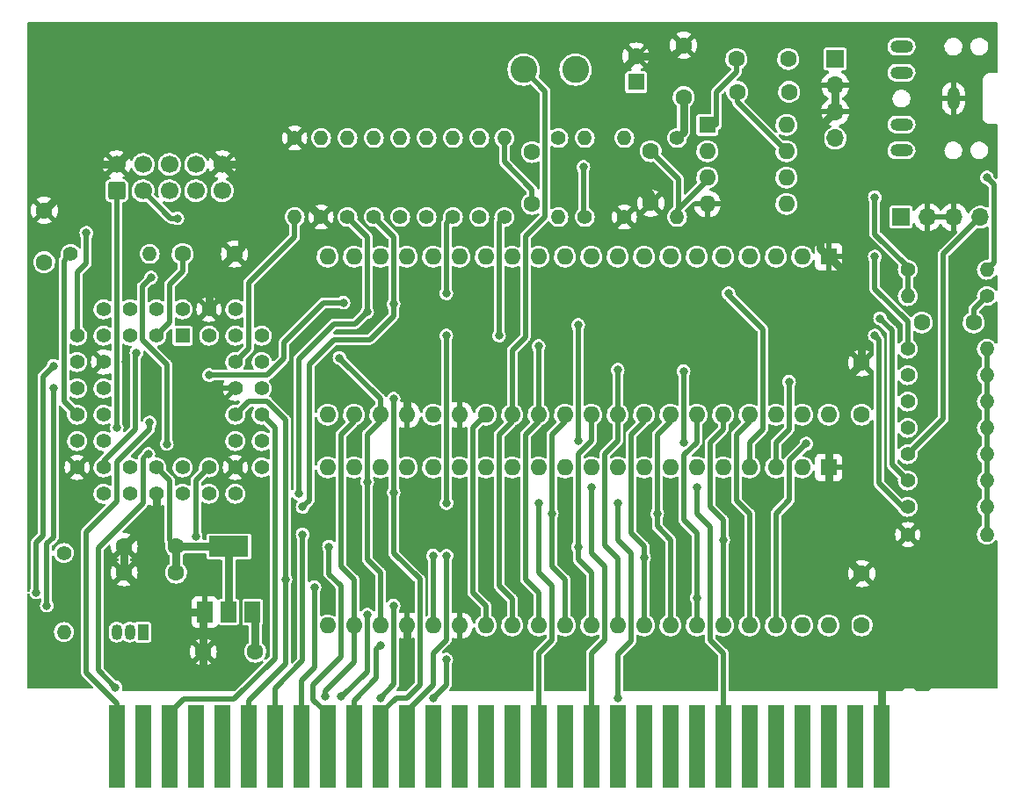
<source format=gtl>
%TF.GenerationSoftware,KiCad,Pcbnew,(6.0.8)*%
%TF.CreationDate,2022-11-06T06:38:11+07:00*%
%TF.ProjectId,TS_Ext_EPM3032,54535f45-7874-45f4-9550-4d333033322e,1.2*%
%TF.SameCoordinates,Original*%
%TF.FileFunction,Copper,L1,Top*%
%TF.FilePolarity,Positive*%
%FSLAX46Y46*%
G04 Gerber Fmt 4.6, Leading zero omitted, Abs format (unit mm)*
G04 Created by KiCad (PCBNEW (6.0.8)) date 2022-11-06 06:38:11*
%MOMM*%
%LPD*%
G01*
G04 APERTURE LIST*
G04 Aperture macros list*
%AMRoundRect*
0 Rectangle with rounded corners*
0 $1 Rounding radius*
0 $2 $3 $4 $5 $6 $7 $8 $9 X,Y pos of 4 corners*
0 Add a 4 corners polygon primitive as box body*
4,1,4,$2,$3,$4,$5,$6,$7,$8,$9,$2,$3,0*
0 Add four circle primitives for the rounded corners*
1,1,$1+$1,$2,$3*
1,1,$1+$1,$4,$5*
1,1,$1+$1,$6,$7*
1,1,$1+$1,$8,$9*
0 Add four rect primitives between the rounded corners*
20,1,$1+$1,$2,$3,$4,$5,0*
20,1,$1+$1,$4,$5,$6,$7,0*
20,1,$1+$1,$6,$7,$8,$9,0*
20,1,$1+$1,$8,$9,$2,$3,0*%
G04 Aperture macros list end*
%TA.AperFunction,ComponentPad*%
%ADD10R,1.600000X1.600000*%
%TD*%
%TA.AperFunction,ComponentPad*%
%ADD11O,1.600000X1.600000*%
%TD*%
%TA.AperFunction,ComponentPad*%
%ADD12C,1.600000*%
%TD*%
%TA.AperFunction,ComponentPad*%
%ADD13R,1.050000X1.500000*%
%TD*%
%TA.AperFunction,ComponentPad*%
%ADD14O,1.050000X1.500000*%
%TD*%
%TA.AperFunction,ComponentPad*%
%ADD15C,1.400000*%
%TD*%
%TA.AperFunction,ComponentPad*%
%ADD16O,1.400000X1.400000*%
%TD*%
%TA.AperFunction,SMDPad,CuDef*%
%ADD17R,1.600000X8.000000*%
%TD*%
%TA.AperFunction,ComponentPad*%
%ADD18R,1.422400X1.422400*%
%TD*%
%TA.AperFunction,ComponentPad*%
%ADD19C,1.422400*%
%TD*%
%TA.AperFunction,ComponentPad*%
%ADD20O,2.200000X1.200000*%
%TD*%
%TA.AperFunction,ComponentPad*%
%ADD21O,1.200000X2.200000*%
%TD*%
%TA.AperFunction,ComponentPad*%
%ADD22RoundRect,0.250000X0.600000X-0.600000X0.600000X0.600000X-0.600000X0.600000X-0.600000X-0.600000X0*%
%TD*%
%TA.AperFunction,ComponentPad*%
%ADD23C,1.700000*%
%TD*%
%TA.AperFunction,ComponentPad*%
%ADD24C,2.600000*%
%TD*%
%TA.AperFunction,ComponentPad*%
%ADD25R,1.700000X1.700000*%
%TD*%
%TA.AperFunction,ComponentPad*%
%ADD26O,1.700000X1.700000*%
%TD*%
%TA.AperFunction,SMDPad,CuDef*%
%ADD27R,1.500000X2.000000*%
%TD*%
%TA.AperFunction,SMDPad,CuDef*%
%ADD28R,3.800000X2.000000*%
%TD*%
%TA.AperFunction,ViaPad*%
%ADD29C,0.800000*%
%TD*%
%TA.AperFunction,ViaPad*%
%ADD30C,1.000000*%
%TD*%
%TA.AperFunction,Conductor*%
%ADD31C,0.508000*%
%TD*%
%TA.AperFunction,Conductor*%
%ADD32C,0.762000*%
%TD*%
G04 APERTURE END LIST*
D10*
%TO.P,U4,1,VSS*%
%TO.N,GND*%
X105410000Y-68580000D03*
D11*
%TO.P,U4,2,NC*%
%TO.N,unconnected-(U4-Pad2)*%
X102870000Y-68580000D03*
%TO.P,U4,3,B*%
%TO.N,/YM_1_B*%
X100330000Y-68580000D03*
%TO.P,U4,4,A*%
%TO.N,/YM_1_A*%
X97790000Y-68580000D03*
%TO.P,U4,5,NC*%
%TO.N,unconnected-(U4-Pad5)*%
X95250000Y-68580000D03*
%TO.P,U4,6,IOB7*%
%TO.N,unconnected-(U4-Pad6)*%
X92710000Y-68580000D03*
%TO.P,U4,7,IOB6*%
%TO.N,unconnected-(U4-Pad7)*%
X90170000Y-68580000D03*
%TO.P,U4,8,IOB5*%
%TO.N,unconnected-(U4-Pad8)*%
X87630000Y-68580000D03*
%TO.P,U4,9,IOB4*%
%TO.N,unconnected-(U4-Pad9)*%
X85090000Y-68580000D03*
%TO.P,U4,10,IOB3*%
%TO.N,unconnected-(U4-Pad10)*%
X82550000Y-68580000D03*
%TO.P,U4,11,IOB2*%
%TO.N,unconnected-(U4-Pad11)*%
X80010000Y-68580000D03*
%TO.P,U4,12,IOB1*%
%TO.N,unconnected-(U4-Pad12)*%
X77470000Y-68580000D03*
%TO.P,U4,13,IOB0*%
%TO.N,unconnected-(U4-Pad13)*%
X74930000Y-68580000D03*
%TO.P,U4,14,IOA7*%
%TO.N,unconnected-(U4-Pad14)*%
X72390000Y-68580000D03*
%TO.P,U4,15,IOA6*%
%TO.N,unconnected-(U4-Pad15)*%
X69850000Y-68580000D03*
%TO.P,U4,16,IOA5*%
%TO.N,unconnected-(U4-Pad16)*%
X67310000Y-68580000D03*
%TO.P,U4,17,IOA4*%
%TO.N,unconnected-(U4-Pad17)*%
X64770000Y-68580000D03*
%TO.P,U4,18,IOA3*%
%TO.N,unconnected-(U4-Pad18)*%
X62230000Y-68580000D03*
%TO.P,U4,19,IOA2*%
%TO.N,unconnected-(U4-Pad19)*%
X59690000Y-68580000D03*
%TO.P,U4,20,IOA1*%
%TO.N,unconnected-(U4-Pad20)*%
X57150000Y-68580000D03*
%TO.P,U4,21,IOA0*%
%TO.N,unconnected-(U4-Pad21)*%
X57150000Y-83820000D03*
%TO.P,U4,22,CLOCK*%
%TO.N,/CLK350*%
X59690000Y-83820000D03*
%TO.P,U4,23,~{RESET}*%
%TO.N,/~{RESET}*%
X62230000Y-83820000D03*
%TO.P,U4,24,~{A9}*%
%TO.N,GND*%
X64770000Y-83820000D03*
%TO.P,U4,25,A8*%
%TO.N,/A8_1*%
X67310000Y-83820000D03*
%TO.P,U4,26,~{SEL}*%
%TO.N,GND*%
X69850000Y-83820000D03*
%TO.P,U4,27,BDIR*%
%TO.N,/BDIR*%
X72390000Y-83820000D03*
%TO.P,U4,28,BC2*%
%TO.N,+5V*%
X74930000Y-83820000D03*
%TO.P,U4,29,BC1*%
%TO.N,/BC1*%
X77470000Y-83820000D03*
%TO.P,U4,30,DA7*%
%TO.N,/D7*%
X80010000Y-83820000D03*
%TO.P,U4,31,DA6*%
%TO.N,/D6*%
X82550000Y-83820000D03*
%TO.P,U4,32,DA5*%
%TO.N,/D5*%
X85090000Y-83820000D03*
%TO.P,U4,33,DA4*%
%TO.N,/D4*%
X87630000Y-83820000D03*
%TO.P,U4,34,DA3*%
%TO.N,/D3*%
X90170000Y-83820000D03*
%TO.P,U4,35,DA2*%
%TO.N,/D2*%
X92710000Y-83820000D03*
%TO.P,U4,36,DA1*%
%TO.N,/D1*%
X95250000Y-83820000D03*
%TO.P,U4,37,DA0*%
%TO.N,/D0*%
X97790000Y-83820000D03*
%TO.P,U4,38,C*%
%TO.N,/YM_1_C*%
X100330000Y-83820000D03*
%TO.P,U4,39,TEST1*%
%TO.N,unconnected-(U4-Pad39)*%
X102870000Y-83820000D03*
%TO.P,U4,40,VCC*%
%TO.N,+5V*%
X105410000Y-83820000D03*
%TD*%
D10*
%TO.P,U3,1,VSS*%
%TO.N,GND*%
X105410000Y-48260000D03*
D11*
%TO.P,U3,2,NC*%
%TO.N,unconnected-(U3-Pad2)*%
X102870000Y-48260000D03*
%TO.P,U3,3,B*%
%TO.N,/YM_0_B*%
X100330000Y-48260000D03*
%TO.P,U3,4,A*%
%TO.N,/YM_0_A*%
X97790000Y-48260000D03*
%TO.P,U3,5,NC*%
%TO.N,unconnected-(U3-Pad5)*%
X95250000Y-48260000D03*
%TO.P,U3,6,IOB7*%
%TO.N,unconnected-(U3-Pad6)*%
X92710000Y-48260000D03*
%TO.P,U3,7,IOB6*%
%TO.N,unconnected-(U3-Pad7)*%
X90170000Y-48260000D03*
%TO.P,U3,8,IOB5*%
%TO.N,unconnected-(U3-Pad8)*%
X87630000Y-48260000D03*
%TO.P,U3,9,IOB4*%
%TO.N,unconnected-(U3-Pad9)*%
X85090000Y-48260000D03*
%TO.P,U3,10,IOB3*%
%TO.N,unconnected-(U3-Pad10)*%
X82550000Y-48260000D03*
%TO.P,U3,11,IOB2*%
%TO.N,unconnected-(U3-Pad11)*%
X80010000Y-48260000D03*
%TO.P,U3,12,IOB1*%
%TO.N,unconnected-(U3-Pad12)*%
X77470000Y-48260000D03*
%TO.P,U3,13,IOB0*%
%TO.N,unconnected-(U3-Pad13)*%
X74930000Y-48260000D03*
%TO.P,U3,14,IOA7*%
%TO.N,unconnected-(U3-Pad14)*%
X72390000Y-48260000D03*
%TO.P,U3,15,IOA6*%
%TO.N,unconnected-(U3-Pad15)*%
X69850000Y-48260000D03*
%TO.P,U3,16,IOA5*%
%TO.N,unconnected-(U3-Pad16)*%
X67310000Y-48260000D03*
%TO.P,U3,17,IOA4*%
%TO.N,unconnected-(U3-Pad17)*%
X64770000Y-48260000D03*
%TO.P,U3,18,IOA3*%
%TO.N,unconnected-(U3-Pad18)*%
X62230000Y-48260000D03*
%TO.P,U3,19,IOA2*%
%TO.N,unconnected-(U3-Pad19)*%
X59690000Y-48260000D03*
%TO.P,U3,20,IOA1*%
%TO.N,unconnected-(U3-Pad20)*%
X57150000Y-48260000D03*
%TO.P,U3,21,IOA0*%
%TO.N,unconnected-(U3-Pad21)*%
X57150000Y-63500000D03*
%TO.P,U3,22,CLOCK*%
%TO.N,/CLK350*%
X59690000Y-63500000D03*
%TO.P,U3,23,~{RESET}*%
%TO.N,/~{RESET}*%
X62230000Y-63500000D03*
%TO.P,U3,24,~{A9}*%
%TO.N,GND*%
X64770000Y-63500000D03*
%TO.P,U3,25,A8*%
%TO.N,/A8_0*%
X67310000Y-63500000D03*
%TO.P,U3,26,~{SEL}*%
%TO.N,GND*%
X69850000Y-63500000D03*
%TO.P,U3,27,BDIR*%
%TO.N,/BDIR*%
X72390000Y-63500000D03*
%TO.P,U3,28,BC2*%
%TO.N,+5V*%
X74930000Y-63500000D03*
%TO.P,U3,29,BC1*%
%TO.N,/BC1*%
X77470000Y-63500000D03*
%TO.P,U3,30,DA7*%
%TO.N,/D7*%
X80010000Y-63500000D03*
%TO.P,U3,31,DA6*%
%TO.N,/D6*%
X82550000Y-63500000D03*
%TO.P,U3,32,DA5*%
%TO.N,/D5*%
X85090000Y-63500000D03*
%TO.P,U3,33,DA4*%
%TO.N,/D4*%
X87630000Y-63500000D03*
%TO.P,U3,34,DA3*%
%TO.N,/D3*%
X90170000Y-63500000D03*
%TO.P,U3,35,DA2*%
%TO.N,/D2*%
X92710000Y-63500000D03*
%TO.P,U3,36,DA1*%
%TO.N,/D1*%
X95250000Y-63500000D03*
%TO.P,U3,37,DA0*%
%TO.N,/D0*%
X97790000Y-63500000D03*
%TO.P,U3,38,C*%
%TO.N,/YM_0_C*%
X100330000Y-63500000D03*
%TO.P,U3,39,TEST1*%
%TO.N,unconnected-(U3-Pad39)*%
X102870000Y-63500000D03*
%TO.P,U3,40,VCC*%
%TO.N,+5V*%
X105410000Y-63500000D03*
%TD*%
D12*
%TO.P,C4,2*%
%TO.N,GND*%
X108585000Y-78820000D03*
%TO.P,C4,1*%
%TO.N,+5V*%
X108585000Y-83820000D03*
%TD*%
D13*
%TO.P,Q1,1,C*%
%TO.N,+5V*%
X39370000Y-84455000D03*
D14*
%TO.P,Q1,2,B*%
%TO.N,Net-(Q1-Pad2)*%
X38100000Y-84455000D03*
%TO.P,Q1,3,E*%
%TO.N,/~{IORQGE}*%
X36830000Y-84455000D03*
%TD*%
D15*
%TO.P,R21,1*%
%TO.N,/VCCA*%
X90805000Y-36830000D03*
D16*
%TO.P,R21,2*%
%TO.N,Net-(C12-Pad1)*%
X90805000Y-44450000D03*
%TD*%
D17*
%TO.P,J3,a1,Pin_a1*%
%TO.N,/A15*%
X36830000Y-95478600D03*
%TO.P,J3,a2,Pin_a2*%
%TO.N,unconnected-(J3-Pada2)*%
X39370000Y-95478600D03*
%TO.P,J3,a3,Pin_a3*%
%TO.N,/D7*%
X41910000Y-95478600D03*
%TO.P,J3,a4,Pin_a4*%
%TO.N,unconnected-(J3-Pada4)*%
X44450000Y-95478600D03*
%TO.P,J3,a5,Pin_a5*%
%TO.N,unconnected-(J3-Pada5)*%
X46990000Y-95478600D03*
%TO.P,J3,a6,Pin_a6*%
%TO.N,/D0*%
X49530000Y-95478600D03*
%TO.P,J3,a7,Pin_a7*%
%TO.N,/D1*%
X52070000Y-95478600D03*
%TO.P,J3,a8,Pin_a8*%
%TO.N,/D2*%
X54610000Y-95478600D03*
%TO.P,J3,a9,Pin_a9*%
%TO.N,/D6*%
X57150000Y-95478600D03*
%TO.P,J3,a10,Pin_a10*%
%TO.N,/D5*%
X59690000Y-95478600D03*
%TO.P,J3,a11,Pin_a11*%
%TO.N,/D3*%
X62230000Y-95478600D03*
%TO.P,J3,a12,Pin_a12*%
%TO.N,/D4*%
X64770000Y-95478600D03*
%TO.P,J3,a13,Pin_a13*%
%TO.N,unconnected-(J3-Pada13)*%
X67310000Y-95478600D03*
%TO.P,J3,a14,Pin_a14*%
%TO.N,unconnected-(J3-Pada14)*%
X69850000Y-95478600D03*
%TO.P,J3,a15,Pin_a15*%
%TO.N,unconnected-(J3-Pada15)*%
X72390000Y-95478600D03*
%TO.P,J3,a16,Pin_a16*%
%TO.N,unconnected-(J3-Pada16)*%
X74930000Y-95478600D03*
%TO.P,J3,a17,Pin_a17*%
%TO.N,/~{IORQ}*%
X77470000Y-95478600D03*
%TO.P,J3,a18,Pin_a18*%
%TO.N,unconnected-(J3-Pada18)*%
X80010000Y-95478600D03*
%TO.P,J3,a19,Pin_a19*%
%TO.N,/~{WR}*%
X82550000Y-95478600D03*
%TO.P,J3,a20,Pin_a20*%
%TO.N,unconnected-(J3-Pada20)*%
X85090000Y-95478600D03*
%TO.P,J3,a21,Pin_a21*%
%TO.N,unconnected-(J3-Pada21)*%
X87630000Y-95478600D03*
%TO.P,J3,a22,Pin_a22*%
%TO.N,unconnected-(J3-Pada22)*%
X90170000Y-95478600D03*
%TO.P,J3,a23,Pin_a23*%
%TO.N,unconnected-(J3-Pada23)*%
X92710000Y-95478600D03*
%TO.P,J3,a24,Pin_a24*%
%TO.N,/~{M1}*%
X95250000Y-95478600D03*
%TO.P,J3,a25,Pin_a25*%
%TO.N,unconnected-(J3-Pada25)*%
X97790000Y-95478600D03*
%TO.P,J3,a26,Pin_a26*%
%TO.N,unconnected-(J3-Pada26)*%
X100330000Y-95478600D03*
%TO.P,J3,a27,Pin_a27*%
%TO.N,unconnected-(J3-Pada27)*%
X102870000Y-95478600D03*
%TO.P,J3,a28,Pin_a28*%
%TO.N,unconnected-(J3-Pada28)*%
X105410000Y-95478600D03*
%TO.P,J3,a29,Pin_a29*%
%TO.N,unconnected-(J3-Pada29)*%
X107950000Y-95478600D03*
%TO.P,J3,a30,Pin_a30*%
%TO.N,GND*%
X110490000Y-95478600D03*
%TD*%
D15*
%TO.P,R2,1*%
%TO.N,GND*%
X53975000Y-36830000D03*
D16*
%TO.P,R2,2*%
%TO.N,/TDO*%
X53975000Y-44450000D03*
%TD*%
D15*
%TO.P,R16,1*%
%TO.N,/TAPEOUT*%
X113030000Y-72390000D03*
D16*
%TO.P,R16,2*%
%TO.N,Net-(C11-Pad2)*%
X120650000Y-72390000D03*
%TD*%
D18*
%TO.P,U1,1,I/GCLRn*%
%TO.N,unconnected-(U1-Pad1)*%
X43180000Y-55880000D03*
D19*
%TO.P,U1,2,I/OE2*%
%TO.N,unconnected-(U1-Pad2)*%
X40640000Y-53340000D03*
%TO.P,U1,3,VCCINT*%
%TO.N,+3.3V*%
X40640000Y-55880000D03*
%TO.P,U1,4,IO*%
%TO.N,/~{RESET}*%
X38100000Y-53340000D03*
%TO.P,U1,5,IO*%
%TO.N,/D4*%
X38100000Y-55880000D03*
%TO.P,U1,6,IO*%
%TO.N,/~{IORQ}*%
X35560000Y-53340000D03*
%TO.P,U1,7,TDI*%
%TO.N,/TDI*%
X33020000Y-55880000D03*
%TO.P,U1,8,IO*%
%TO.N,/~{M1}*%
X35560000Y-55880000D03*
%TO.P,U1,9,IO*%
%TO.N,/A1*%
X33020000Y-58420000D03*
%TO.P,U1,10,GNDIO*%
%TO.N,GND*%
X35560000Y-58420000D03*
%TO.P,U1,11,IO*%
%TO.N,/A0*%
X33020000Y-60960000D03*
%TO.P,U1,12,IO*%
%TO.N,/~{WR}*%
X35560000Y-60960000D03*
%TO.P,U1,13,TMS*%
%TO.N,/TMS*%
X33020000Y-63500000D03*
%TO.P,U1,14,IO*%
%TO.N,/BDIR*%
X35560000Y-63500000D03*
%TO.P,U1,15,VCCIO*%
%TO.N,+3.3V*%
X33020000Y-66040000D03*
%TO.P,U1,16,IO*%
%TO.N,/BC1*%
X35560000Y-66040000D03*
%TO.P,U1,17,GNDIO*%
%TO.N,GND*%
X33020000Y-68580000D03*
%TO.P,U1,18,IO*%
%TO.N,unconnected-(U1-Pad18)*%
X35560000Y-71120000D03*
%TO.P,U1,19,IO*%
%TO.N,/A8_0*%
X35560000Y-68580000D03*
%TO.P,U1,20,IO*%
%TO.N,/A8_1*%
X38100000Y-71120000D03*
%TO.P,U1,21,IO*%
%TO.N,/BEEPER*%
X38100000Y-68580000D03*
%TO.P,U1,22,GNDINT*%
%TO.N,GND*%
X40640000Y-71120000D03*
%TO.P,U1,23,VCCINT*%
%TO.N,+3.3V*%
X40640000Y-68580000D03*
%TO.P,U1,24,IO*%
%TO.N,/TAPEOUT*%
X43180000Y-71120000D03*
%TO.P,U1,25,IO*%
%TO.N,unconnected-(U1-Pad25)*%
X43180000Y-68580000D03*
%TO.P,U1,26,IO*%
%TO.N,unconnected-(U1-Pad26)*%
X45720000Y-71120000D03*
%TO.P,U1,27,IO*%
%TO.N,/~{IORQGE33}*%
X45720000Y-68580000D03*
%TO.P,U1,28,IO*%
%TO.N,unconnected-(U1-Pad28)*%
X48260000Y-71120000D03*
%TO.P,U1,29,IO*%
%TO.N,/A14*%
X50800000Y-68580000D03*
%TO.P,U1,30,GNDIO*%
%TO.N,GND*%
X48260000Y-68580000D03*
%TO.P,U1,31,IO*%
%TO.N,/A15*%
X50800000Y-66040000D03*
%TO.P,U1,32,TCK*%
%TO.N,/TCK*%
X48260000Y-66040000D03*
%TO.P,U1,33,IO*%
%TO.N,/D7*%
X50800000Y-63500000D03*
%TO.P,U1,34,IO*%
%TO.N,/D0*%
X48260000Y-63500000D03*
%TO.P,U1,35,VCCIO*%
%TO.N,+3.3V*%
X50800000Y-60960000D03*
%TO.P,U1,36,GNDIO*%
%TO.N,GND*%
X48260000Y-60960000D03*
%TO.P,U1,37,IO*%
%TO.N,unconnected-(U1-Pad37)*%
X50800000Y-58420000D03*
%TO.P,U1,38,TDO*%
%TO.N,/TDO*%
X48260000Y-58420000D03*
%TO.P,U1,39,IO*%
%TO.N,/D6*%
X50800000Y-55880000D03*
%TO.P,U1,40,IO*%
%TO.N,/D5*%
X48260000Y-53340000D03*
%TO.P,U1,41,IO*%
%TO.N,/D3*%
X48260000Y-55880000D03*
%TO.P,U1,42,GNDINT*%
%TO.N,GND*%
X45720000Y-53340000D03*
%TO.P,U1,43,I/GCLK1*%
%TO.N,unconnected-(U1-Pad43)*%
X45720000Y-55880000D03*
%TO.P,U1,44,I/OE1*%
%TO.N,unconnected-(U1-Pad44)*%
X43180000Y-53340000D03*
%TD*%
D15*
%TO.P,R22,1*%
%TO.N,GND*%
X85725000Y-44450000D03*
D16*
%TO.P,R22,2*%
%TO.N,Net-(C12-Pad1)*%
X85725000Y-36830000D03*
%TD*%
D12*
%TO.P,C8,1*%
%TO.N,+3.3V*%
X29845000Y-48815000D03*
%TO.P,C8,2*%
%TO.N,GND*%
X29845000Y-43815000D03*
%TD*%
D15*
%TO.P,R25,1*%
%TO.N,/~{IORQGE33}*%
X31750000Y-76835000D03*
D16*
%TO.P,R25,2*%
%TO.N,Net-(Q1-Pad2)*%
X31750000Y-84455000D03*
%TD*%
D10*
%TO.P,U5,1*%
%TO.N,Net-(C13-Pad1)*%
X93726000Y-35560000D03*
D11*
%TO.P,U5,2,-*%
%TO.N,Net-(R19-Pad2)*%
X93726000Y-38100000D03*
%TO.P,U5,3,+*%
%TO.N,Net-(C12-Pad1)*%
X93726000Y-40640000D03*
%TO.P,U5,4,V-*%
%TO.N,GND*%
X93726000Y-43180000D03*
%TO.P,U5,5,+*%
%TO.N,Net-(C12-Pad1)*%
X101346000Y-43180000D03*
%TO.P,U5,6,-*%
%TO.N,Net-(R20-Pad2)*%
X101346000Y-40640000D03*
%TO.P,U5,7*%
%TO.N,Net-(C14-Pad2)*%
X101346000Y-38100000D03*
%TO.P,U5,8,V+*%
%TO.N,/VCCA*%
X101346000Y-35560000D03*
%TD*%
D20*
%TO.P,J5,TN*%
%TO.N,unconnected-(J5-PadTN)*%
X112420000Y-30520000D03*
%TO.P,J5,T*%
%TO.N,/LOUT*%
X112420000Y-28020000D03*
D21*
%TO.P,J5,S*%
%TO.N,GND*%
X117420000Y-33020000D03*
D20*
%TO.P,J5,RN*%
%TO.N,unconnected-(J5-PadRN)*%
X112420000Y-35520000D03*
%TO.P,J5,R*%
%TO.N,/ROUT*%
X112420000Y-38020000D03*
%TD*%
D22*
%TO.P,J1,1,Pin_1*%
%TO.N,/TCK*%
X36830000Y-41910000D03*
D23*
%TO.P,J1,2,Pin_2*%
%TO.N,GND*%
X36830000Y-39370000D03*
%TO.P,J1,3,Pin_3*%
%TO.N,/TDO*%
X39370000Y-41910000D03*
%TO.P,J1,4,Pin_4*%
%TO.N,+3.3V*%
X39370000Y-39370000D03*
%TO.P,J1,5,Pin_5*%
%TO.N,/TMS*%
X41910000Y-41910000D03*
%TO.P,J1,6,Pin_6*%
%TO.N,unconnected-(J1-Pad6)*%
X41910000Y-39370000D03*
%TO.P,J1,7,Pin_7*%
%TO.N,unconnected-(J1-Pad7)*%
X44450000Y-41910000D03*
%TO.P,J1,8,Pin_8*%
%TO.N,unconnected-(J1-Pad8)*%
X44450000Y-39370000D03*
%TO.P,J1,9,Pin_9*%
%TO.N,/TDI*%
X46990000Y-41910000D03*
%TO.P,J1,10,Pin_10*%
%TO.N,GND*%
X46990000Y-39370000D03*
%TD*%
D15*
%TO.P,R24,1*%
%TO.N,Net-(R20-Pad2)*%
X113030000Y-49530000D03*
D16*
%TO.P,R24,2*%
%TO.N,Net-(C14-Pad2)*%
X120650000Y-49530000D03*
%TD*%
D24*
%TO.P,L1,1,1*%
%TO.N,/VCCA*%
X81026000Y-30226000D03*
%TO.P,L1,2,2*%
%TO.N,+5V*%
X76026000Y-30226000D03*
%TD*%
D15*
%TO.P,R11,1*%
%TO.N,/YM_1_B*%
X113030000Y-59690000D03*
D16*
%TO.P,R11,2*%
%TO.N,Net-(C11-Pad2)*%
X120650000Y-59690000D03*
%TD*%
D25*
%TO.P,J4,1,Pin_1*%
%TO.N,/LOUT*%
X106045000Y-29220000D03*
D26*
%TO.P,J4,2,Pin_2*%
%TO.N,GND*%
X106045000Y-31760000D03*
%TO.P,J4,3,Pin_3*%
X106045000Y-34300000D03*
%TO.P,J4,4,Pin_4*%
%TO.N,/ROUT*%
X106045000Y-36840000D03*
%TD*%
D12*
%TO.P,C5,1*%
%TO.N,+5V*%
X50165000Y-86360000D03*
%TO.P,C5,2*%
%TO.N,GND*%
X45165000Y-86360000D03*
%TD*%
D10*
%TO.P,C1,1*%
%TO.N,/VCCA*%
X86868000Y-31431113D03*
D12*
%TO.P,C1,2*%
%TO.N,GND*%
X86868000Y-28931113D03*
%TD*%
D15*
%TO.P,R8,1*%
%TO.N,/YM_0_B*%
X71755000Y-44450000D03*
D16*
%TO.P,R8,2*%
%TO.N,Net-(C10-Pad1)*%
X71755000Y-36830000D03*
%TD*%
D15*
%TO.P,R12,1*%
%TO.N,/YM_0_C*%
X113030000Y-62230000D03*
D16*
%TO.P,R12,2*%
%TO.N,Net-(C11-Pad2)*%
X120650000Y-62230000D03*
%TD*%
D15*
%TO.P,R13,1*%
%TO.N,/YM_1_C*%
X113030000Y-64770000D03*
D16*
%TO.P,R13,2*%
%TO.N,Net-(C11-Pad2)*%
X120650000Y-64770000D03*
%TD*%
D12*
%TO.P,C6,1*%
%TO.N,+3.3V*%
X42545000Y-78740000D03*
%TO.P,C6,2*%
%TO.N,GND*%
X37545000Y-78740000D03*
%TD*%
%TO.P,C9,1*%
%TO.N,+3.3V*%
X42545000Y-76200000D03*
%TO.P,C9,2*%
%TO.N,GND*%
X37545000Y-76200000D03*
%TD*%
D15*
%TO.P,R18,1*%
%TO.N,GND*%
X56515000Y-44450000D03*
D16*
%TO.P,R18,2*%
%TO.N,Net-(C10-Pad1)*%
X56515000Y-36830000D03*
%TD*%
D15*
%TO.P,R15,1*%
%TO.N,/BEEPER*%
X113030000Y-69850000D03*
D16*
%TO.P,R15,2*%
%TO.N,Net-(C11-Pad2)*%
X120650000Y-69850000D03*
%TD*%
D12*
%TO.P,C7,1*%
%TO.N,+3.3V*%
X43180000Y-48006000D03*
%TO.P,C7,2*%
%TO.N,GND*%
X48180000Y-48006000D03*
%TD*%
D27*
%TO.P,U2,1,GND*%
%TO.N,GND*%
X45325000Y-82525000D03*
D28*
%TO.P,U2,2,VO*%
%TO.N,+3.3V*%
X47625000Y-76225000D03*
D27*
X47625000Y-82525000D03*
%TO.P,U2,3,VI*%
%TO.N,+5V*%
X49925000Y-82525000D03*
%TD*%
D12*
%TO.P,C12,1*%
%TO.N,Net-(C12-Pad1)*%
X88265000Y-38100000D03*
%TO.P,C12,2*%
%TO.N,GND*%
X88265000Y-43100000D03*
%TD*%
D15*
%TO.P,R9,1*%
%TO.N,/YM_1_B*%
X74168000Y-44450000D03*
D16*
%TO.P,R9,2*%
%TO.N,Net-(C10-Pad1)*%
X74168000Y-36830000D03*
%TD*%
D15*
%TO.P,R7,1*%
%TO.N,/YM_1_A*%
X69215000Y-44450000D03*
D16*
%TO.P,R7,2*%
%TO.N,Net-(C10-Pad1)*%
X69215000Y-36830000D03*
%TD*%
D15*
%TO.P,R6,1*%
%TO.N,/YM_0_A*%
X66675000Y-44450000D03*
D16*
%TO.P,R6,2*%
%TO.N,Net-(C10-Pad1)*%
X66675000Y-36830000D03*
%TD*%
D12*
%TO.P,C2,1*%
%TO.N,/VCCA*%
X91440000Y-32893000D03*
%TO.P,C2,2*%
%TO.N,GND*%
X91440000Y-27893000D03*
%TD*%
%TO.P,C11,1*%
%TO.N,Net-(C11-Pad1)*%
X119380000Y-54610000D03*
%TO.P,C11,2*%
%TO.N,Net-(C11-Pad2)*%
X114380000Y-54610000D03*
%TD*%
D15*
%TO.P,R14,1*%
%TO.N,/CDINR*%
X113030000Y-67310000D03*
D16*
%TO.P,R14,2*%
%TO.N,Net-(C11-Pad2)*%
X120650000Y-67310000D03*
%TD*%
D15*
%TO.P,R4,1*%
%TO.N,/BEEPER*%
X61595000Y-44450000D03*
D16*
%TO.P,R4,2*%
%TO.N,Net-(C10-Pad1)*%
X61595000Y-36830000D03*
%TD*%
D12*
%TO.P,C3,1*%
%TO.N,+5V*%
X108585000Y-63500000D03*
%TO.P,C3,2*%
%TO.N,GND*%
X108585000Y-58500000D03*
%TD*%
D15*
%TO.P,R23,1*%
%TO.N,Net-(R19-Pad2)*%
X81915000Y-44450000D03*
D16*
%TO.P,R23,2*%
%TO.N,Net-(C13-Pad1)*%
X81915000Y-36830000D03*
%TD*%
D15*
%TO.P,R10,1*%
%TO.N,/YM_0_B*%
X113030000Y-57150000D03*
D16*
%TO.P,R10,2*%
%TO.N,Net-(C11-Pad2)*%
X120650000Y-57150000D03*
%TD*%
D12*
%TO.P,C13,1*%
%TO.N,Net-(C13-Pad1)*%
X96520000Y-29210000D03*
%TO.P,C13,2*%
%TO.N,/LOUT*%
X101520000Y-29210000D03*
%TD*%
D25*
%TO.P,J2,1,Pin_1*%
%TO.N,/CDINL*%
X112395000Y-44450000D03*
D26*
%TO.P,J2,2,Pin_2*%
%TO.N,GND*%
X114935000Y-44450000D03*
%TO.P,J2,3,Pin_3*%
X117475000Y-44450000D03*
%TO.P,J2,4,Pin_4*%
%TO.N,/CDINR*%
X120015000Y-44450000D03*
%TD*%
D15*
%TO.P,R3,1*%
%TO.N,/TAPEOUT*%
X59055000Y-44450000D03*
D16*
%TO.P,R3,2*%
%TO.N,Net-(C10-Pad1)*%
X59055000Y-36830000D03*
%TD*%
D15*
%TO.P,R17,1*%
%TO.N,GND*%
X113030000Y-75057000D03*
D16*
%TO.P,R17,2*%
%TO.N,Net-(C11-Pad2)*%
X120650000Y-75057000D03*
%TD*%
D15*
%TO.P,R1,1*%
%TO.N,/TMS*%
X32385000Y-48006000D03*
D16*
%TO.P,R1,2*%
%TO.N,+3.3V*%
X40005000Y-48006000D03*
%TD*%
D12*
%TO.P,C14,1*%
%TO.N,/ROUT*%
X101600000Y-32385000D03*
%TO.P,C14,2*%
%TO.N,Net-(C14-Pad2)*%
X96600000Y-32385000D03*
%TD*%
D15*
%TO.P,R5,1*%
%TO.N,/CDINL*%
X64135000Y-44450000D03*
D16*
%TO.P,R5,2*%
%TO.N,Net-(C10-Pad1)*%
X64135000Y-36830000D03*
%TD*%
D15*
%TO.P,R20,1*%
%TO.N,Net-(C11-Pad1)*%
X120650000Y-52070000D03*
D16*
%TO.P,R20,2*%
%TO.N,Net-(R20-Pad2)*%
X113030000Y-52070000D03*
%TD*%
D15*
%TO.P,R19,1*%
%TO.N,Net-(C10-Pad2)*%
X79375000Y-36830000D03*
D16*
%TO.P,R19,2*%
%TO.N,Net-(R19-Pad2)*%
X79375000Y-44450000D03*
%TD*%
D12*
%TO.P,C10,1*%
%TO.N,Net-(C10-Pad1)*%
X76835000Y-43180000D03*
%TO.P,C10,2*%
%TO.N,Net-(C10-Pad2)*%
X76835000Y-38180000D03*
%TD*%
D29*
%TO.N,/YM_1_B*%
X101600000Y-60325000D03*
%TO.N,GND*%
X110490000Y-89535000D03*
X70485000Y-43180000D03*
X40640000Y-29210000D03*
X99060000Y-80645000D03*
X81280000Y-86360000D03*
X91440000Y-86360000D03*
X66040000Y-72136000D03*
X40640000Y-34290000D03*
X62230000Y-71882000D03*
X71120000Y-29210000D03*
X71120000Y-39370000D03*
X102870000Y-80645000D03*
X119380000Y-73660000D03*
X83185000Y-61468000D03*
X62230000Y-51689000D03*
X119380000Y-58420000D03*
X46609000Y-63754000D03*
X40005000Y-58547000D03*
D30*
X46355000Y-89535000D03*
D29*
X30480000Y-34290000D03*
X56515000Y-73025000D03*
X60960000Y-34290000D03*
X50800000Y-29210000D03*
X99695000Y-26670000D03*
X30480000Y-29210000D03*
X93980000Y-59055000D03*
D30*
X64897000Y-50165000D03*
D29*
X59690000Y-71374000D03*
X88900000Y-86360000D03*
X39370000Y-88900000D03*
X101600000Y-86360000D03*
X114300000Y-80645000D03*
X30480000Y-87630000D03*
X99822000Y-30988000D03*
X114300000Y-68580000D03*
X62103000Y-46482000D03*
X99060000Y-43180000D03*
X96520000Y-36830000D03*
X60960000Y-29210000D03*
X37719000Y-58420000D03*
X119380000Y-50800000D03*
X50800000Y-34290000D03*
X60960000Y-39370000D03*
X79121000Y-56896000D03*
X73660000Y-86360000D03*
X90170000Y-70485000D03*
X104775000Y-51435000D03*
X96520000Y-86360000D03*
X71120000Y-34290000D03*
D30*
X64730773Y-89495773D03*
D29*
X104140000Y-57150000D03*
%TO.N,Net-(C14-Pad2)*%
X120650000Y-40640000D03*
%TO.N,/TCK*%
X36830000Y-64770000D03*
%TO.N,/TDO*%
X42672000Y-44577000D03*
%TO.N,/TDI*%
X33909000Y-45974000D03*
%TO.N,/~{IORQGE}*%
X68580000Y-87122000D03*
X67310000Y-90805000D03*
%TO.N,/TAPEOUT*%
X60960000Y-53594000D03*
X109855000Y-55880000D03*
X54356000Y-71120000D03*
%TO.N,/BEEPER*%
X110363000Y-54229000D03*
X54737000Y-72390000D03*
X63500000Y-52832000D03*
%TO.N,Net-(R19-Pad2)*%
X81788000Y-39624000D03*
%TO.N,Net-(R20-Pad2)*%
X109855000Y-42545000D03*
%TO.N,/~{RESET}*%
X60960000Y-69977000D03*
X85090000Y-90805000D03*
X58293000Y-58039000D03*
X85090000Y-72009000D03*
%TO.N,/D4*%
X68596000Y-77105000D03*
X87630000Y-77251500D03*
%TO.N,/~{IORQ}*%
X68596000Y-72025000D03*
X68580000Y-55880000D03*
X77470000Y-72009000D03*
%TO.N,/~{M1}*%
X91440000Y-59309000D03*
X92710000Y-70485000D03*
X91440000Y-66167000D03*
%TO.N,/A1*%
X62230000Y-90805000D03*
X63500000Y-81915000D03*
X29083000Y-80645000D03*
X30734000Y-58801000D03*
%TO.N,/A0*%
X30734000Y-60960000D03*
X58420000Y-90678000D03*
X30099000Y-81915000D03*
X60960000Y-82804000D03*
%TO.N,/~{WR}*%
X81280000Y-54864000D03*
X58674000Y-52705000D03*
X45720000Y-59690000D03*
X82550000Y-70485000D03*
X81280000Y-66040000D03*
%TO.N,/BC1*%
X40132000Y-50292000D03*
X41656000Y-66331500D03*
X77470000Y-56896000D03*
%TO.N,/A8_0*%
X38735000Y-57531000D03*
%TO.N,/A8_1*%
X67310000Y-77089000D03*
%TO.N,/A14*%
X36703000Y-89789000D03*
X39878000Y-67310000D03*
%TO.N,/A15*%
X40005000Y-64262000D03*
%TO.N,/D7*%
X78740000Y-73025000D03*
%TO.N,/D0*%
X53086000Y-79375000D03*
%TO.N,/D6*%
X81280000Y-76237500D03*
X57277000Y-76235500D03*
%TO.N,/D5*%
X85090000Y-59182000D03*
X62230000Y-85725000D03*
%TO.N,/D3*%
X63500000Y-70993000D03*
X88900000Y-73025000D03*
X63500000Y-61976000D03*
%TO.N,/CLK350*%
X56896000Y-90678000D03*
%TO.N,/D2*%
X92710000Y-81153000D03*
X55880000Y-80137000D03*
%TO.N,/D1*%
X54737000Y-75057000D03*
X95250000Y-75565000D03*
%TO.N,/YM_0_B*%
X109855000Y-48260000D03*
%TO.N,/YM_1_A*%
X68580000Y-51816000D03*
X95758000Y-51816000D03*
%TO.N,/YM_1_B*%
X73660000Y-55880000D03*
%TO.N,/YM_1_C*%
X103251000Y-66294000D03*
%TO.N,/~{IORQGE33}*%
X44450000Y-75219500D03*
%TD*%
D31*
%TO.N,/YM_1_A*%
X97790000Y-66167000D02*
X97790000Y-68580000D01*
X99060000Y-64897000D02*
X97790000Y-66167000D01*
X99060000Y-55245000D02*
X99060000Y-64897000D01*
X95758000Y-51816000D02*
X95758000Y-51943000D01*
X95758000Y-51943000D02*
X99060000Y-55245000D01*
%TO.N,/YM_1_B*%
X101600000Y-64897000D02*
X101600000Y-60325000D01*
D32*
%TO.N,/VCCA*%
X91440000Y-32893000D02*
X91440000Y-36195000D01*
X91440000Y-36195000D02*
X90805000Y-36830000D01*
%TO.N,GND*%
X51435000Y-39370000D02*
X46990000Y-39370000D01*
X34290000Y-39370000D02*
X29845000Y-43815000D01*
D31*
X33020000Y-68580000D02*
X34290000Y-67310000D01*
X48260000Y-68580000D02*
X45085000Y-65405000D01*
D32*
X90401887Y-28931113D02*
X91440000Y-27893000D01*
D31*
X44554800Y-64874800D02*
X45085000Y-65405000D01*
D32*
X110490000Y-95478600D02*
X110490000Y-89535000D01*
X84328000Y-38314000D02*
X84328000Y-31471113D01*
X56515000Y-44450000D02*
X51435000Y-39370000D01*
X108585000Y-58500000D02*
X108585000Y-51435000D01*
X64765000Y-57155000D02*
X64765000Y-63495000D01*
X106045000Y-31760000D02*
X106045000Y-34300000D01*
X84328000Y-31471113D02*
X86868000Y-28931113D01*
X45720000Y-50466000D02*
X48180000Y-48006000D01*
D31*
X34290000Y-67310000D02*
X34290000Y-59690000D01*
D32*
X64730773Y-89495773D02*
X64770000Y-89456546D01*
X46355000Y-89535000D02*
X45165000Y-88345000D01*
X105410000Y-68580000D02*
X105410000Y-66294000D01*
X104614000Y-47464000D02*
X104614000Y-35731000D01*
X37545000Y-76200000D02*
X40640000Y-73105000D01*
X45165000Y-88345000D02*
X45165000Y-82685000D01*
X105410000Y-66294000D02*
X107061000Y-64643000D01*
X41330000Y-82525000D02*
X37545000Y-78740000D01*
X48895000Y-47291000D02*
X48895000Y-41275000D01*
X108585000Y-78780000D02*
X105410000Y-75605000D01*
X88265000Y-43100000D02*
X88265000Y-42251000D01*
X64897000Y-50165000D02*
X64770000Y-50292000D01*
X104614000Y-35731000D02*
X106045000Y-34300000D01*
X64770000Y-50292000D02*
X64770000Y-57150000D01*
X64770000Y-89456546D02*
X64770000Y-83820000D01*
D31*
X44577000Y-60960000D02*
X48260000Y-60960000D01*
D32*
X37545000Y-78740000D02*
X37545000Y-76200000D01*
X105410000Y-48260000D02*
X104614000Y-47464000D01*
D31*
X34290000Y-59690000D02*
X35560000Y-58420000D01*
X45720000Y-53340000D02*
X44554800Y-54505200D01*
D32*
X105410000Y-75605000D02*
X105410000Y-68580000D01*
X107061000Y-60071000D02*
X108585000Y-58547000D01*
X36830000Y-39370000D02*
X34290000Y-39370000D01*
X107061000Y-64643000D02*
X107061000Y-60071000D01*
X108585000Y-89535000D02*
X107204000Y-88154000D01*
X107204000Y-80161000D02*
X108585000Y-78780000D01*
X38735000Y-37465000D02*
X45085000Y-37465000D01*
X45720000Y-53340000D02*
X45720000Y-50466000D01*
X64770000Y-57150000D02*
X64765000Y-57155000D01*
X48180000Y-48006000D02*
X48895000Y-47291000D01*
X88265000Y-42251000D02*
X84328000Y-38314000D01*
X45325000Y-82525000D02*
X41330000Y-82525000D01*
X45085000Y-37465000D02*
X46990000Y-39370000D01*
X86868000Y-28931113D02*
X90401887Y-28931113D01*
X108585000Y-51435000D02*
X105410000Y-48260000D01*
X107204000Y-88154000D02*
X107204000Y-80161000D01*
X40640000Y-73105000D02*
X40640000Y-71120000D01*
X36830000Y-39370000D02*
X38735000Y-37465000D01*
X110490000Y-89535000D02*
X108585000Y-89535000D01*
D31*
X44554800Y-54505200D02*
X44554800Y-64874800D01*
D32*
X48895000Y-41275000D02*
X46990000Y-39370000D01*
D31*
%TO.N,+5V*%
X74930000Y-81280000D02*
X73660000Y-80010000D01*
X76184000Y-46339000D02*
X78094000Y-44429000D01*
D32*
X50165000Y-86360000D02*
X50165000Y-82765000D01*
D31*
X78094000Y-32294000D02*
X76026000Y-30226000D01*
X74930000Y-83810000D02*
X74930000Y-81280000D01*
X78094000Y-44429000D02*
X78094000Y-32294000D01*
X74925000Y-64140000D02*
X74925000Y-63495000D01*
X74930000Y-57277000D02*
X76184000Y-56023000D01*
X76184000Y-56023000D02*
X76184000Y-46339000D01*
X74930000Y-63500000D02*
X74930000Y-57277000D01*
X73660000Y-80010000D02*
X73660000Y-65405000D01*
X73660000Y-65405000D02*
X74925000Y-64140000D01*
%TO.N,+3.3V*%
X41910000Y-75565000D02*
X41910000Y-69850000D01*
D32*
X42545000Y-76200000D02*
X42545000Y-78740000D01*
D31*
X42545000Y-76200000D02*
X41910000Y-75565000D01*
X43180000Y-48006000D02*
X43180000Y-49657000D01*
X41910000Y-50927000D02*
X41910000Y-54610000D01*
X41910000Y-69850000D02*
X40640000Y-68580000D01*
D32*
X45720000Y-76200000D02*
X42545000Y-76200000D01*
D31*
X43180000Y-49657000D02*
X41910000Y-50927000D01*
X41910000Y-54610000D02*
X40640000Y-55880000D01*
D32*
X47625000Y-82525000D02*
X47625000Y-76225000D01*
D31*
%TO.N,Net-(C11-Pad2)*%
X120650000Y-75057000D02*
X120650000Y-57150000D01*
%TO.N,Net-(C12-Pad1)*%
X90805000Y-44450000D02*
X90805000Y-43815000D01*
X90805000Y-43815000D02*
X93726000Y-40894000D01*
X90932000Y-44323000D02*
X90932000Y-40767000D01*
X90932000Y-40767000D02*
X88265000Y-38100000D01*
%TO.N,Net-(C13-Pad1)*%
X94615000Y-32385000D02*
X94615000Y-35560000D01*
X96520000Y-30480000D02*
X94615000Y-32385000D01*
X96520000Y-29210000D02*
X96520000Y-30480000D01*
%TO.N,Net-(C14-Pad2)*%
X121319000Y-41309000D02*
X120650000Y-40640000D01*
X96600000Y-33354000D02*
X101346000Y-38100000D01*
X96600000Y-32385000D02*
X96600000Y-33354000D01*
X120650000Y-49530000D02*
X121319000Y-48861000D01*
X121319000Y-48861000D02*
X121319000Y-41309000D01*
%TO.N,/TCK*%
X36830000Y-64770000D02*
X36830000Y-41910000D01*
%TO.N,/TDO*%
X53975000Y-46355000D02*
X53975000Y-44450000D01*
X42672000Y-44577000D02*
X42037000Y-44577000D01*
X48260000Y-58420000D02*
X49530000Y-57150000D01*
X42037000Y-44577000D02*
X39370000Y-41910000D01*
X49530000Y-57150000D02*
X49530000Y-50800000D01*
X49530000Y-50800000D02*
X53975000Y-46355000D01*
%TO.N,/TMS*%
X31750000Y-62230000D02*
X33020000Y-63500000D01*
X32385000Y-48006000D02*
X31750000Y-48641000D01*
X31750000Y-48641000D02*
X31750000Y-62230000D01*
%TO.N,/TDI*%
X33909000Y-45974000D02*
X33909000Y-48895000D01*
X33020000Y-49784000D02*
X33020000Y-55880000D01*
X33909000Y-48895000D02*
X33020000Y-49784000D01*
%TO.N,/CDINR*%
X113030000Y-67310000D02*
X116459000Y-63881000D01*
X116459000Y-48006000D02*
X120015000Y-44450000D01*
X116459000Y-63881000D02*
X116459000Y-48006000D01*
%TO.N,Net-(C10-Pad1)*%
X76835000Y-41783000D02*
X74168000Y-39116000D01*
X76835000Y-43180000D02*
X76835000Y-41783000D01*
X74168000Y-39116000D02*
X74168000Y-36830000D01*
%TO.N,/~{IORQGE}*%
X68580000Y-89535000D02*
X67310000Y-90805000D01*
X68580000Y-87122000D02*
X68580000Y-89535000D01*
%TO.N,/TAPEOUT*%
X59817000Y-54737000D02*
X60960000Y-53594000D01*
X112522000Y-72390000D02*
X113030000Y-72390000D01*
X57785000Y-54737000D02*
X59817000Y-54737000D01*
X109855000Y-55880000D02*
X110236000Y-56261000D01*
X60960000Y-46355000D02*
X59055000Y-44450000D01*
X60960000Y-53594000D02*
X60960000Y-46355000D01*
X110236000Y-56261000D02*
X110236000Y-70104000D01*
X54356000Y-58166000D02*
X57785000Y-54737000D01*
X110236000Y-70104000D02*
X112522000Y-72390000D01*
X54356000Y-71120000D02*
X54356000Y-58166000D01*
%TO.N,/BEEPER*%
X63500000Y-52832000D02*
X63500000Y-53975000D01*
X111506000Y-55372000D02*
X111506000Y-68326000D01*
X63500000Y-53975000D02*
X61214000Y-56261000D01*
X55372000Y-71755000D02*
X54737000Y-72390000D01*
X63500000Y-46355000D02*
X61595000Y-44450000D01*
X110363000Y-54229000D02*
X111506000Y-55372000D01*
X55372000Y-58674000D02*
X55372000Y-71755000D01*
X111506000Y-68326000D02*
X113030000Y-69850000D01*
X57785000Y-56261000D02*
X55372000Y-58674000D01*
X63500000Y-52832000D02*
X63500000Y-46355000D01*
X61214000Y-56261000D02*
X57785000Y-56261000D01*
%TO.N,Net-(R19-Pad2)*%
X81788000Y-44323000D02*
X81788000Y-39624000D01*
%TO.N,Net-(R20-Pad2)*%
X113030000Y-49276000D02*
X109855000Y-46101000D01*
X113030000Y-52070000D02*
X113030000Y-49530000D01*
X109855000Y-46101000D02*
X109855000Y-42545000D01*
%TO.N,/~{RESET}*%
X85090000Y-86614000D02*
X85090000Y-90805000D01*
X86360000Y-76835000D02*
X86360000Y-85344000D01*
X85090000Y-72009000D02*
X85090000Y-75565000D01*
X60960000Y-69977000D02*
X60971000Y-69966000D01*
X60971000Y-65394000D02*
X62225000Y-64140000D01*
X60971000Y-69966000D02*
X60971000Y-65394000D01*
X62225000Y-78735000D02*
X62225000Y-83815000D01*
X60960000Y-69977000D02*
X60971000Y-69988000D01*
X62225000Y-64140000D02*
X62225000Y-61971000D01*
X86360000Y-85344000D02*
X85090000Y-86614000D01*
X60971000Y-69988000D02*
X60971000Y-77481000D01*
X62225000Y-61971000D02*
X58293000Y-58039000D01*
X85090000Y-75565000D02*
X86360000Y-76835000D01*
X60971000Y-77481000D02*
X62225000Y-78735000D01*
%TO.N,/D4*%
X87630000Y-76200000D02*
X87630000Y-83810000D01*
X86360000Y-74930000D02*
X87630000Y-76200000D01*
X87630000Y-63490000D02*
X87630000Y-64135000D01*
X68580000Y-85217000D02*
X67310000Y-86487000D01*
X86360000Y-65405000D02*
X86360000Y-74930000D01*
X68580000Y-77121000D02*
X68580000Y-85217000D01*
X67310000Y-89597261D02*
X64770000Y-92137261D01*
X68596000Y-77105000D02*
X68580000Y-77121000D01*
X87630000Y-64135000D02*
X86360000Y-65405000D01*
X67310000Y-86487000D02*
X67310000Y-89597261D01*
%TO.N,/~{IORQ}*%
X78740000Y-80010000D02*
X77470000Y-78740000D01*
X77470000Y-95478600D02*
X77470000Y-86487000D01*
X77470000Y-78740000D02*
X77470000Y-72009000D01*
X78740000Y-85217000D02*
X78740000Y-80010000D01*
X77470000Y-86487000D02*
X78740000Y-85217000D01*
X68596000Y-55896000D02*
X68596000Y-72025000D01*
X68580000Y-55880000D02*
X68596000Y-55896000D01*
%TO.N,/~{M1}*%
X93980000Y-74295000D02*
X93980000Y-85217000D01*
X91440000Y-59309000D02*
X91440000Y-66167000D01*
X92710000Y-70485000D02*
X92710000Y-73025000D01*
X92710000Y-73025000D02*
X93980000Y-74295000D01*
X95250000Y-86487000D02*
X95250000Y-95478600D01*
X93980000Y-85217000D02*
X95250000Y-86487000D01*
%TO.N,/A1*%
X63516000Y-89519000D02*
X63516000Y-81931000D01*
X29083000Y-75819000D02*
X29718000Y-75184000D01*
X63516000Y-81931000D02*
X63500000Y-81915000D01*
X29718000Y-59817000D02*
X30734000Y-58801000D01*
X29083000Y-80645000D02*
X29083000Y-75819000D01*
X62230000Y-90805000D02*
X63516000Y-89519000D01*
X29718000Y-75184000D02*
X29718000Y-59817000D01*
%TO.N,/A0*%
X30099000Y-81915000D02*
X30099000Y-75946000D01*
X58547000Y-90678000D02*
X60960000Y-88265000D01*
X58420000Y-90678000D02*
X58547000Y-90678000D01*
X60960000Y-88265000D02*
X60960000Y-82804000D01*
X30099000Y-75946000D02*
X30734000Y-75311000D01*
X30734000Y-75311000D02*
X30734000Y-60960000D01*
%TO.N,/~{WR}*%
X51308000Y-59690000D02*
X45720000Y-59690000D01*
X83820000Y-85217000D02*
X82550000Y-86487000D01*
X58674000Y-52705000D02*
X56769000Y-52705000D01*
X82550000Y-70485000D02*
X82550000Y-76835000D01*
X52959000Y-58039000D02*
X51308000Y-59690000D01*
X83820000Y-78105000D02*
X83820000Y-85217000D01*
X52959000Y-56515000D02*
X52959000Y-58039000D01*
X82550000Y-86487000D02*
X82550000Y-95478600D01*
X82550000Y-76835000D02*
X83820000Y-78105000D01*
X81280000Y-66040000D02*
X81280000Y-54864000D01*
X56769000Y-52705000D02*
X52959000Y-56515000D01*
%TO.N,/BDIR*%
X71120000Y-64760000D02*
X71120000Y-80645000D01*
X72390000Y-81915000D02*
X72390000Y-83810000D01*
X72385000Y-63495000D02*
X71120000Y-64760000D01*
X71120000Y-80645000D02*
X72390000Y-81915000D01*
%TO.N,/BC1*%
X39265200Y-51158800D02*
X39265200Y-56283200D01*
X39265200Y-56283200D02*
X41656000Y-58674000D01*
X76200000Y-79375000D02*
X77465000Y-80640000D01*
X41656000Y-58674000D02*
X41656000Y-66331500D01*
X77465000Y-80640000D02*
X77465000Y-83815000D01*
X76200000Y-65405000D02*
X76200000Y-79375000D01*
X40132000Y-50292000D02*
X39265200Y-51158800D01*
X77470000Y-56896000D02*
X77470000Y-63500000D01*
X77465000Y-64140000D02*
X76200000Y-65405000D01*
X77465000Y-63495000D02*
X77465000Y-64140000D01*
%TO.N,/A8_0*%
X38608000Y-64897000D02*
X35560000Y-67945000D01*
X35560000Y-67945000D02*
X35560000Y-68326000D01*
X38608000Y-57658000D02*
X38608000Y-64897000D01*
X38735000Y-57531000D02*
X38608000Y-57658000D01*
%TO.N,/A8_1*%
X67305000Y-77094000D02*
X67305000Y-83815000D01*
X67310000Y-77089000D02*
X67305000Y-77094000D01*
%TO.N,/A14*%
X39751000Y-67310000D02*
X39370000Y-67691000D01*
X35052000Y-76327000D02*
X35052000Y-88138000D01*
X35052000Y-88138000D02*
X36703000Y-89789000D01*
X39878000Y-67310000D02*
X39751000Y-67310000D01*
X39370000Y-67691000D02*
X39370000Y-72009000D01*
X39370000Y-72009000D02*
X35052000Y-76327000D01*
%TO.N,/A15*%
X40005000Y-64262000D02*
X40005000Y-64897000D01*
X33909000Y-88392000D02*
X36830000Y-91313000D01*
X36830000Y-68072000D02*
X36830000Y-71882000D01*
X33909000Y-74803000D02*
X33909000Y-88392000D01*
X36830000Y-91313000D02*
X36830000Y-95478600D01*
X36830000Y-71882000D02*
X33909000Y-74803000D01*
X40005000Y-64897000D02*
X36830000Y-68072000D01*
%TO.N,/D7*%
X41910000Y-92278600D02*
X43256600Y-90932000D01*
X43256600Y-90932000D02*
X48133000Y-90932000D01*
X80005000Y-64140000D02*
X80005000Y-63495000D01*
X52070000Y-64770000D02*
X50800000Y-63500000D01*
X78740000Y-73025000D02*
X78740000Y-65405000D01*
X48133000Y-90932000D02*
X52070000Y-86995000D01*
X80005000Y-79370000D02*
X80005000Y-83815000D01*
X78740000Y-78105000D02*
X80005000Y-79370000D01*
X78740000Y-65405000D02*
X80005000Y-64140000D01*
X78740000Y-73025000D02*
X78740000Y-78105000D01*
X52070000Y-86995000D02*
X52070000Y-64770000D01*
%TO.N,/D0*%
X53086000Y-87503000D02*
X49530000Y-91059000D01*
X96520000Y-65405000D02*
X97790000Y-64135000D01*
X53086000Y-64008000D02*
X51308000Y-62230000D01*
X49530000Y-91059000D02*
X49530000Y-92166576D01*
X97790000Y-73025000D02*
X96520000Y-71755000D01*
X96520000Y-71755000D02*
X96520000Y-65405000D01*
X49530000Y-62230000D02*
X48260000Y-63500000D01*
X97790000Y-64135000D02*
X97790000Y-63500000D01*
X53086000Y-79375000D02*
X53086000Y-87503000D01*
X97790000Y-83820000D02*
X97790000Y-73025000D01*
X53086000Y-79375000D02*
X53086000Y-64008000D01*
X51308000Y-62230000D02*
X49530000Y-62230000D01*
%TO.N,/D6*%
X57277000Y-78867000D02*
X58420000Y-80010000D01*
X57277000Y-76235500D02*
X57277000Y-78867000D01*
X82545000Y-83815000D02*
X82545000Y-78735000D01*
X82545000Y-66045000D02*
X82545000Y-63495000D01*
X58420000Y-86868000D02*
X55753000Y-89535000D01*
X81280000Y-77470000D02*
X81280000Y-67310000D01*
X55753000Y-89535000D02*
X55753000Y-90961239D01*
X55753000Y-90961239D02*
X57150000Y-92358239D01*
X58420000Y-80010000D02*
X58420000Y-86868000D01*
X82545000Y-78735000D02*
X81280000Y-77470000D01*
X81280000Y-67310000D02*
X82545000Y-66045000D01*
%TO.N,/D5*%
X83831000Y-67299000D02*
X83831000Y-76084000D01*
X85090000Y-59182000D02*
X85085000Y-59187000D01*
X61849000Y-86106000D02*
X61849000Y-88900000D01*
X85085000Y-59187000D02*
X85085000Y-66045000D01*
X85085000Y-66045000D02*
X83831000Y-67299000D01*
X62230000Y-85725000D02*
X61849000Y-86106000D01*
X59690000Y-91059000D02*
X59690000Y-95478600D01*
X61849000Y-88900000D02*
X59690000Y-91059000D01*
X85090000Y-77343000D02*
X85090000Y-83810000D01*
X83831000Y-76084000D02*
X85090000Y-77343000D01*
%TO.N,/D3*%
X66024000Y-89551000D02*
X64770000Y-90805000D01*
X63735600Y-90805000D02*
X62230000Y-92310600D01*
X88884000Y-65421000D02*
X90165000Y-64140000D01*
X63500000Y-61976000D02*
X63516000Y-61992000D01*
X90165000Y-75560000D02*
X90165000Y-83815000D01*
X88884000Y-74279000D02*
X90165000Y-75560000D01*
X88884000Y-73009000D02*
X88884000Y-65421000D01*
X63516000Y-61992000D02*
X63516000Y-76851000D01*
X88900000Y-73025000D02*
X88884000Y-73009000D01*
X90165000Y-64140000D02*
X90165000Y-63500000D01*
X63516000Y-76851000D02*
X66024000Y-79359000D01*
X64770000Y-90805000D02*
X63735600Y-90805000D01*
X88900000Y-73025000D02*
X88884000Y-73041000D01*
X88884000Y-73041000D02*
X88884000Y-74279000D01*
X66024000Y-79359000D02*
X66024000Y-89551000D01*
%TO.N,/CLK350*%
X59685000Y-64140000D02*
X59685000Y-63495000D01*
X59685000Y-79370000D02*
X58420000Y-78105000D01*
X56896000Y-90134500D02*
X59690000Y-87340500D01*
X58420000Y-78105000D02*
X58420000Y-65405000D01*
X59685000Y-83815000D02*
X59685000Y-79370000D01*
X58420000Y-65405000D02*
X59685000Y-64140000D01*
X56896000Y-90678000D02*
X56896000Y-90134500D01*
X59690000Y-87340500D02*
X59690000Y-84054688D01*
%TO.N,/D2*%
X55880000Y-80137000D02*
X55896000Y-80153000D01*
X92710000Y-83810000D02*
X92710000Y-81153000D01*
X92705000Y-66172000D02*
X92705000Y-63182500D01*
X92710000Y-74930000D02*
X91456000Y-73676000D01*
X91456000Y-67421000D02*
X92705000Y-66172000D01*
X55880000Y-86995000D02*
X55880000Y-87869264D01*
X91456000Y-73676000D02*
X91456000Y-67421000D01*
X55896000Y-80153000D02*
X55896000Y-86979000D01*
X55880000Y-87869264D02*
X54610000Y-89139264D01*
X92710000Y-81153000D02*
X92710000Y-74930000D01*
X54610000Y-89139264D02*
X54610000Y-95478600D01*
X55896000Y-86979000D02*
X55880000Y-86995000D01*
%TO.N,/D1*%
X95250000Y-75565000D02*
X95250000Y-83820000D01*
X93980000Y-66167000D02*
X95250000Y-64897000D01*
X54737000Y-75057000D02*
X54753000Y-75073000D01*
X93980000Y-72390000D02*
X93980000Y-66167000D01*
X52070000Y-89916000D02*
X52070000Y-95478600D01*
X95250000Y-64897000D02*
X95250000Y-63500000D01*
X54753000Y-87233000D02*
X52070000Y-89916000D01*
X54753000Y-75073000D02*
X54753000Y-87233000D01*
X95250000Y-73660000D02*
X93980000Y-72390000D01*
X95250000Y-75565000D02*
X95250000Y-73660000D01*
%TO.N,/YM_0_B*%
X109855000Y-51372739D02*
X109855000Y-48260000D01*
X113030000Y-54547739D02*
X109855000Y-51372739D01*
X113030000Y-57150000D02*
X113030000Y-54547739D01*
%TO.N,/YM_1_A*%
X68580000Y-51816000D02*
X68596000Y-51800000D01*
%TO.N,/YM_1_B*%
X100330000Y-66167000D02*
X100330000Y-68580000D01*
X101600000Y-64897000D02*
X100330000Y-66167000D01*
%TO.N,/YM_1_A*%
X68596000Y-45069000D02*
X69215000Y-44450000D01*
X68596000Y-51800000D02*
X68596000Y-45069000D01*
%TO.N,/YM_1_B*%
X73660000Y-55880000D02*
X73660000Y-44958000D01*
X73660000Y-44958000D02*
X74168000Y-44450000D01*
%TO.N,/YM_1_C*%
X101616000Y-71739000D02*
X101616000Y-67929000D01*
X100330000Y-83820000D02*
X100330000Y-73025000D01*
X100330000Y-73025000D02*
X101616000Y-71739000D01*
X101616000Y-67929000D02*
X103251000Y-66294000D01*
%TO.N,Net-(C11-Pad1)*%
X119380000Y-53340000D02*
X120650000Y-52070000D01*
X119380000Y-54610000D02*
X119380000Y-53340000D01*
%TO.N,/~{IORQGE33}*%
X44450000Y-69850000D02*
X44450000Y-75219500D01*
X45720000Y-68580000D02*
X44450000Y-69850000D01*
%TD*%
%TA.AperFunction,Conductor*%
%TO.N,GND*%
G36*
X79435971Y-69467249D02*
G01*
X79470164Y-69486359D01*
X79585789Y-69550980D01*
X79782466Y-69614884D01*
X79987809Y-69639370D01*
X79993944Y-69638898D01*
X79993946Y-69638898D01*
X80187856Y-69623977D01*
X80187860Y-69623976D01*
X80193998Y-69623504D01*
X80393178Y-69567892D01*
X80398682Y-69565112D01*
X80398684Y-69565111D01*
X80572266Y-69477429D01*
X80572268Y-69477428D01*
X80577763Y-69474652D01*
X80579363Y-69473402D01*
X80646224Y-69454186D01*
X80714228Y-69474579D01*
X80760412Y-69528501D01*
X80771500Y-69580184D01*
X80771500Y-75782867D01*
X80748587Y-75855318D01*
X80698950Y-75925944D01*
X80686133Y-75958819D01*
X80647166Y-76058764D01*
X80641406Y-76073537D01*
X80640414Y-76081070D01*
X80640414Y-76081071D01*
X80621984Y-76221065D01*
X80620729Y-76230596D01*
X80623859Y-76258944D01*
X80637059Y-76378503D01*
X80638113Y-76388053D01*
X80640723Y-76395184D01*
X80640723Y-76395186D01*
X80653402Y-76429833D01*
X80692553Y-76536819D01*
X80696790Y-76543125D01*
X80696792Y-76543128D01*
X80750081Y-76622429D01*
X80771500Y-76692705D01*
X80771500Y-77398928D01*
X80770145Y-77411058D01*
X80770627Y-77411097D01*
X80769907Y-77420044D01*
X80767926Y-77428800D01*
X80771071Y-77479499D01*
X80771258Y-77482508D01*
X80771500Y-77490310D01*
X80771500Y-77506513D01*
X80772136Y-77510953D01*
X80772984Y-77516878D01*
X80774013Y-77526928D01*
X80774696Y-77537928D01*
X80776945Y-77574177D01*
X80779994Y-77582623D01*
X80780593Y-77585514D01*
X80784822Y-77602480D01*
X80785648Y-77605305D01*
X80786920Y-77614187D01*
X80806522Y-77657298D01*
X80810327Y-77666647D01*
X80826404Y-77711181D01*
X80831699Y-77718429D01*
X80833080Y-77721027D01*
X80841915Y-77736145D01*
X80843494Y-77738614D01*
X80847208Y-77746782D01*
X80868716Y-77771744D01*
X80878115Y-77782652D01*
X80884401Y-77790569D01*
X80889548Y-77797615D01*
X80889553Y-77797620D01*
X80892425Y-77801552D01*
X80903400Y-77812527D01*
X80909758Y-77819375D01*
X80917378Y-77828218D01*
X80942287Y-77857127D01*
X80949822Y-77862011D01*
X80956066Y-77867458D01*
X80967931Y-77877058D01*
X81999595Y-78908722D01*
X82033621Y-78971034D01*
X82036500Y-78997817D01*
X82036500Y-82822307D01*
X82016498Y-82890428D01*
X81979492Y-82927740D01*
X81975262Y-82930508D01*
X81969801Y-82933363D01*
X81965001Y-82937223D01*
X81965000Y-82937223D01*
X81943446Y-82954553D01*
X81808635Y-83062943D01*
X81675708Y-83221360D01*
X81576082Y-83402578D01*
X81513553Y-83599696D01*
X81512867Y-83605813D01*
X81512866Y-83605817D01*
X81491188Y-83799081D01*
X81490501Y-83805206D01*
X81491743Y-83820000D01*
X81505039Y-83978324D01*
X81507806Y-84011278D01*
X81564807Y-84210066D01*
X81567625Y-84215548D01*
X81567626Y-84215552D01*
X81656514Y-84388509D01*
X81656517Y-84388513D01*
X81659334Y-84393995D01*
X81787786Y-84556061D01*
X81792479Y-84560055D01*
X81792480Y-84560056D01*
X81872478Y-84628139D01*
X81945271Y-84690091D01*
X82125789Y-84790980D01*
X82322466Y-84854884D01*
X82527809Y-84879370D01*
X82533944Y-84878898D01*
X82533946Y-84878898D01*
X82727856Y-84863977D01*
X82727860Y-84863976D01*
X82733998Y-84863504D01*
X82933178Y-84807892D01*
X82938682Y-84805112D01*
X82938684Y-84805111D01*
X83112266Y-84717429D01*
X83112268Y-84717428D01*
X83117763Y-84714652D01*
X83119363Y-84713402D01*
X83186224Y-84694186D01*
X83254228Y-84714579D01*
X83300412Y-84768501D01*
X83311500Y-84820184D01*
X83311500Y-84954182D01*
X83291498Y-85022303D01*
X83274595Y-85043277D01*
X82240696Y-86077177D01*
X82231156Y-86084800D01*
X82231470Y-86085168D01*
X82224634Y-86090986D01*
X82217042Y-86095776D01*
X82211100Y-86102504D01*
X82181407Y-86136125D01*
X82176061Y-86141812D01*
X82164618Y-86153255D01*
X82158978Y-86160780D01*
X82158341Y-86161630D01*
X82151967Y-86169459D01*
X82120622Y-86204951D01*
X82116808Y-86213074D01*
X82115174Y-86215562D01*
X82106186Y-86230523D01*
X82104771Y-86233108D01*
X82099384Y-86240295D01*
X82086692Y-86274151D01*
X82082759Y-86284642D01*
X82078833Y-86293958D01*
X82058719Y-86336800D01*
X82057338Y-86345669D01*
X82056472Y-86348502D01*
X82052042Y-86365389D01*
X82051408Y-86368274D01*
X82048255Y-86376684D01*
X82047133Y-86391784D01*
X82044746Y-86423906D01*
X82043592Y-86433952D01*
X82041500Y-86447386D01*
X82041500Y-86462906D01*
X82041154Y-86472243D01*
X82037461Y-86521941D01*
X82039335Y-86530720D01*
X82039898Y-86538978D01*
X82041500Y-86554161D01*
X82041500Y-90044000D01*
X82021498Y-90112121D01*
X81967842Y-90158614D01*
X81915500Y-90170000D01*
X78104500Y-90170000D01*
X78036379Y-90149998D01*
X77989886Y-90096342D01*
X77978500Y-90044000D01*
X77978500Y-86749817D01*
X77998502Y-86681696D01*
X78015405Y-86660722D01*
X79049304Y-85626823D01*
X79058844Y-85619200D01*
X79058530Y-85618832D01*
X79065366Y-85613014D01*
X79072958Y-85608224D01*
X79108593Y-85567875D01*
X79113939Y-85562188D01*
X79125382Y-85550745D01*
X79131659Y-85542370D01*
X79138033Y-85534541D01*
X79169378Y-85499049D01*
X79173192Y-85490926D01*
X79174826Y-85488438D01*
X79183814Y-85473477D01*
X79185230Y-85470891D01*
X79190616Y-85463705D01*
X79207244Y-85419350D01*
X79211164Y-85410048D01*
X79212543Y-85407111D01*
X79231281Y-85367200D01*
X79232662Y-85358334D01*
X79233518Y-85355533D01*
X79237962Y-85338596D01*
X79238595Y-85335716D01*
X79241744Y-85327316D01*
X79242688Y-85314620D01*
X79245252Y-85280111D01*
X79246406Y-85270063D01*
X79247750Y-85261429D01*
X79248500Y-85256614D01*
X79248500Y-85241077D01*
X79248847Y-85231739D01*
X79251874Y-85191010D01*
X79251874Y-85191009D01*
X79252539Y-85182059D01*
X79250666Y-85173284D01*
X79250103Y-85165027D01*
X79248500Y-85149838D01*
X79248500Y-84817237D01*
X79268502Y-84749116D01*
X79322158Y-84702623D01*
X79392432Y-84692519D01*
X79435971Y-84707249D01*
X79465888Y-84723969D01*
X79585789Y-84790980D01*
X79782466Y-84854884D01*
X79987809Y-84879370D01*
X79993944Y-84878898D01*
X79993946Y-84878898D01*
X80187856Y-84863977D01*
X80187860Y-84863976D01*
X80193998Y-84863504D01*
X80393178Y-84807892D01*
X80398682Y-84805112D01*
X80398684Y-84805111D01*
X80572262Y-84717431D01*
X80572265Y-84717429D01*
X80577763Y-84714652D01*
X80740722Y-84587334D01*
X80744748Y-84582670D01*
X80744751Y-84582667D01*
X80871819Y-84435457D01*
X80871820Y-84435455D01*
X80875848Y-84430789D01*
X80970734Y-84263761D01*
X80974950Y-84256340D01*
X80974952Y-84256336D01*
X80977995Y-84250979D01*
X81029746Y-84095409D01*
X81041325Y-84060601D01*
X81041326Y-84060598D01*
X81043270Y-84054753D01*
X81069189Y-83849586D01*
X81069602Y-83820000D01*
X81049422Y-83614189D01*
X80989651Y-83416217D01*
X80892565Y-83233625D01*
X80888674Y-83228855D01*
X80888672Y-83228851D01*
X80765758Y-83078143D01*
X80765755Y-83078140D01*
X80761863Y-83073368D01*
X80757114Y-83069439D01*
X80607272Y-82945479D01*
X80607269Y-82945477D01*
X80602522Y-82941550D01*
X80597101Y-82938619D01*
X80597097Y-82938616D01*
X80579570Y-82929139D01*
X80529162Y-82879143D01*
X80513500Y-82818304D01*
X80513500Y-79441073D01*
X80514855Y-79428944D01*
X80514373Y-79428905D01*
X80515093Y-79419954D01*
X80517074Y-79411200D01*
X80513742Y-79357492D01*
X80513500Y-79349690D01*
X80513500Y-79333487D01*
X80512016Y-79323122D01*
X80510987Y-79313072D01*
X80508611Y-79274784D01*
X80508055Y-79265823D01*
X80505007Y-79257379D01*
X80504409Y-79254492D01*
X80500174Y-79237510D01*
X80499353Y-79234704D01*
X80498080Y-79225813D01*
X80478481Y-79182708D01*
X80474672Y-79173349D01*
X80461645Y-79137265D01*
X80461642Y-79137260D01*
X80458595Y-79128819D01*
X80453300Y-79121571D01*
X80451915Y-79118966D01*
X80443099Y-79103877D01*
X80441506Y-79101386D01*
X80437792Y-79093218D01*
X80406882Y-79057345D01*
X80400604Y-79049438D01*
X80395447Y-79042378D01*
X80395446Y-79042376D01*
X80392575Y-79038447D01*
X80381600Y-79027472D01*
X80375242Y-79020624D01*
X80348576Y-78989676D01*
X80348571Y-78989672D01*
X80342713Y-78982873D01*
X80335181Y-78977991D01*
X80328930Y-78972538D01*
X80317074Y-78962946D01*
X79801655Y-78447527D01*
X79285405Y-77931278D01*
X79251380Y-77868966D01*
X79248500Y-77842183D01*
X79248500Y-73479577D01*
X79272178Y-73406051D01*
X79294939Y-73374375D01*
X79317755Y-73342624D01*
X79376842Y-73195641D01*
X79392744Y-73083905D01*
X79398581Y-73042891D01*
X79398581Y-73042888D01*
X79399162Y-73038807D01*
X79399307Y-73025000D01*
X79380276Y-72867733D01*
X79324280Y-72719546D01*
X79273272Y-72645329D01*
X79270660Y-72641528D01*
X79248500Y-72570161D01*
X79248500Y-69577237D01*
X79268502Y-69509116D01*
X79322158Y-69462623D01*
X79392432Y-69452519D01*
X79435971Y-69467249D01*
G37*
%TD.AperFunction*%
%TA.AperFunction,Conductor*%
G36*
X62939592Y-69457317D02*
G01*
X62990819Y-69506473D01*
X63007500Y-69569126D01*
X63007500Y-70515602D01*
X62984586Y-70588053D01*
X62923322Y-70675222D01*
X62923319Y-70675228D01*
X62918950Y-70681444D01*
X62896973Y-70737813D01*
X62864533Y-70821017D01*
X62861406Y-70829037D01*
X62860414Y-70836570D01*
X62860414Y-70836571D01*
X62846771Y-70940205D01*
X62840729Y-70986096D01*
X62849421Y-71064825D01*
X62855900Y-71123505D01*
X62858113Y-71143553D01*
X62912553Y-71292319D01*
X62916789Y-71298622D01*
X62916789Y-71298623D01*
X62986082Y-71401742D01*
X63007500Y-71472018D01*
X63007500Y-76779928D01*
X63006145Y-76792058D01*
X63006627Y-76792097D01*
X63005907Y-76801044D01*
X63003926Y-76809800D01*
X63004482Y-76818760D01*
X63007258Y-76863508D01*
X63007500Y-76871310D01*
X63007500Y-76887513D01*
X63008136Y-76891953D01*
X63008984Y-76897878D01*
X63010013Y-76907928D01*
X63010851Y-76921424D01*
X63012945Y-76955177D01*
X63015994Y-76963623D01*
X63016593Y-76966514D01*
X63020822Y-76983480D01*
X63021648Y-76986305D01*
X63022920Y-76995187D01*
X63042522Y-77038298D01*
X63046327Y-77047647D01*
X63062404Y-77092181D01*
X63067699Y-77099429D01*
X63069080Y-77102027D01*
X63077915Y-77117145D01*
X63079494Y-77119614D01*
X63083208Y-77127782D01*
X63089064Y-77134578D01*
X63114115Y-77163652D01*
X63120401Y-77171569D01*
X63125548Y-77178615D01*
X63125553Y-77178620D01*
X63128425Y-77182552D01*
X63139400Y-77193527D01*
X63145758Y-77200375D01*
X63164501Y-77222127D01*
X63178287Y-77238127D01*
X63185822Y-77243011D01*
X63192066Y-77248458D01*
X63203931Y-77258058D01*
X65478595Y-79532723D01*
X65512621Y-79595035D01*
X65515500Y-79621818D01*
X65515500Y-82526634D01*
X65495498Y-82594755D01*
X65441842Y-82641248D01*
X65371568Y-82651352D01*
X65336250Y-82640829D01*
X65224053Y-82588510D01*
X65213761Y-82584764D01*
X65041497Y-82538606D01*
X65027401Y-82538942D01*
X65024000Y-82546884D01*
X65024000Y-85087967D01*
X65027973Y-85101498D01*
X65036522Y-85102727D01*
X65213761Y-85055236D01*
X65224053Y-85051490D01*
X65336250Y-84999171D01*
X65406441Y-84988510D01*
X65471254Y-85017490D01*
X65510111Y-85076909D01*
X65515500Y-85113366D01*
X65515500Y-89288183D01*
X65495498Y-89356304D01*
X65478595Y-89377278D01*
X64722778Y-90133095D01*
X64660466Y-90167121D01*
X64633683Y-90170000D01*
X63888318Y-90170000D01*
X63820197Y-90149998D01*
X63773704Y-90096342D01*
X63763600Y-90026068D01*
X63793094Y-89961488D01*
X63799223Y-89954905D01*
X63825308Y-89928820D01*
X63834845Y-89921200D01*
X63834531Y-89920831D01*
X63841364Y-89915016D01*
X63848958Y-89910224D01*
X63884585Y-89869883D01*
X63889931Y-89864197D01*
X63901383Y-89852745D01*
X63907660Y-89844370D01*
X63914045Y-89836527D01*
X63939436Y-89807777D01*
X63945378Y-89801049D01*
X63949194Y-89792922D01*
X63950807Y-89790466D01*
X63959823Y-89775463D01*
X63961234Y-89772885D01*
X63966616Y-89765704D01*
X63983239Y-89721363D01*
X63987164Y-89712048D01*
X63992630Y-89700406D01*
X64007281Y-89669200D01*
X64008663Y-89660325D01*
X64009527Y-89657498D01*
X64013955Y-89640621D01*
X64014591Y-89637728D01*
X64017745Y-89629315D01*
X64021256Y-89582075D01*
X64022407Y-89572056D01*
X64023752Y-89563420D01*
X64023752Y-89563416D01*
X64024500Y-89558614D01*
X64024500Y-89543090D01*
X64024847Y-89533752D01*
X64027875Y-89493010D01*
X64027875Y-89493009D01*
X64028540Y-89484059D01*
X64026666Y-89475282D01*
X64026104Y-89467031D01*
X64024500Y-89451834D01*
X64024500Y-85113366D01*
X64044502Y-85045245D01*
X64098158Y-84998752D01*
X64168432Y-84988648D01*
X64203750Y-84999171D01*
X64315947Y-85051490D01*
X64326239Y-85055236D01*
X64498503Y-85101394D01*
X64512599Y-85101058D01*
X64516000Y-85093116D01*
X64516000Y-82552033D01*
X64512027Y-82538502D01*
X64503478Y-82537273D01*
X64326239Y-82584764D01*
X64315947Y-82588510D01*
X64203750Y-82640829D01*
X64133559Y-82651490D01*
X64068746Y-82622510D01*
X64029889Y-82563091D01*
X64024500Y-82526634D01*
X64024500Y-82347311D01*
X64048176Y-82273787D01*
X64077755Y-82232624D01*
X64136842Y-82085641D01*
X64159162Y-81928807D01*
X64159307Y-81915000D01*
X64140276Y-81757733D01*
X64084280Y-81609546D01*
X64056524Y-81569160D01*
X63998855Y-81485251D01*
X63998854Y-81485249D01*
X63994553Y-81478992D01*
X63983231Y-81468904D01*
X63948403Y-81437874D01*
X63876275Y-81373611D01*
X63868889Y-81369700D01*
X63742988Y-81303039D01*
X63742989Y-81303039D01*
X63736274Y-81299484D01*
X63582633Y-81260892D01*
X63575034Y-81260852D01*
X63575033Y-81260852D01*
X63509181Y-81260507D01*
X63424221Y-81260062D01*
X63416841Y-81261834D01*
X63416839Y-81261834D01*
X63277563Y-81295271D01*
X63277560Y-81295272D01*
X63270184Y-81297043D01*
X63129414Y-81369700D01*
X63010039Y-81473838D01*
X62980859Y-81515357D01*
X62962587Y-81541355D01*
X62907052Y-81585586D01*
X62836420Y-81592772D01*
X62773116Y-81560631D01*
X62737238Y-81499366D01*
X62733500Y-81468904D01*
X62733500Y-78806072D01*
X62734855Y-78793942D01*
X62734373Y-78793903D01*
X62735093Y-78784956D01*
X62737074Y-78776200D01*
X62733742Y-78722492D01*
X62733500Y-78714690D01*
X62733500Y-78698487D01*
X62732016Y-78688122D01*
X62730987Y-78678072D01*
X62728611Y-78639784D01*
X62728055Y-78630823D01*
X62725006Y-78622377D01*
X62724407Y-78619486D01*
X62720178Y-78602520D01*
X62719352Y-78599695D01*
X62718080Y-78590813D01*
X62698478Y-78547702D01*
X62694672Y-78538351D01*
X62681645Y-78502265D01*
X62678596Y-78493819D01*
X62673301Y-78486571D01*
X62671920Y-78483973D01*
X62663085Y-78468855D01*
X62661506Y-78466386D01*
X62657792Y-78458218D01*
X62626884Y-78422347D01*
X62620599Y-78414431D01*
X62615452Y-78407385D01*
X62615446Y-78407378D01*
X62612575Y-78403448D01*
X62601599Y-78392472D01*
X62595242Y-78385625D01*
X62568576Y-78354677D01*
X62568575Y-78354676D01*
X62562713Y-78347873D01*
X62555178Y-78342989D01*
X62548934Y-78337542D01*
X62537069Y-78327942D01*
X61516405Y-77307278D01*
X61482379Y-77244966D01*
X61479500Y-77218183D01*
X61479500Y-70416269D01*
X61503176Y-70342745D01*
X61537755Y-70294624D01*
X61596842Y-70147641D01*
X61603660Y-70099737D01*
X61618581Y-69994891D01*
X61618581Y-69994888D01*
X61619162Y-69990807D01*
X61619307Y-69977000D01*
X61600276Y-69819733D01*
X61568066Y-69734492D01*
X61546964Y-69678648D01*
X61546963Y-69678646D01*
X61544280Y-69671546D01*
X61541434Y-69667405D01*
X61527813Y-69598842D01*
X61553824Y-69532782D01*
X61611420Y-69491271D01*
X61682316Y-69487488D01*
X61714778Y-69500115D01*
X61737972Y-69513078D01*
X61800411Y-69547975D01*
X61800417Y-69547977D01*
X61805789Y-69550980D01*
X62002466Y-69614884D01*
X62207809Y-69639370D01*
X62213944Y-69638898D01*
X62213946Y-69638898D01*
X62407856Y-69623977D01*
X62407860Y-69623976D01*
X62413998Y-69623504D01*
X62613178Y-69567892D01*
X62618682Y-69565112D01*
X62618684Y-69565111D01*
X62792262Y-69477431D01*
X62792265Y-69477429D01*
X62797763Y-69474652D01*
X62803927Y-69469836D01*
X62804734Y-69469516D01*
X62807824Y-69467555D01*
X62808197Y-69468142D01*
X62869922Y-69443659D01*
X62939592Y-69457317D01*
G37*
%TD.AperFunction*%
%TA.AperFunction,Conductor*%
G36*
X121607621Y-25674502D02*
G01*
X121654114Y-25728158D01*
X121665500Y-25780500D01*
X121665500Y-30439500D01*
X121645498Y-30507621D01*
X121591842Y-30554114D01*
X121539500Y-30565500D01*
X120957476Y-30565500D01*
X120932897Y-30563079D01*
X120920000Y-30560514D01*
X120910201Y-30562463D01*
X120906012Y-30562935D01*
X120905715Y-30562935D01*
X120904937Y-30563056D01*
X120861229Y-30567981D01*
X120773439Y-30577873D01*
X120634226Y-30626585D01*
X120509344Y-30705054D01*
X120405054Y-30809344D01*
X120326585Y-30934226D01*
X120324248Y-30940905D01*
X120282669Y-31059734D01*
X120277873Y-31073439D01*
X120277081Y-31080468D01*
X120263056Y-31204937D01*
X120262935Y-31205715D01*
X120262935Y-31206012D01*
X120262463Y-31210201D01*
X120260514Y-31220000D01*
X120262935Y-31232170D01*
X120263079Y-31232894D01*
X120265500Y-31257476D01*
X120265500Y-34782524D01*
X120263079Y-34807103D01*
X120260514Y-34820000D01*
X120262463Y-34829799D01*
X120262935Y-34833988D01*
X120262935Y-34834285D01*
X120263056Y-34835063D01*
X120263617Y-34840041D01*
X120277873Y-34966561D01*
X120280210Y-34973240D01*
X120288588Y-34997183D01*
X120326585Y-35105774D01*
X120405054Y-35230656D01*
X120509344Y-35334946D01*
X120634226Y-35413415D01*
X120773439Y-35462127D01*
X120780468Y-35462919D01*
X120904937Y-35476944D01*
X120905715Y-35477065D01*
X120906012Y-35477065D01*
X120910201Y-35477537D01*
X120920000Y-35479486D01*
X120932897Y-35476921D01*
X120957476Y-35474500D01*
X121539500Y-35474500D01*
X121607621Y-35494502D01*
X121654114Y-35548158D01*
X121665500Y-35600500D01*
X121665500Y-40632183D01*
X121645498Y-40700304D01*
X121591842Y-40746797D01*
X121521568Y-40756901D01*
X121456988Y-40727407D01*
X121450405Y-40721278D01*
X121331837Y-40602710D01*
X121297811Y-40540398D01*
X121295845Y-40528752D01*
X121295490Y-40525820D01*
X121290276Y-40482733D01*
X121234280Y-40334546D01*
X121225814Y-40322228D01*
X121148855Y-40210251D01*
X121148854Y-40210249D01*
X121144553Y-40203992D01*
X121026275Y-40098611D01*
X121018889Y-40094700D01*
X120951590Y-40059067D01*
X120886274Y-40024484D01*
X120732633Y-39985892D01*
X120725034Y-39985852D01*
X120725033Y-39985852D01*
X120659181Y-39985507D01*
X120574221Y-39985062D01*
X120566841Y-39986834D01*
X120566839Y-39986834D01*
X120427563Y-40020271D01*
X120427560Y-40020272D01*
X120420184Y-40022043D01*
X120279414Y-40094700D01*
X120160039Y-40198838D01*
X120068950Y-40328444D01*
X120053002Y-40369348D01*
X120025331Y-40440322D01*
X120011406Y-40476037D01*
X120010414Y-40483570D01*
X120010414Y-40483571D01*
X119991768Y-40625206D01*
X119990729Y-40633096D01*
X119992846Y-40652270D01*
X120005552Y-40767355D01*
X120008113Y-40790553D01*
X120010723Y-40797684D01*
X120010723Y-40797686D01*
X120059901Y-40932071D01*
X120062553Y-40939319D01*
X120066789Y-40945622D01*
X120066789Y-40945623D01*
X120142340Y-41058054D01*
X120150908Y-41070805D01*
X120156527Y-41075918D01*
X120156528Y-41075919D01*
X120262460Y-41172309D01*
X120268076Y-41177419D01*
X120407293Y-41253008D01*
X120533985Y-41286245D01*
X120559462Y-41292929D01*
X120616583Y-41325710D01*
X120773595Y-41482722D01*
X120807621Y-41545034D01*
X120810500Y-41571817D01*
X120810500Y-43417370D01*
X120790498Y-43485491D01*
X120736842Y-43531984D01*
X120666568Y-43542088D01*
X120617265Y-43523932D01*
X120602274Y-43514473D01*
X120518581Y-43461667D01*
X120330039Y-43386446D01*
X120324379Y-43385320D01*
X120324375Y-43385319D01*
X120136613Y-43347971D01*
X120136610Y-43347971D01*
X120130946Y-43346844D01*
X120125171Y-43346768D01*
X120125167Y-43346768D01*
X120023793Y-43345441D01*
X119927971Y-43344187D01*
X119922274Y-43345166D01*
X119922273Y-43345166D01*
X119735830Y-43377203D01*
X119727910Y-43378564D01*
X119537463Y-43448824D01*
X119363010Y-43552612D01*
X119358670Y-43556418D01*
X119358666Y-43556421D01*
X119220274Y-43677789D01*
X119210392Y-43686455D01*
X119206817Y-43690990D01*
X119206816Y-43690991D01*
X119177722Y-43727897D01*
X119084720Y-43845869D01*
X119082031Y-43850980D01*
X119082029Y-43850983D01*
X118992589Y-44020980D01*
X118943170Y-44071952D01*
X118874037Y-44088115D01*
X118807141Y-44064336D01*
X118767003Y-44009973D01*
X118764955Y-44010863D01*
X118677972Y-43810814D01*
X118673105Y-43801739D01*
X118557426Y-43622926D01*
X118551136Y-43614757D01*
X118407806Y-43457240D01*
X118400273Y-43450215D01*
X118233139Y-43318222D01*
X118224552Y-43312517D01*
X118038117Y-43209599D01*
X118028705Y-43205369D01*
X117827959Y-43134280D01*
X117817988Y-43131646D01*
X117746837Y-43118972D01*
X117733540Y-43120432D01*
X117729000Y-43134989D01*
X117729000Y-45768517D01*
X117733475Y-45783756D01*
X117753694Y-45801276D01*
X117792078Y-45861002D01*
X117792078Y-45931999D01*
X117760278Y-45985595D01*
X116149696Y-47596177D01*
X116140156Y-47603800D01*
X116140470Y-47604168D01*
X116133634Y-47609986D01*
X116126042Y-47614776D01*
X116120100Y-47621504D01*
X116090407Y-47655125D01*
X116085061Y-47660812D01*
X116073618Y-47672255D01*
X116068513Y-47679067D01*
X116067341Y-47680630D01*
X116060967Y-47688459D01*
X116029622Y-47723951D01*
X116025808Y-47732074D01*
X116024174Y-47734562D01*
X116015186Y-47749523D01*
X116013771Y-47752108D01*
X116008384Y-47759295D01*
X115992855Y-47800718D01*
X115991759Y-47803642D01*
X115987833Y-47812958D01*
X115967719Y-47855800D01*
X115966338Y-47864669D01*
X115965472Y-47867502D01*
X115961042Y-47884389D01*
X115960408Y-47887274D01*
X115957255Y-47895684D01*
X115955088Y-47924842D01*
X115953746Y-47942906D01*
X115952592Y-47952952D01*
X115952192Y-47955524D01*
X115950500Y-47966386D01*
X115950500Y-47981906D01*
X115950154Y-47991243D01*
X115950009Y-47993188D01*
X115946461Y-48040941D01*
X115948335Y-48049720D01*
X115948898Y-48057978D01*
X115950500Y-48073161D01*
X115950500Y-63618182D01*
X115930498Y-63686303D01*
X115913595Y-63707277D01*
X114598056Y-65022817D01*
X113290278Y-66330595D01*
X113227966Y-66364621D01*
X113188015Y-66366810D01*
X113067890Y-66354184D01*
X113042824Y-66351549D01*
X113042823Y-66351549D01*
X113036696Y-66350905D01*
X112960143Y-66357872D01*
X112856418Y-66367312D01*
X112856415Y-66367313D01*
X112850279Y-66367871D01*
X112844373Y-66369609D01*
X112844369Y-66369610D01*
X112750565Y-66397218D01*
X112670708Y-66420721D01*
X112504822Y-66507444D01*
X112500022Y-66511304D01*
X112500021Y-66511304D01*
X112492692Y-66517197D01*
X112358940Y-66624736D01*
X112238619Y-66768130D01*
X112236990Y-66766763D01*
X112189466Y-66805567D01*
X112118926Y-66813610D01*
X112055236Y-66782240D01*
X112018617Y-66721416D01*
X112014500Y-66689471D01*
X112014500Y-65387317D01*
X112034502Y-65319196D01*
X112088158Y-65272703D01*
X112158432Y-65262599D01*
X112223012Y-65292093D01*
X112239243Y-65309050D01*
X112340068Y-65436259D01*
X112344762Y-65440254D01*
X112477163Y-65552936D01*
X112482618Y-65557579D01*
X112487996Y-65560585D01*
X112487998Y-65560586D01*
X112518044Y-65577378D01*
X112646018Y-65648900D01*
X112824043Y-65706744D01*
X113009914Y-65728908D01*
X113016049Y-65728436D01*
X113016051Y-65728436D01*
X113190408Y-65715020D01*
X113190413Y-65715019D01*
X113196549Y-65714547D01*
X113202479Y-65712891D01*
X113202481Y-65712891D01*
X113334456Y-65676043D01*
X113376841Y-65664209D01*
X113389670Y-65657729D01*
X113494792Y-65604627D01*
X113543921Y-65579810D01*
X113572376Y-65557579D01*
X113686571Y-65468360D01*
X113686572Y-65468360D01*
X113691427Y-65464566D01*
X113797304Y-65341906D01*
X113809709Y-65327535D01*
X113809712Y-65327531D01*
X113813738Y-65322867D01*
X113906198Y-65160108D01*
X113965283Y-64982491D01*
X113988744Y-64796780D01*
X113989118Y-64770000D01*
X113970852Y-64583706D01*
X113916749Y-64404509D01*
X113908047Y-64388142D01*
X113831764Y-64244674D01*
X113831762Y-64244671D01*
X113828870Y-64239232D01*
X113824980Y-64234462D01*
X113824977Y-64234458D01*
X113714457Y-64098948D01*
X113714454Y-64098945D01*
X113710562Y-64094173D01*
X113669592Y-64060279D01*
X113599865Y-64002596D01*
X113566332Y-63974855D01*
X113401673Y-63885824D01*
X113290117Y-63851292D01*
X113228744Y-63832294D01*
X113228741Y-63832293D01*
X113222857Y-63830472D01*
X113216732Y-63829828D01*
X113216731Y-63829828D01*
X113042824Y-63811549D01*
X113042823Y-63811549D01*
X113036696Y-63810905D01*
X112960143Y-63817872D01*
X112856418Y-63827312D01*
X112856415Y-63827313D01*
X112850279Y-63827871D01*
X112844373Y-63829609D01*
X112844369Y-63829610D01*
X112750565Y-63857218D01*
X112670708Y-63880721D01*
X112504822Y-63967444D01*
X112500022Y-63971304D01*
X112500021Y-63971304D01*
X112495208Y-63975174D01*
X112358940Y-64084736D01*
X112238619Y-64228130D01*
X112236990Y-64226763D01*
X112189466Y-64265567D01*
X112118926Y-64273610D01*
X112055236Y-64242240D01*
X112018617Y-64181416D01*
X112014500Y-64149471D01*
X112014500Y-62847317D01*
X112034502Y-62779196D01*
X112088158Y-62732703D01*
X112158432Y-62722599D01*
X112223012Y-62752093D01*
X112239243Y-62769050D01*
X112340068Y-62896259D01*
X112344762Y-62900254D01*
X112477163Y-63012936D01*
X112482618Y-63017579D01*
X112487996Y-63020585D01*
X112487998Y-63020586D01*
X112551792Y-63056239D01*
X112646018Y-63108900D01*
X112824043Y-63166744D01*
X113009914Y-63188908D01*
X113016049Y-63188436D01*
X113016051Y-63188436D01*
X113190408Y-63175020D01*
X113190413Y-63175019D01*
X113196549Y-63174547D01*
X113202479Y-63172891D01*
X113202481Y-63172891D01*
X113370913Y-63125864D01*
X113370912Y-63125864D01*
X113376841Y-63124209D01*
X113389670Y-63117729D01*
X113511397Y-63056239D01*
X113543921Y-63039810D01*
X113566907Y-63021852D01*
X113686571Y-62928360D01*
X113686572Y-62928360D01*
X113691427Y-62924566D01*
X113813738Y-62782867D01*
X113906198Y-62620108D01*
X113965283Y-62442491D01*
X113988744Y-62256780D01*
X113989118Y-62230000D01*
X113970852Y-62043706D01*
X113916749Y-61864509D01*
X113901224Y-61835311D01*
X113831764Y-61704674D01*
X113831762Y-61704671D01*
X113828870Y-61699232D01*
X113824980Y-61694462D01*
X113824977Y-61694458D01*
X113714457Y-61558948D01*
X113714454Y-61558945D01*
X113710562Y-61554173D01*
X113566332Y-61434855D01*
X113401673Y-61345824D01*
X113290117Y-61311292D01*
X113228744Y-61292294D01*
X113228741Y-61292293D01*
X113222857Y-61290472D01*
X113216732Y-61289828D01*
X113216731Y-61289828D01*
X113042824Y-61271549D01*
X113042823Y-61271549D01*
X113036696Y-61270905D01*
X112960143Y-61277872D01*
X112856418Y-61287312D01*
X112856415Y-61287313D01*
X112850279Y-61287871D01*
X112844373Y-61289609D01*
X112844369Y-61289610D01*
X112728395Y-61323743D01*
X112670708Y-61340721D01*
X112504822Y-61427444D01*
X112500022Y-61431304D01*
X112500021Y-61431304D01*
X112494567Y-61435689D01*
X112358940Y-61544736D01*
X112238619Y-61688130D01*
X112236990Y-61686763D01*
X112189466Y-61725567D01*
X112118926Y-61733610D01*
X112055236Y-61702240D01*
X112018617Y-61641416D01*
X112014500Y-61609471D01*
X112014500Y-60307317D01*
X112034502Y-60239196D01*
X112088158Y-60192703D01*
X112158432Y-60182599D01*
X112223012Y-60212093D01*
X112239243Y-60229050D01*
X112340068Y-60356259D01*
X112344762Y-60360254D01*
X112477163Y-60472936D01*
X112482618Y-60477579D01*
X112487996Y-60480585D01*
X112487998Y-60480586D01*
X112518044Y-60497378D01*
X112646018Y-60568900D01*
X112824043Y-60626744D01*
X113009914Y-60648908D01*
X113016049Y-60648436D01*
X113016051Y-60648436D01*
X113190408Y-60635020D01*
X113190413Y-60635019D01*
X113196549Y-60634547D01*
X113202479Y-60632891D01*
X113202481Y-60632891D01*
X113370913Y-60585864D01*
X113370912Y-60585864D01*
X113376841Y-60584209D01*
X113389670Y-60577729D01*
X113506252Y-60518838D01*
X113543921Y-60499810D01*
X113572376Y-60477579D01*
X113686571Y-60388360D01*
X113686572Y-60388360D01*
X113691427Y-60384566D01*
X113813738Y-60242867D01*
X113906198Y-60080108D01*
X113965283Y-59902491D01*
X113988744Y-59716780D01*
X113989118Y-59690000D01*
X113970852Y-59503706D01*
X113916749Y-59324509D01*
X113907018Y-59306208D01*
X113831764Y-59164674D01*
X113831762Y-59164671D01*
X113828870Y-59159232D01*
X113824980Y-59154462D01*
X113824977Y-59154458D01*
X113714457Y-59018948D01*
X113714454Y-59018945D01*
X113710562Y-59014173D01*
X113698899Y-59004524D01*
X113571081Y-58898784D01*
X113566332Y-58894855D01*
X113401673Y-58805824D01*
X113290117Y-58771292D01*
X113228744Y-58752294D01*
X113228741Y-58752293D01*
X113222857Y-58750472D01*
X113216732Y-58749828D01*
X113216731Y-58749828D01*
X113042824Y-58731549D01*
X113042823Y-58731549D01*
X113036696Y-58730905D01*
X112960143Y-58737872D01*
X112856418Y-58747312D01*
X112856415Y-58747313D01*
X112850279Y-58747871D01*
X112844373Y-58749609D01*
X112844369Y-58749610D01*
X112750565Y-58777218D01*
X112670708Y-58800721D01*
X112504822Y-58887444D01*
X112500022Y-58891304D01*
X112500021Y-58891304D01*
X112490718Y-58898784D01*
X112358940Y-59004736D01*
X112238619Y-59148130D01*
X112236990Y-59146763D01*
X112189466Y-59185567D01*
X112118926Y-59193610D01*
X112055236Y-59162240D01*
X112018617Y-59101416D01*
X112014500Y-59069471D01*
X112014500Y-57767317D01*
X112034502Y-57699196D01*
X112088158Y-57652703D01*
X112158432Y-57642599D01*
X112223012Y-57672093D01*
X112239243Y-57689050D01*
X112340068Y-57816259D01*
X112344762Y-57820254D01*
X112477163Y-57932936D01*
X112482618Y-57937579D01*
X112487996Y-57940585D01*
X112487998Y-57940586D01*
X112542588Y-57971095D01*
X112646018Y-58028900D01*
X112824043Y-58086744D01*
X113009914Y-58108908D01*
X113016049Y-58108436D01*
X113016051Y-58108436D01*
X113190408Y-58095020D01*
X113190413Y-58095019D01*
X113196549Y-58094547D01*
X113202479Y-58092891D01*
X113202481Y-58092891D01*
X113334180Y-58056120D01*
X113376841Y-58044209D01*
X113385875Y-58039646D01*
X113509358Y-57977269D01*
X113543921Y-57959810D01*
X113570048Y-57939398D01*
X113686571Y-57848360D01*
X113686572Y-57848360D01*
X113691427Y-57844566D01*
X113784930Y-57736242D01*
X113809709Y-57707535D01*
X113809712Y-57707531D01*
X113813738Y-57702867D01*
X113906198Y-57540108D01*
X113965283Y-57362491D01*
X113988744Y-57176780D01*
X113989118Y-57150000D01*
X113970852Y-56963706D01*
X113916749Y-56784509D01*
X113908467Y-56768933D01*
X113831764Y-56624674D01*
X113831762Y-56624671D01*
X113828870Y-56619232D01*
X113824980Y-56614462D01*
X113824977Y-56614458D01*
X113714457Y-56478948D01*
X113714454Y-56478945D01*
X113710562Y-56474173D01*
X113584184Y-56369624D01*
X113544446Y-56310791D01*
X113538500Y-56272540D01*
X113538500Y-55551272D01*
X113558502Y-55483151D01*
X113612158Y-55436658D01*
X113682432Y-55426554D01*
X113746163Y-55455318D01*
X113775271Y-55480091D01*
X113955789Y-55580980D01*
X114152466Y-55644884D01*
X114357809Y-55669370D01*
X114363944Y-55668898D01*
X114363946Y-55668898D01*
X114557856Y-55653977D01*
X114557860Y-55653976D01*
X114563998Y-55653504D01*
X114763178Y-55597892D01*
X114768682Y-55595112D01*
X114768684Y-55595111D01*
X114942262Y-55507431D01*
X114942264Y-55507430D01*
X114947763Y-55504652D01*
X115110722Y-55377334D01*
X115114748Y-55372670D01*
X115114751Y-55372667D01*
X115241819Y-55225457D01*
X115241820Y-55225455D01*
X115245848Y-55220789D01*
X115306770Y-55113547D01*
X115344950Y-55046340D01*
X115344952Y-55046336D01*
X115347995Y-55040979D01*
X115385972Y-54926815D01*
X115411325Y-54850601D01*
X115411326Y-54850598D01*
X115413270Y-54844753D01*
X115439189Y-54639586D01*
X115439602Y-54610000D01*
X115419422Y-54404189D01*
X115359651Y-54206217D01*
X115304981Y-54103397D01*
X115265459Y-54029067D01*
X115265457Y-54029064D01*
X115262565Y-54023625D01*
X115258674Y-54018855D01*
X115258672Y-54018851D01*
X115135758Y-53868143D01*
X115135755Y-53868140D01*
X115131863Y-53863368D01*
X115124966Y-53857662D01*
X114977271Y-53735478D01*
X114977266Y-53735475D01*
X114972522Y-53731550D01*
X114967101Y-53728619D01*
X114967100Y-53728618D01*
X114796032Y-53636122D01*
X114796027Y-53636120D01*
X114790612Y-53633192D01*
X114593063Y-53572040D01*
X114586938Y-53571396D01*
X114586937Y-53571396D01*
X114393526Y-53551068D01*
X114393524Y-53551068D01*
X114387397Y-53550424D01*
X114261229Y-53561906D01*
X114187591Y-53568607D01*
X114187590Y-53568607D01*
X114181450Y-53569166D01*
X113983066Y-53627554D01*
X113977601Y-53630411D01*
X113805261Y-53720508D01*
X113805257Y-53720511D01*
X113799801Y-53723363D01*
X113638635Y-53852943D01*
X113505708Y-54011360D01*
X113482630Y-54053339D01*
X113432284Y-54103397D01*
X113362867Y-54118290D01*
X113296419Y-54093289D01*
X113283121Y-54081732D01*
X110400405Y-51199017D01*
X110366379Y-51136705D01*
X110363500Y-51109922D01*
X110363500Y-48714577D01*
X110387178Y-48641051D01*
X110408464Y-48611428D01*
X110432755Y-48577624D01*
X110491842Y-48430641D01*
X110499375Y-48377708D01*
X110513581Y-48277891D01*
X110513581Y-48277888D01*
X110514162Y-48273807D01*
X110514307Y-48260000D01*
X110495276Y-48102733D01*
X110439280Y-47954546D01*
X110404980Y-47904639D01*
X110353855Y-47830251D01*
X110353854Y-47830249D01*
X110349553Y-47823992D01*
X110329721Y-47806322D01*
X110249178Y-47734562D01*
X110231275Y-47718611D01*
X110223889Y-47714700D01*
X110174345Y-47688468D01*
X110091274Y-47644484D01*
X109937633Y-47605892D01*
X109930034Y-47605852D01*
X109930033Y-47605852D01*
X109864181Y-47605507D01*
X109779221Y-47605062D01*
X109771841Y-47606834D01*
X109771839Y-47606834D01*
X109632563Y-47640271D01*
X109632560Y-47640272D01*
X109625184Y-47642043D01*
X109484414Y-47714700D01*
X109365039Y-47818838D01*
X109273950Y-47948444D01*
X109256792Y-47992452D01*
X109227194Y-48068368D01*
X109216406Y-48096037D01*
X109215414Y-48103570D01*
X109215414Y-48103571D01*
X109196768Y-48245206D01*
X109195729Y-48253096D01*
X109202105Y-48310849D01*
X109211514Y-48396066D01*
X109213113Y-48410553D01*
X109215723Y-48417684D01*
X109215723Y-48417686D01*
X109225768Y-48445136D01*
X109267553Y-48559319D01*
X109271790Y-48565625D01*
X109271792Y-48565628D01*
X109325081Y-48644929D01*
X109346500Y-48715205D01*
X109346500Y-51301667D01*
X109345145Y-51313797D01*
X109345627Y-51313836D01*
X109344907Y-51322783D01*
X109342926Y-51331539D01*
X109343482Y-51340499D01*
X109346258Y-51385247D01*
X109346500Y-51393049D01*
X109346500Y-51409252D01*
X109347136Y-51413692D01*
X109347984Y-51419617D01*
X109349013Y-51429667D01*
X109351945Y-51476916D01*
X109354994Y-51485362D01*
X109355593Y-51488253D01*
X109359822Y-51505219D01*
X109360648Y-51508044D01*
X109361920Y-51516926D01*
X109381522Y-51560037D01*
X109385327Y-51569386D01*
X109401404Y-51613920D01*
X109406699Y-51621168D01*
X109408080Y-51623766D01*
X109416915Y-51638884D01*
X109418494Y-51641353D01*
X109422208Y-51649521D01*
X109436642Y-51666273D01*
X109453115Y-51685391D01*
X109459401Y-51693308D01*
X109464548Y-51700354D01*
X109464553Y-51700359D01*
X109467425Y-51704291D01*
X109478400Y-51715266D01*
X109484758Y-51722113D01*
X109517287Y-51759866D01*
X109524822Y-51764750D01*
X109531066Y-51770197D01*
X109542931Y-51779797D01*
X112484595Y-54721461D01*
X112518621Y-54783773D01*
X112521500Y-54810556D01*
X112521500Y-56273665D01*
X112501498Y-56341786D01*
X112474452Y-56371862D01*
X112358940Y-56464736D01*
X112238619Y-56608130D01*
X112236990Y-56606763D01*
X112189466Y-56645567D01*
X112118926Y-56653610D01*
X112055236Y-56622240D01*
X112018617Y-56561416D01*
X112014500Y-56529471D01*
X112014500Y-55443073D01*
X112015855Y-55430944D01*
X112015373Y-55430905D01*
X112016093Y-55421954D01*
X112018074Y-55413200D01*
X112014742Y-55359492D01*
X112014500Y-55351690D01*
X112014500Y-55335487D01*
X112013016Y-55325122D01*
X112011987Y-55315072D01*
X112009611Y-55276784D01*
X112009055Y-55267823D01*
X112006007Y-55259379D01*
X112005409Y-55256492D01*
X112001174Y-55239510D01*
X112000353Y-55236704D01*
X111999080Y-55227813D01*
X111979481Y-55184708D01*
X111975672Y-55175349D01*
X111962645Y-55139265D01*
X111962642Y-55139260D01*
X111959595Y-55130819D01*
X111954300Y-55123571D01*
X111952915Y-55120966D01*
X111944099Y-55105877D01*
X111942506Y-55103386D01*
X111938792Y-55095218D01*
X111907882Y-55059345D01*
X111901604Y-55051438D01*
X111896447Y-55044378D01*
X111896446Y-55044376D01*
X111893575Y-55040447D01*
X111882600Y-55029472D01*
X111876242Y-55022624D01*
X111849576Y-54991676D01*
X111849571Y-54991672D01*
X111843713Y-54984873D01*
X111836181Y-54979991D01*
X111829930Y-54974538D01*
X111818074Y-54964946D01*
X111044837Y-54191709D01*
X111010811Y-54129397D01*
X111008845Y-54117751D01*
X111004189Y-54079275D01*
X111004188Y-54079273D01*
X111003276Y-54071733D01*
X110998071Y-54057957D01*
X110949964Y-53930649D01*
X110947280Y-53923546D01*
X110909203Y-53868143D01*
X110861855Y-53799251D01*
X110861854Y-53799249D01*
X110857553Y-53792992D01*
X110739275Y-53687611D01*
X110731889Y-53683700D01*
X110693565Y-53663409D01*
X110599274Y-53613484D01*
X110445633Y-53574892D01*
X110438034Y-53574852D01*
X110438033Y-53574852D01*
X110372181Y-53574507D01*
X110287221Y-53574062D01*
X110279841Y-53575834D01*
X110279839Y-53575834D01*
X110140563Y-53609271D01*
X110140560Y-53609272D01*
X110133184Y-53611043D01*
X109992414Y-53683700D01*
X109873039Y-53787838D01*
X109781950Y-53917444D01*
X109773133Y-53940059D01*
X109731204Y-54047602D01*
X109724406Y-54065037D01*
X109723414Y-54072570D01*
X109723414Y-54072571D01*
X109704752Y-54214329D01*
X109703729Y-54222096D01*
X109711665Y-54293974D01*
X109719314Y-54363254D01*
X109721113Y-54379553D01*
X109723723Y-54386684D01*
X109723723Y-54386686D01*
X109760698Y-54487724D01*
X109775553Y-54528319D01*
X109779789Y-54534622D01*
X109779789Y-54534623D01*
X109840345Y-54624739D01*
X109863908Y-54659805D01*
X109869527Y-54664918D01*
X109869528Y-54664919D01*
X109972226Y-54758366D01*
X109981076Y-54766419D01*
X110120293Y-54842008D01*
X110219879Y-54868134D01*
X110272462Y-54881929D01*
X110329583Y-54914710D01*
X110960595Y-55545722D01*
X110994621Y-55608034D01*
X110997500Y-55634817D01*
X110997500Y-56256808D01*
X110988813Y-56286395D01*
X110994853Y-56297695D01*
X110997500Y-56323384D01*
X110997500Y-68254928D01*
X110996145Y-68267057D01*
X110996627Y-68267096D01*
X110996094Y-68273721D01*
X110995115Y-68276275D01*
X110994395Y-68282729D01*
X110993926Y-68284798D01*
X110992016Y-68284366D01*
X110989305Y-68291440D01*
X110991396Y-68294693D01*
X110996258Y-68322389D01*
X110997258Y-68338508D01*
X110997500Y-68346310D01*
X110997500Y-68362513D01*
X110998136Y-68366953D01*
X110998984Y-68372878D01*
X111000013Y-68382928D01*
X111000180Y-68385616D01*
X111002945Y-68430177D01*
X111005994Y-68438623D01*
X111006593Y-68441514D01*
X111010822Y-68458480D01*
X111011648Y-68461305D01*
X111012920Y-68470187D01*
X111032522Y-68513298D01*
X111036327Y-68522647D01*
X111052404Y-68567181D01*
X111057699Y-68574429D01*
X111059080Y-68577027D01*
X111067915Y-68592145D01*
X111069494Y-68594614D01*
X111073208Y-68602782D01*
X111079064Y-68609578D01*
X111104115Y-68638652D01*
X111110401Y-68646569D01*
X111115548Y-68653615D01*
X111115553Y-68653620D01*
X111118425Y-68657552D01*
X111129400Y-68668527D01*
X111135758Y-68675374D01*
X111168287Y-68713127D01*
X111175822Y-68718011D01*
X111182066Y-68723458D01*
X111193931Y-68733058D01*
X112050940Y-69590067D01*
X112084966Y-69652379D01*
X112087060Y-69693207D01*
X112072176Y-69825906D01*
X112070975Y-69836609D01*
X112073182Y-69862895D01*
X112085454Y-70009024D01*
X112086639Y-70023139D01*
X112088338Y-70029064D01*
X112129422Y-70172339D01*
X112138235Y-70203075D01*
X112141050Y-70208552D01*
X112141051Y-70208555D01*
X112219868Y-70361917D01*
X112223797Y-70369562D01*
X112227620Y-70374386D01*
X112227623Y-70374390D01*
X112326236Y-70498807D01*
X112340068Y-70516259D01*
X112344762Y-70520254D01*
X112477163Y-70632936D01*
X112482618Y-70637579D01*
X112487996Y-70640585D01*
X112487998Y-70640586D01*
X112518044Y-70657378D01*
X112646018Y-70728900D01*
X112824043Y-70786744D01*
X113009914Y-70808908D01*
X113016049Y-70808436D01*
X113016051Y-70808436D01*
X113190408Y-70795020D01*
X113190413Y-70795019D01*
X113196549Y-70794547D01*
X113202479Y-70792891D01*
X113202481Y-70792891D01*
X113370913Y-70745864D01*
X113370912Y-70745864D01*
X113376841Y-70744209D01*
X113389670Y-70737729D01*
X113487077Y-70688524D01*
X113543921Y-70659810D01*
X113572376Y-70637579D01*
X113686571Y-70548360D01*
X113686572Y-70548360D01*
X113691427Y-70544566D01*
X113788321Y-70432313D01*
X113809709Y-70407535D01*
X113809712Y-70407531D01*
X113813738Y-70402867D01*
X113906198Y-70240108D01*
X113965283Y-70062491D01*
X113988744Y-69876780D01*
X113989118Y-69850000D01*
X113970852Y-69663706D01*
X113916749Y-69484509D01*
X113908047Y-69468142D01*
X113831764Y-69324674D01*
X113831762Y-69324671D01*
X113828870Y-69319232D01*
X113824980Y-69314462D01*
X113824977Y-69314458D01*
X113714457Y-69178948D01*
X113714454Y-69178945D01*
X113710562Y-69174173D01*
X113566332Y-69054855D01*
X113401673Y-68965824D01*
X113289125Y-68930985D01*
X113228744Y-68912294D01*
X113228741Y-68912293D01*
X113222857Y-68910472D01*
X113216732Y-68909828D01*
X113216731Y-68909828D01*
X113042824Y-68891549D01*
X113042823Y-68891549D01*
X113036696Y-68890905D01*
X112869389Y-68906132D01*
X112799737Y-68892387D01*
X112768875Y-68869747D01*
X112051405Y-68152278D01*
X112017380Y-68089965D01*
X112014500Y-68063182D01*
X112014500Y-67927317D01*
X112034502Y-67859196D01*
X112088158Y-67812703D01*
X112158432Y-67802599D01*
X112223012Y-67832093D01*
X112239243Y-67849050D01*
X112340068Y-67976259D01*
X112344762Y-67980254D01*
X112477163Y-68092936D01*
X112482618Y-68097579D01*
X112487996Y-68100585D01*
X112487998Y-68100586D01*
X112518044Y-68117378D01*
X112646018Y-68188900D01*
X112824043Y-68246744D01*
X113009914Y-68268908D01*
X113016049Y-68268436D01*
X113016051Y-68268436D01*
X113190408Y-68255020D01*
X113190413Y-68255019D01*
X113196549Y-68254547D01*
X113202479Y-68252891D01*
X113202481Y-68252891D01*
X113336071Y-68215592D01*
X113376841Y-68204209D01*
X113389670Y-68197729D01*
X113479646Y-68152278D01*
X113543921Y-68119810D01*
X113572376Y-68097579D01*
X113686571Y-68008360D01*
X113686572Y-68008360D01*
X113691427Y-68004566D01*
X113796501Y-67882836D01*
X113809709Y-67867535D01*
X113809712Y-67867531D01*
X113813738Y-67862867D01*
X113906198Y-67700108D01*
X113965283Y-67522491D01*
X113988744Y-67336780D01*
X113989118Y-67310000D01*
X113973500Y-67150713D01*
X113986760Y-67080966D01*
X114009804Y-67049323D01*
X116768304Y-64290823D01*
X116777844Y-64283200D01*
X116777530Y-64282832D01*
X116784366Y-64277014D01*
X116791958Y-64272224D01*
X116827593Y-64231875D01*
X116832939Y-64226188D01*
X116844382Y-64214745D01*
X116850659Y-64206370D01*
X116857033Y-64198541D01*
X116888378Y-64163049D01*
X116892192Y-64154926D01*
X116893826Y-64152438D01*
X116902814Y-64137477D01*
X116904230Y-64134891D01*
X116909616Y-64127705D01*
X116926244Y-64083350D01*
X116930164Y-64074048D01*
X116931885Y-64070383D01*
X116950281Y-64031200D01*
X116951662Y-64022334D01*
X116952518Y-64019533D01*
X116956962Y-64002596D01*
X116957595Y-63999716D01*
X116960744Y-63991316D01*
X116962939Y-63961786D01*
X116964252Y-63944111D01*
X116965406Y-63934063D01*
X116966750Y-63925429D01*
X116967500Y-63920614D01*
X116967500Y-63905077D01*
X116967847Y-63895739D01*
X116970874Y-63855010D01*
X116970874Y-63855009D01*
X116971539Y-63846059D01*
X116969666Y-63837284D01*
X116969103Y-63829027D01*
X116967500Y-63813838D01*
X116967500Y-48268817D01*
X116987502Y-48200696D01*
X117004405Y-48179722D01*
X119628769Y-45555359D01*
X119691081Y-45521333D01*
X119745671Y-45521561D01*
X119845949Y-45544251D01*
X119870216Y-45549742D01*
X119875987Y-45549969D01*
X119875989Y-45549969D01*
X119935756Y-45552317D01*
X120073053Y-45557712D01*
X120180348Y-45542155D01*
X120268231Y-45529413D01*
X120268236Y-45529412D01*
X120273945Y-45528584D01*
X120279409Y-45526729D01*
X120279414Y-45526728D01*
X120460693Y-45465192D01*
X120460698Y-45465190D01*
X120466165Y-45463334D01*
X120479474Y-45455881D01*
X120601624Y-45387473D01*
X120622934Y-45375539D01*
X120692142Y-45359705D01*
X120758924Y-45383802D01*
X120802077Y-45440179D01*
X120810500Y-45485473D01*
X120810500Y-48447133D01*
X120790498Y-48515254D01*
X120736842Y-48561747D01*
X120671329Y-48572443D01*
X120662824Y-48571549D01*
X120662823Y-48571549D01*
X120656696Y-48570905D01*
X120587529Y-48577200D01*
X120476418Y-48587312D01*
X120476415Y-48587313D01*
X120470279Y-48587871D01*
X120464373Y-48589609D01*
X120464369Y-48589610D01*
X120329075Y-48629429D01*
X120290708Y-48640721D01*
X120124822Y-48727444D01*
X120120022Y-48731304D01*
X120120021Y-48731304D01*
X120112651Y-48737230D01*
X119978940Y-48844736D01*
X119858619Y-48988130D01*
X119855655Y-48993522D01*
X119855652Y-48993526D01*
X119794551Y-49104669D01*
X119768441Y-49152163D01*
X119766580Y-49158030D01*
X119766579Y-49158032D01*
X119713704Y-49324715D01*
X119711841Y-49330588D01*
X119690975Y-49516609D01*
X119693769Y-49549884D01*
X119704401Y-49676484D01*
X119706639Y-49703139D01*
X119708338Y-49709064D01*
X119755604Y-49873898D01*
X119758235Y-49883075D01*
X119761050Y-49888552D01*
X119761051Y-49888555D01*
X119840982Y-50044085D01*
X119843797Y-50049562D01*
X119847620Y-50054386D01*
X119847623Y-50054390D01*
X119911303Y-50134733D01*
X119960068Y-50196259D01*
X119964762Y-50200254D01*
X120097163Y-50312936D01*
X120102618Y-50317579D01*
X120107996Y-50320585D01*
X120107998Y-50320586D01*
X120138044Y-50337378D01*
X120266018Y-50408900D01*
X120444043Y-50466744D01*
X120629914Y-50488908D01*
X120636049Y-50488436D01*
X120636051Y-50488436D01*
X120810408Y-50475020D01*
X120810413Y-50475019D01*
X120816549Y-50474547D01*
X120822479Y-50472891D01*
X120822481Y-50472891D01*
X120990913Y-50425864D01*
X120990912Y-50425864D01*
X120996841Y-50424209D01*
X121027148Y-50408900D01*
X121099565Y-50372319D01*
X121163921Y-50339810D01*
X121192376Y-50317579D01*
X121306571Y-50228360D01*
X121306572Y-50228360D01*
X121311427Y-50224566D01*
X121433738Y-50082867D01*
X121436625Y-50077784D01*
X121492151Y-50033717D01*
X121562796Y-50026654D01*
X121626044Y-50058906D01*
X121661815Y-50120233D01*
X121665500Y-50150482D01*
X121665500Y-51450997D01*
X121645498Y-51519118D01*
X121591842Y-51565611D01*
X121521568Y-51575715D01*
X121456988Y-51546221D01*
X121441857Y-51530633D01*
X121342860Y-51409252D01*
X121330562Y-51394173D01*
X121319773Y-51385247D01*
X121233452Y-51313836D01*
X121186332Y-51274855D01*
X121021673Y-51185824D01*
X120932265Y-51158148D01*
X120848744Y-51132294D01*
X120848741Y-51132293D01*
X120842857Y-51130472D01*
X120836732Y-51129828D01*
X120836731Y-51129828D01*
X120662824Y-51111549D01*
X120662823Y-51111549D01*
X120656696Y-51110905D01*
X120580143Y-51117872D01*
X120476418Y-51127312D01*
X120476415Y-51127313D01*
X120470279Y-51127871D01*
X120464373Y-51129609D01*
X120464369Y-51129610D01*
X120348395Y-51163743D01*
X120290708Y-51180721D01*
X120124822Y-51267444D01*
X120120022Y-51271304D01*
X120120021Y-51271304D01*
X120114567Y-51275689D01*
X119978940Y-51384736D01*
X119858619Y-51528130D01*
X119855655Y-51533522D01*
X119855652Y-51533526D01*
X119786819Y-51658733D01*
X119768441Y-51692163D01*
X119766580Y-51698030D01*
X119766579Y-51698032D01*
X119723482Y-51833891D01*
X119711841Y-51870588D01*
X119690975Y-52056609D01*
X119703133Y-52201389D01*
X119705703Y-52231992D01*
X119691472Y-52301548D01*
X119669241Y-52331631D01*
X119070694Y-52930179D01*
X119061156Y-52937800D01*
X119061470Y-52938168D01*
X119054634Y-52943986D01*
X119047042Y-52948776D01*
X119041100Y-52955504D01*
X119011407Y-52989125D01*
X119006061Y-52994812D01*
X118994618Y-53006255D01*
X118988978Y-53013780D01*
X118988341Y-53014630D01*
X118981967Y-53022459D01*
X118950622Y-53057951D01*
X118946808Y-53066074D01*
X118945174Y-53068562D01*
X118936186Y-53083523D01*
X118934771Y-53086108D01*
X118929384Y-53093295D01*
X118926233Y-53101701D01*
X118912759Y-53137642D01*
X118908833Y-53146958D01*
X118888719Y-53189800D01*
X118887338Y-53198669D01*
X118886472Y-53201502D01*
X118882042Y-53218389D01*
X118881408Y-53221274D01*
X118878255Y-53229684D01*
X118876437Y-53254151D01*
X118874746Y-53276906D01*
X118873592Y-53286952D01*
X118873192Y-53289524D01*
X118871500Y-53300386D01*
X118871500Y-53315906D01*
X118871154Y-53325243D01*
X118867461Y-53374941D01*
X118869335Y-53383720D01*
X118869898Y-53391978D01*
X118871500Y-53407161D01*
X118871500Y-53609571D01*
X118851498Y-53677692D01*
X118809648Y-53715957D01*
X118810418Y-53717134D01*
X118805262Y-53720508D01*
X118799801Y-53723363D01*
X118638635Y-53852943D01*
X118505708Y-54011360D01*
X118406082Y-54192578D01*
X118404219Y-54198451D01*
X118349166Y-54372003D01*
X118343553Y-54389696D01*
X118342867Y-54395813D01*
X118342866Y-54395817D01*
X118324883Y-54556138D01*
X118320501Y-54595206D01*
X118321743Y-54610000D01*
X118334450Y-54761309D01*
X118337806Y-54801278D01*
X118394807Y-55000066D01*
X118397625Y-55005548D01*
X118397626Y-55005552D01*
X118486514Y-55178509D01*
X118486517Y-55178513D01*
X118489334Y-55183995D01*
X118617786Y-55346061D01*
X118622479Y-55350055D01*
X118622480Y-55350056D01*
X118717478Y-55430905D01*
X118775271Y-55480091D01*
X118955789Y-55580980D01*
X119152466Y-55644884D01*
X119357809Y-55669370D01*
X119363944Y-55668898D01*
X119363946Y-55668898D01*
X119557856Y-55653977D01*
X119557860Y-55653976D01*
X119563998Y-55653504D01*
X119763178Y-55597892D01*
X119768682Y-55595112D01*
X119768684Y-55595111D01*
X119942262Y-55507431D01*
X119942264Y-55507430D01*
X119947763Y-55504652D01*
X120110722Y-55377334D01*
X120114748Y-55372670D01*
X120114751Y-55372667D01*
X120241819Y-55225457D01*
X120241820Y-55225455D01*
X120245848Y-55220789D01*
X120306770Y-55113547D01*
X120344950Y-55046340D01*
X120344952Y-55046336D01*
X120347995Y-55040979D01*
X120385972Y-54926815D01*
X120411325Y-54850601D01*
X120411326Y-54850598D01*
X120413270Y-54844753D01*
X120439189Y-54639586D01*
X120439602Y-54610000D01*
X120419422Y-54404189D01*
X120359651Y-54206217D01*
X120304981Y-54103397D01*
X120265459Y-54029067D01*
X120265457Y-54029064D01*
X120262565Y-54023625D01*
X120258674Y-54018855D01*
X120258672Y-54018851D01*
X120135758Y-53868143D01*
X120135755Y-53868140D01*
X120131863Y-53863368D01*
X120124966Y-53857662D01*
X119977271Y-53735478D01*
X119977266Y-53735475D01*
X119972522Y-53731550D01*
X119954573Y-53721845D01*
X119904164Y-53671853D01*
X119888500Y-53611009D01*
X119888500Y-53602817D01*
X119908502Y-53534696D01*
X119925405Y-53513722D01*
X120390362Y-53048765D01*
X120452674Y-53014739D01*
X120494376Y-53012746D01*
X120538087Y-53017958D01*
X120629914Y-53028908D01*
X120636049Y-53028436D01*
X120636051Y-53028436D01*
X120810408Y-53015020D01*
X120810413Y-53015019D01*
X120816549Y-53014547D01*
X120822479Y-53012891D01*
X120822481Y-53012891D01*
X120956071Y-52975592D01*
X120996841Y-52964209D01*
X121009670Y-52957729D01*
X121101869Y-52911155D01*
X121163921Y-52879810D01*
X121192376Y-52857579D01*
X121306571Y-52768360D01*
X121306572Y-52768360D01*
X121311427Y-52764566D01*
X121433738Y-52622867D01*
X121436625Y-52617784D01*
X121492151Y-52573717D01*
X121562796Y-52566654D01*
X121626044Y-52598906D01*
X121661815Y-52660233D01*
X121665500Y-52690482D01*
X121665500Y-56530997D01*
X121645498Y-56599118D01*
X121591842Y-56645611D01*
X121521568Y-56655715D01*
X121456988Y-56626221D01*
X121441857Y-56610633D01*
X121351824Y-56500243D01*
X121330562Y-56474173D01*
X121315790Y-56461952D01*
X121253585Y-56410492D01*
X121186332Y-56354855D01*
X121021673Y-56265824D01*
X120910117Y-56231292D01*
X120848744Y-56212294D01*
X120848741Y-56212293D01*
X120842857Y-56210472D01*
X120836732Y-56209828D01*
X120836731Y-56209828D01*
X120662824Y-56191549D01*
X120662823Y-56191549D01*
X120656696Y-56190905D01*
X120584584Y-56197468D01*
X120476418Y-56207312D01*
X120476415Y-56207313D01*
X120470279Y-56207871D01*
X120464373Y-56209609D01*
X120464369Y-56209610D01*
X120349010Y-56243562D01*
X120290708Y-56260721D01*
X120124822Y-56347444D01*
X120120022Y-56351304D01*
X120120021Y-56351304D01*
X120114567Y-56355689D01*
X119978940Y-56464736D01*
X119858619Y-56608130D01*
X119855655Y-56613522D01*
X119855652Y-56613526D01*
X119794393Y-56724957D01*
X119768441Y-56772163D01*
X119766580Y-56778030D01*
X119766579Y-56778032D01*
X119723751Y-56913043D01*
X119711841Y-56950588D01*
X119690975Y-57136609D01*
X119695905Y-57195319D01*
X119705699Y-57311941D01*
X119706639Y-57323139D01*
X119708338Y-57329064D01*
X119755649Y-57494055D01*
X119758235Y-57503075D01*
X119761050Y-57508552D01*
X119761051Y-57508555D01*
X119840982Y-57664085D01*
X119843797Y-57669562D01*
X119847620Y-57674386D01*
X119847623Y-57674390D01*
X119923785Y-57770482D01*
X119960068Y-57816259D01*
X120091072Y-57927752D01*
X120097163Y-57932936D01*
X120136076Y-57992319D01*
X120141500Y-58028890D01*
X120141500Y-58813665D01*
X120121498Y-58881786D01*
X120094452Y-58911862D01*
X119978940Y-59004736D01*
X119858619Y-59148130D01*
X119855655Y-59153522D01*
X119855652Y-59153526D01*
X119805569Y-59244627D01*
X119768441Y-59312163D01*
X119766580Y-59318030D01*
X119766579Y-59318032D01*
X119721686Y-59459553D01*
X119711841Y-59490588D01*
X119690975Y-59676609D01*
X119692552Y-59695389D01*
X119705699Y-59851941D01*
X119706639Y-59863139D01*
X119708338Y-59869064D01*
X119751769Y-60020524D01*
X119758235Y-60043075D01*
X119761050Y-60048552D01*
X119761051Y-60048555D01*
X119838112Y-60198500D01*
X119843797Y-60209562D01*
X119847620Y-60214386D01*
X119847623Y-60214390D01*
X119932036Y-60320892D01*
X119960068Y-60356259D01*
X120091367Y-60468003D01*
X120097163Y-60472936D01*
X120136076Y-60532319D01*
X120141500Y-60568890D01*
X120141500Y-61353665D01*
X120121498Y-61421786D01*
X120094452Y-61451862D01*
X119978940Y-61544736D01*
X119858619Y-61688130D01*
X119855655Y-61693522D01*
X119855652Y-61693526D01*
X119803369Y-61788629D01*
X119768441Y-61852163D01*
X119766580Y-61858030D01*
X119766579Y-61858032D01*
X119723347Y-61994317D01*
X119711841Y-62030588D01*
X119690975Y-62216609D01*
X119691491Y-62222752D01*
X119703066Y-62360586D01*
X119706639Y-62403139D01*
X119708338Y-62409064D01*
X119756241Y-62576120D01*
X119758235Y-62583075D01*
X119761050Y-62588552D01*
X119761051Y-62588555D01*
X119840395Y-62742943D01*
X119843797Y-62749562D01*
X119847620Y-62754386D01*
X119847623Y-62754390D01*
X119914679Y-62838993D01*
X119960068Y-62896259D01*
X120089259Y-63006209D01*
X120097163Y-63012936D01*
X120136076Y-63072319D01*
X120141500Y-63108890D01*
X120141500Y-63893665D01*
X120121498Y-63961786D01*
X120094452Y-63991862D01*
X119978940Y-64084736D01*
X119858619Y-64228130D01*
X119855655Y-64233522D01*
X119855652Y-64233526D01*
X119791137Y-64350879D01*
X119768441Y-64392163D01*
X119766580Y-64398030D01*
X119766579Y-64398032D01*
X119714781Y-64561319D01*
X119711841Y-64570588D01*
X119690975Y-64756609D01*
X119691491Y-64762752D01*
X119705342Y-64927689D01*
X119706639Y-64943139D01*
X119708338Y-64949064D01*
X119756271Y-65116224D01*
X119758235Y-65123075D01*
X119761050Y-65128552D01*
X119761051Y-65128555D01*
X119840776Y-65283684D01*
X119843797Y-65289562D01*
X119847620Y-65294386D01*
X119847623Y-65294390D01*
X119945376Y-65417722D01*
X119960068Y-65436259D01*
X120089259Y-65546209D01*
X120097163Y-65552936D01*
X120136076Y-65612319D01*
X120141500Y-65648890D01*
X120141500Y-66433665D01*
X120121498Y-66501786D01*
X120094452Y-66531862D01*
X119978940Y-66624736D01*
X119858619Y-66768130D01*
X119855655Y-66773522D01*
X119855652Y-66773526D01*
X119794884Y-66884063D01*
X119768441Y-66932163D01*
X119766580Y-66938030D01*
X119766579Y-66938032D01*
X119716265Y-67096642D01*
X119711841Y-67110588D01*
X119690975Y-67296609D01*
X119691491Y-67302752D01*
X119703604Y-67446993D01*
X119706639Y-67483139D01*
X119708338Y-67489064D01*
X119756271Y-67656224D01*
X119758235Y-67663075D01*
X119761050Y-67668552D01*
X119761051Y-67668555D01*
X119838412Y-67819084D01*
X119843797Y-67829562D01*
X119847620Y-67834386D01*
X119847623Y-67834390D01*
X119948516Y-67961684D01*
X119960068Y-67976259D01*
X120089259Y-68086209D01*
X120097163Y-68092936D01*
X120136076Y-68152319D01*
X120141500Y-68188890D01*
X120141500Y-68973665D01*
X120121498Y-69041786D01*
X120094452Y-69071862D01*
X119978940Y-69164736D01*
X119858619Y-69308130D01*
X119855655Y-69313522D01*
X119855652Y-69313526D01*
X119794551Y-69424669D01*
X119768441Y-69472163D01*
X119766580Y-69478030D01*
X119766579Y-69478032D01*
X119714497Y-69642215D01*
X119711841Y-69650588D01*
X119700882Y-69748285D01*
X119692182Y-69825853D01*
X119690975Y-69836609D01*
X119693182Y-69862895D01*
X119705454Y-70009024D01*
X119706639Y-70023139D01*
X119708338Y-70029064D01*
X119749422Y-70172339D01*
X119758235Y-70203075D01*
X119761050Y-70208552D01*
X119761051Y-70208555D01*
X119839868Y-70361917D01*
X119843797Y-70369562D01*
X119847620Y-70374386D01*
X119847623Y-70374390D01*
X119946236Y-70498807D01*
X119960068Y-70516259D01*
X120097013Y-70632808D01*
X120097163Y-70632936D01*
X120136076Y-70692319D01*
X120141500Y-70728890D01*
X120141500Y-71513665D01*
X120121498Y-71581786D01*
X120094452Y-71611862D01*
X119978940Y-71704736D01*
X119858619Y-71848130D01*
X119855655Y-71853522D01*
X119855652Y-71853526D01*
X119799791Y-71955138D01*
X119768441Y-72012163D01*
X119766580Y-72018030D01*
X119766579Y-72018032D01*
X119715399Y-72179373D01*
X119711841Y-72190588D01*
X119690975Y-72376609D01*
X119693684Y-72408866D01*
X119703225Y-72522480D01*
X119706639Y-72563139D01*
X119708338Y-72569064D01*
X119756271Y-72736224D01*
X119758235Y-72743075D01*
X119761050Y-72748552D01*
X119761051Y-72748555D01*
X119840982Y-72904085D01*
X119843797Y-72909562D01*
X119847620Y-72914386D01*
X119847623Y-72914390D01*
X119929820Y-73018096D01*
X119960068Y-73056259D01*
X120092758Y-73169187D01*
X120097163Y-73172936D01*
X120136076Y-73232319D01*
X120141500Y-73268890D01*
X120141500Y-74180665D01*
X120121498Y-74248786D01*
X120094452Y-74278862D01*
X119978940Y-74371736D01*
X119858619Y-74515130D01*
X119855655Y-74520522D01*
X119855652Y-74520526D01*
X119786441Y-74646422D01*
X119768441Y-74679163D01*
X119766580Y-74685030D01*
X119766579Y-74685032D01*
X119730896Y-74797520D01*
X119711841Y-74857588D01*
X119690975Y-75043609D01*
X119693259Y-75070807D01*
X119706056Y-75223192D01*
X119706639Y-75230139D01*
X119709303Y-75239428D01*
X119748070Y-75374624D01*
X119758235Y-75410075D01*
X119761050Y-75415552D01*
X119761051Y-75415555D01*
X119840982Y-75571085D01*
X119843797Y-75576562D01*
X119847620Y-75581386D01*
X119847623Y-75581390D01*
X119937820Y-75695189D01*
X119960068Y-75723259D01*
X119964762Y-75727254D01*
X120069070Y-75816027D01*
X120102618Y-75844579D01*
X120107996Y-75847585D01*
X120107998Y-75847586D01*
X120159822Y-75876549D01*
X120266018Y-75935900D01*
X120444043Y-75993744D01*
X120629914Y-76015908D01*
X120636049Y-76015436D01*
X120636051Y-76015436D01*
X120810408Y-76002020D01*
X120810413Y-76002019D01*
X120816549Y-76001547D01*
X120822479Y-75999891D01*
X120822481Y-75999891D01*
X120969585Y-75958819D01*
X120996841Y-75951209D01*
X121007706Y-75945721D01*
X121100731Y-75898730D01*
X121163921Y-75866810D01*
X121180113Y-75854160D01*
X121306571Y-75755360D01*
X121306572Y-75755360D01*
X121311427Y-75751566D01*
X121433738Y-75609867D01*
X121436625Y-75604784D01*
X121492151Y-75560717D01*
X121562796Y-75553654D01*
X121626044Y-75585906D01*
X121661815Y-75647233D01*
X121665500Y-75677482D01*
X121665500Y-89789500D01*
X121645498Y-89857621D01*
X121591842Y-89904114D01*
X121539500Y-89915500D01*
X115353476Y-89915500D01*
X115328897Y-89913079D01*
X115316000Y-89910514D01*
X115303828Y-89912935D01*
X115292547Y-89915179D01*
X115290933Y-89915500D01*
X115237020Y-89926224D01*
X115216699Y-89930266D01*
X115132516Y-89986516D01*
X115125623Y-89996832D01*
X115083162Y-90060379D01*
X115076266Y-90070699D01*
X115073845Y-90082870D01*
X115069974Y-90092217D01*
X115025427Y-90147498D01*
X114953565Y-90170000D01*
X113900436Y-90170000D01*
X113832315Y-90149998D01*
X113784027Y-90092219D01*
X113780156Y-90082874D01*
X113777734Y-90070699D01*
X113721484Y-89986516D01*
X113637301Y-89930266D01*
X113616980Y-89926224D01*
X113563067Y-89915500D01*
X113561453Y-89915179D01*
X113550172Y-89912935D01*
X113538000Y-89910514D01*
X113525103Y-89913079D01*
X113500524Y-89915500D01*
X112813476Y-89915500D01*
X112788897Y-89913079D01*
X112776000Y-89910514D01*
X112763828Y-89912935D01*
X112752547Y-89915179D01*
X112750933Y-89915500D01*
X112697020Y-89926224D01*
X112676699Y-89930266D01*
X112592516Y-89986516D01*
X112585623Y-89996832D01*
X112543162Y-90060379D01*
X112536266Y-90070699D01*
X112533845Y-90082870D01*
X112529974Y-90092217D01*
X112485427Y-90147498D01*
X112413565Y-90170000D01*
X95884500Y-90170000D01*
X95816379Y-90149998D01*
X95769886Y-90096342D01*
X95758500Y-90044000D01*
X95758500Y-86558073D01*
X95759855Y-86545944D01*
X95759373Y-86545905D01*
X95760093Y-86536954D01*
X95762074Y-86528200D01*
X95758742Y-86474492D01*
X95758500Y-86466690D01*
X95758500Y-86450487D01*
X95757016Y-86440122D01*
X95755987Y-86430072D01*
X95753611Y-86391784D01*
X95753055Y-86382823D01*
X95750007Y-86374379D01*
X95749409Y-86371492D01*
X95745174Y-86354510D01*
X95744353Y-86351704D01*
X95743080Y-86342813D01*
X95723481Y-86299708D01*
X95719672Y-86290349D01*
X95706645Y-86254265D01*
X95706642Y-86254260D01*
X95703595Y-86245819D01*
X95698300Y-86238571D01*
X95696915Y-86235966D01*
X95688099Y-86220877D01*
X95686506Y-86218386D01*
X95682792Y-86210218D01*
X95651882Y-86174345D01*
X95645604Y-86166438D01*
X95645046Y-86165673D01*
X95642092Y-86161630D01*
X95640447Y-86159378D01*
X95640446Y-86159376D01*
X95637575Y-86155447D01*
X95626600Y-86144472D01*
X95620242Y-86137624D01*
X95593576Y-86106676D01*
X95593571Y-86106672D01*
X95587713Y-86099873D01*
X95580181Y-86094991D01*
X95573930Y-86089538D01*
X95562074Y-86079946D01*
X95044316Y-85562188D01*
X94525404Y-85043277D01*
X94491380Y-84980966D01*
X94488500Y-84954183D01*
X94488500Y-84817237D01*
X94508502Y-84749116D01*
X94562158Y-84702623D01*
X94632432Y-84692519D01*
X94675971Y-84707249D01*
X94705888Y-84723969D01*
X94825789Y-84790980D01*
X95022466Y-84854884D01*
X95227809Y-84879370D01*
X95233944Y-84878898D01*
X95233946Y-84878898D01*
X95427856Y-84863977D01*
X95427860Y-84863976D01*
X95433998Y-84863504D01*
X95633178Y-84807892D01*
X95638682Y-84805112D01*
X95638684Y-84805111D01*
X95812262Y-84717431D01*
X95812265Y-84717429D01*
X95817763Y-84714652D01*
X95980722Y-84587334D01*
X95984748Y-84582670D01*
X95984751Y-84582667D01*
X96111819Y-84435457D01*
X96111820Y-84435455D01*
X96115848Y-84430789D01*
X96210734Y-84263761D01*
X96214950Y-84256340D01*
X96214952Y-84256336D01*
X96217995Y-84250979D01*
X96269746Y-84095409D01*
X96281325Y-84060601D01*
X96281326Y-84060598D01*
X96283270Y-84054753D01*
X96309189Y-83849586D01*
X96309602Y-83820000D01*
X96289422Y-83614189D01*
X96229651Y-83416217D01*
X96132565Y-83233625D01*
X96128674Y-83228855D01*
X96128672Y-83228851D01*
X96005758Y-83078143D01*
X96005755Y-83078140D01*
X96001863Y-83073368D01*
X95997114Y-83069439D01*
X95847271Y-82945478D01*
X95847266Y-82945475D01*
X95842522Y-82941550D01*
X95824573Y-82931845D01*
X95774164Y-82881853D01*
X95758500Y-82821009D01*
X95758500Y-76019577D01*
X95782178Y-75946051D01*
X95802926Y-75917177D01*
X95827755Y-75882624D01*
X95886842Y-75735641D01*
X95896495Y-75667811D01*
X95908581Y-75582891D01*
X95908581Y-75582888D01*
X95909162Y-75578807D01*
X95909307Y-75565000D01*
X95890276Y-75407733D01*
X95834280Y-75259546D01*
X95797564Y-75206123D01*
X95780660Y-75181528D01*
X95758500Y-75110161D01*
X95758500Y-73731073D01*
X95759855Y-73718944D01*
X95759373Y-73718905D01*
X95760093Y-73709954D01*
X95762074Y-73701200D01*
X95758742Y-73647492D01*
X95758500Y-73639690D01*
X95758500Y-73623487D01*
X95757016Y-73613122D01*
X95755987Y-73603072D01*
X95753611Y-73564784D01*
X95753055Y-73555823D01*
X95750007Y-73547379D01*
X95749409Y-73544492D01*
X95745174Y-73527510D01*
X95744353Y-73524704D01*
X95743080Y-73515813D01*
X95723481Y-73472708D01*
X95719672Y-73463349D01*
X95706645Y-73427265D01*
X95706642Y-73427260D01*
X95703595Y-73418819D01*
X95698300Y-73411571D01*
X95696915Y-73408966D01*
X95688099Y-73393877D01*
X95686506Y-73391386D01*
X95682792Y-73383218D01*
X95651882Y-73347345D01*
X95645604Y-73339438D01*
X95644300Y-73337652D01*
X95637575Y-73328447D01*
X95626600Y-73317472D01*
X95620242Y-73310624D01*
X95593576Y-73279676D01*
X95593571Y-73279672D01*
X95587713Y-73272873D01*
X95580181Y-73267991D01*
X95573930Y-73262538D01*
X95562074Y-73252946D01*
X95044961Y-72735833D01*
X94525405Y-72216278D01*
X94491380Y-72153966D01*
X94488500Y-72127183D01*
X94488500Y-69577237D01*
X94508502Y-69509116D01*
X94562158Y-69462623D01*
X94632432Y-69452519D01*
X94675971Y-69467249D01*
X94710164Y-69486359D01*
X94825789Y-69550980D01*
X95022466Y-69614884D01*
X95227809Y-69639370D01*
X95233944Y-69638898D01*
X95233946Y-69638898D01*
X95427856Y-69623977D01*
X95427860Y-69623976D01*
X95433998Y-69623504D01*
X95633178Y-69567892D01*
X95638682Y-69565112D01*
X95638684Y-69565111D01*
X95812266Y-69477429D01*
X95812268Y-69477428D01*
X95817763Y-69474652D01*
X95819363Y-69473402D01*
X95886224Y-69454186D01*
X95954228Y-69474579D01*
X96000412Y-69528501D01*
X96011500Y-69580184D01*
X96011500Y-71683928D01*
X96010145Y-71696058D01*
X96010627Y-71696097D01*
X96009907Y-71705044D01*
X96007926Y-71713800D01*
X96008482Y-71722760D01*
X96011258Y-71767508D01*
X96011500Y-71775310D01*
X96011500Y-71791513D01*
X96012136Y-71795953D01*
X96012984Y-71801878D01*
X96014013Y-71811928D01*
X96016945Y-71859177D01*
X96019994Y-71867623D01*
X96020593Y-71870514D01*
X96024822Y-71887480D01*
X96025648Y-71890305D01*
X96026920Y-71899187D01*
X96046522Y-71942298D01*
X96050327Y-71951647D01*
X96066404Y-71996181D01*
X96071699Y-72003429D01*
X96073080Y-72006027D01*
X96081915Y-72021145D01*
X96083494Y-72023614D01*
X96087208Y-72031782D01*
X96101711Y-72048614D01*
X96118115Y-72067652D01*
X96124401Y-72075569D01*
X96129548Y-72082615D01*
X96129553Y-72082620D01*
X96132425Y-72086552D01*
X96143400Y-72097527D01*
X96149758Y-72104374D01*
X96182287Y-72142127D01*
X96189822Y-72147011D01*
X96196066Y-72152458D01*
X96207931Y-72162058D01*
X97244595Y-73198722D01*
X97278621Y-73261034D01*
X97281500Y-73287817D01*
X97281500Y-82819571D01*
X97261498Y-82887692D01*
X97219648Y-82925957D01*
X97220418Y-82927134D01*
X97215262Y-82930508D01*
X97209801Y-82933363D01*
X97205001Y-82937223D01*
X97205000Y-82937223D01*
X97183446Y-82954553D01*
X97048635Y-83062943D01*
X96915708Y-83221360D01*
X96816082Y-83402578D01*
X96753553Y-83599696D01*
X96752867Y-83605813D01*
X96752866Y-83605817D01*
X96731188Y-83799081D01*
X96730501Y-83805206D01*
X96731743Y-83820000D01*
X96745039Y-83978324D01*
X96747806Y-84011278D01*
X96804807Y-84210066D01*
X96807625Y-84215548D01*
X96807626Y-84215552D01*
X96896514Y-84388509D01*
X96896517Y-84388513D01*
X96899334Y-84393995D01*
X97027786Y-84556061D01*
X97032479Y-84560055D01*
X97032480Y-84560056D01*
X97112478Y-84628139D01*
X97185271Y-84690091D01*
X97365789Y-84790980D01*
X97562466Y-84854884D01*
X97767809Y-84879370D01*
X97773944Y-84878898D01*
X97773946Y-84878898D01*
X97967856Y-84863977D01*
X97967860Y-84863976D01*
X97973998Y-84863504D01*
X98173178Y-84807892D01*
X98178682Y-84805112D01*
X98178684Y-84805111D01*
X98352262Y-84717431D01*
X98352265Y-84717429D01*
X98357763Y-84714652D01*
X98520722Y-84587334D01*
X98524748Y-84582670D01*
X98524751Y-84582667D01*
X98651819Y-84435457D01*
X98651820Y-84435455D01*
X98655848Y-84430789D01*
X98750734Y-84263761D01*
X98754950Y-84256340D01*
X98754952Y-84256336D01*
X98757995Y-84250979D01*
X98809746Y-84095409D01*
X98821325Y-84060601D01*
X98821326Y-84060598D01*
X98823270Y-84054753D01*
X98849189Y-83849586D01*
X98849602Y-83820000D01*
X98829422Y-83614189D01*
X98769651Y-83416217D01*
X98672565Y-83233625D01*
X98668674Y-83228855D01*
X98668672Y-83228851D01*
X98545758Y-83078143D01*
X98545755Y-83078140D01*
X98541863Y-83073368D01*
X98537114Y-83069439D01*
X98387271Y-82945478D01*
X98387266Y-82945475D01*
X98382522Y-82941550D01*
X98364573Y-82931845D01*
X98314164Y-82881853D01*
X98298500Y-82821009D01*
X98298500Y-73096073D01*
X98299855Y-73083944D01*
X98299373Y-73083905D01*
X98300093Y-73074954D01*
X98302074Y-73066200D01*
X98298742Y-73012492D01*
X98298500Y-73004690D01*
X98298500Y-72988487D01*
X98297016Y-72978122D01*
X98295987Y-72968072D01*
X98293611Y-72929784D01*
X98293055Y-72920823D01*
X98290007Y-72912379D01*
X98289409Y-72909492D01*
X98285174Y-72892510D01*
X98284353Y-72889704D01*
X98283080Y-72880813D01*
X98263481Y-72837708D01*
X98259672Y-72828349D01*
X98246645Y-72792265D01*
X98246642Y-72792260D01*
X98243595Y-72783819D01*
X98238300Y-72776571D01*
X98236915Y-72773966D01*
X98228099Y-72758877D01*
X98226506Y-72756386D01*
X98222792Y-72748218D01*
X98191882Y-72712345D01*
X98185604Y-72704438D01*
X98185046Y-72703673D01*
X98177575Y-72693447D01*
X98166600Y-72682472D01*
X98160242Y-72675624D01*
X98133576Y-72644676D01*
X98133571Y-72644672D01*
X98127713Y-72637873D01*
X98120181Y-72632991D01*
X98113930Y-72627538D01*
X98102074Y-72617946D01*
X97584325Y-72100197D01*
X97065405Y-71581278D01*
X97031380Y-71518966D01*
X97028500Y-71492183D01*
X97028500Y-69577237D01*
X97048502Y-69509116D01*
X97102158Y-69462623D01*
X97172432Y-69452519D01*
X97215971Y-69467249D01*
X97250164Y-69486359D01*
X97365789Y-69550980D01*
X97562466Y-69614884D01*
X97767809Y-69639370D01*
X97773944Y-69638898D01*
X97773946Y-69638898D01*
X97967856Y-69623977D01*
X97967860Y-69623976D01*
X97973998Y-69623504D01*
X98173178Y-69567892D01*
X98178682Y-69565112D01*
X98178684Y-69565111D01*
X98352262Y-69477431D01*
X98352265Y-69477429D01*
X98357763Y-69474652D01*
X98520722Y-69347334D01*
X98524748Y-69342670D01*
X98524751Y-69342667D01*
X98651819Y-69195457D01*
X98651820Y-69195455D01*
X98655848Y-69190789D01*
X98707327Y-69100171D01*
X98754950Y-69016340D01*
X98754952Y-69016336D01*
X98757995Y-69010979D01*
X98804976Y-68869747D01*
X98821325Y-68820601D01*
X98821326Y-68820598D01*
X98823270Y-68814753D01*
X98849189Y-68609586D01*
X98849602Y-68580000D01*
X98829422Y-68374189D01*
X98769651Y-68176217D01*
X98701716Y-68048450D01*
X98675459Y-67999067D01*
X98675457Y-67999064D01*
X98672565Y-67993625D01*
X98668674Y-67988855D01*
X98668672Y-67988851D01*
X98545758Y-67838143D01*
X98545755Y-67838140D01*
X98541863Y-67833368D01*
X98535500Y-67828104D01*
X98387271Y-67705478D01*
X98387266Y-67705475D01*
X98382522Y-67701550D01*
X98364573Y-67691845D01*
X98314164Y-67641853D01*
X98298500Y-67581009D01*
X98298500Y-66429817D01*
X98318502Y-66361696D01*
X98335405Y-66340722D01*
X99369304Y-65306823D01*
X99378844Y-65299200D01*
X99378530Y-65298832D01*
X99385366Y-65293014D01*
X99392958Y-65288224D01*
X99428593Y-65247875D01*
X99433939Y-65242188D01*
X99445382Y-65230745D01*
X99451659Y-65222370D01*
X99458033Y-65214541D01*
X99489378Y-65179049D01*
X99493192Y-65170926D01*
X99494826Y-65168438D01*
X99503814Y-65153477D01*
X99505230Y-65150891D01*
X99510616Y-65143705D01*
X99527244Y-65099350D01*
X99531164Y-65090048D01*
X99531749Y-65088803D01*
X99551281Y-65047200D01*
X99552662Y-65038334D01*
X99553518Y-65035533D01*
X99557962Y-65018596D01*
X99558595Y-65015716D01*
X99561744Y-65007316D01*
X99562410Y-64998361D01*
X99565252Y-64960111D01*
X99566406Y-64950063D01*
X99567750Y-64941429D01*
X99568500Y-64936614D01*
X99568500Y-64921077D01*
X99568847Y-64911739D01*
X99571874Y-64871010D01*
X99571874Y-64871007D01*
X99572539Y-64862059D01*
X99570666Y-64853284D01*
X99570103Y-64845027D01*
X99568500Y-64829838D01*
X99568500Y-64497237D01*
X99588502Y-64429116D01*
X99642158Y-64382623D01*
X99712432Y-64372519D01*
X99755971Y-64387249D01*
X99790164Y-64406359D01*
X99905789Y-64470980D01*
X100102466Y-64534884D01*
X100307809Y-64559370D01*
X100313944Y-64558898D01*
X100313946Y-64558898D01*
X100507856Y-64543977D01*
X100507860Y-64543976D01*
X100513998Y-64543504D01*
X100713178Y-64487892D01*
X100718682Y-64485112D01*
X100718684Y-64485111D01*
X100892266Y-64397429D01*
X100892268Y-64397428D01*
X100897763Y-64394652D01*
X100899363Y-64393402D01*
X100966224Y-64374186D01*
X101034228Y-64394579D01*
X101080412Y-64448501D01*
X101091500Y-64500184D01*
X101091500Y-64634182D01*
X101071498Y-64702303D01*
X101054595Y-64723277D01*
X100020696Y-65757177D01*
X100011156Y-65764800D01*
X100011470Y-65765168D01*
X100004634Y-65770986D01*
X99997042Y-65775776D01*
X99991100Y-65782504D01*
X99961407Y-65816125D01*
X99956061Y-65821812D01*
X99944618Y-65833255D01*
X99940876Y-65838248D01*
X99938341Y-65841630D01*
X99931967Y-65849459D01*
X99900622Y-65884951D01*
X99896808Y-65893074D01*
X99895174Y-65895562D01*
X99886186Y-65910523D01*
X99884771Y-65913108D01*
X99879384Y-65920295D01*
X99862759Y-65964642D01*
X99858833Y-65973958D01*
X99838719Y-66016800D01*
X99837338Y-66025669D01*
X99836472Y-66028502D01*
X99832042Y-66045389D01*
X99831408Y-66048274D01*
X99828255Y-66056684D01*
X99826765Y-66076735D01*
X99824746Y-66103906D01*
X99823592Y-66113952D01*
X99821500Y-66127386D01*
X99821500Y-66142906D01*
X99821154Y-66152243D01*
X99817461Y-66201941D01*
X99819335Y-66210720D01*
X99819898Y-66218978D01*
X99821500Y-66234161D01*
X99821500Y-67579571D01*
X99801498Y-67647692D01*
X99759648Y-67685957D01*
X99760418Y-67687134D01*
X99755262Y-67690508D01*
X99749801Y-67693363D01*
X99745001Y-67697223D01*
X99745000Y-67697223D01*
X99726354Y-67712215D01*
X99588635Y-67822943D01*
X99455708Y-67981360D01*
X99356082Y-68162578D01*
X99293553Y-68359696D01*
X99292867Y-68365813D01*
X99292866Y-68365817D01*
X99271227Y-68558735D01*
X99270501Y-68565206D01*
X99273723Y-68603570D01*
X99286218Y-68752363D01*
X99287806Y-68771278D01*
X99344807Y-68970066D01*
X99347625Y-68975548D01*
X99347626Y-68975552D01*
X99436514Y-69148509D01*
X99436517Y-69148513D01*
X99439334Y-69153995D01*
X99567786Y-69316061D01*
X99572479Y-69320055D01*
X99572480Y-69320056D01*
X99661147Y-69395517D01*
X99725271Y-69450091D01*
X99905789Y-69550980D01*
X100102466Y-69614884D01*
X100307809Y-69639370D01*
X100313944Y-69638898D01*
X100313946Y-69638898D01*
X100507856Y-69623977D01*
X100507860Y-69623976D01*
X100513998Y-69623504D01*
X100713178Y-69567892D01*
X100718682Y-69565112D01*
X100718684Y-69565111D01*
X100892262Y-69477431D01*
X100892265Y-69477429D01*
X100897763Y-69474652D01*
X100903927Y-69469836D01*
X100904734Y-69469516D01*
X100907824Y-69467555D01*
X100908197Y-69468142D01*
X100969922Y-69443659D01*
X101039592Y-69457317D01*
X101090819Y-69506473D01*
X101107500Y-69569126D01*
X101107500Y-71476183D01*
X101087498Y-71544304D01*
X101070595Y-71565278D01*
X100020696Y-72615177D01*
X100011156Y-72622800D01*
X100011470Y-72623168D01*
X100004634Y-72628986D01*
X99997042Y-72633776D01*
X99991100Y-72640504D01*
X99961407Y-72674125D01*
X99956061Y-72679812D01*
X99944618Y-72691255D01*
X99940784Y-72696371D01*
X99938341Y-72699630D01*
X99931967Y-72707459D01*
X99900622Y-72742951D01*
X99896808Y-72751074D01*
X99895174Y-72753562D01*
X99886186Y-72768523D01*
X99884771Y-72771108D01*
X99879384Y-72778295D01*
X99876233Y-72786701D01*
X99862759Y-72822642D01*
X99858833Y-72831958D01*
X99838719Y-72874800D01*
X99837338Y-72883669D01*
X99836472Y-72886502D01*
X99832042Y-72903389D01*
X99831408Y-72906274D01*
X99828255Y-72914684D01*
X99826559Y-72937507D01*
X99824746Y-72961906D01*
X99823592Y-72971952D01*
X99821500Y-72985386D01*
X99821500Y-73000906D01*
X99821154Y-73010243D01*
X99817461Y-73059941D01*
X99819335Y-73068720D01*
X99819898Y-73076978D01*
X99821500Y-73092161D01*
X99821500Y-82819571D01*
X99801498Y-82887692D01*
X99759648Y-82925957D01*
X99760418Y-82927134D01*
X99755262Y-82930508D01*
X99749801Y-82933363D01*
X99745001Y-82937223D01*
X99745000Y-82937223D01*
X99723446Y-82954553D01*
X99588635Y-83062943D01*
X99455708Y-83221360D01*
X99356082Y-83402578D01*
X99293553Y-83599696D01*
X99292867Y-83605813D01*
X99292866Y-83605817D01*
X99271188Y-83799081D01*
X99270501Y-83805206D01*
X99271743Y-83820000D01*
X99285039Y-83978324D01*
X99287806Y-84011278D01*
X99344807Y-84210066D01*
X99347625Y-84215548D01*
X99347626Y-84215552D01*
X99436514Y-84388509D01*
X99436517Y-84388513D01*
X99439334Y-84393995D01*
X99567786Y-84556061D01*
X99572479Y-84560055D01*
X99572480Y-84560056D01*
X99652478Y-84628139D01*
X99725271Y-84690091D01*
X99905789Y-84790980D01*
X100102466Y-84854884D01*
X100307809Y-84879370D01*
X100313944Y-84878898D01*
X100313946Y-84878898D01*
X100507856Y-84863977D01*
X100507860Y-84863976D01*
X100513998Y-84863504D01*
X100713178Y-84807892D01*
X100718682Y-84805112D01*
X100718684Y-84805111D01*
X100892262Y-84717431D01*
X100892265Y-84717429D01*
X100897763Y-84714652D01*
X101060722Y-84587334D01*
X101064748Y-84582670D01*
X101064751Y-84582667D01*
X101191819Y-84435457D01*
X101191820Y-84435455D01*
X101195848Y-84430789D01*
X101290734Y-84263761D01*
X101294950Y-84256340D01*
X101294952Y-84256336D01*
X101297995Y-84250979D01*
X101349746Y-84095409D01*
X101361325Y-84060601D01*
X101361326Y-84060598D01*
X101363270Y-84054753D01*
X101389189Y-83849586D01*
X101389602Y-83820000D01*
X101388151Y-83805206D01*
X101810501Y-83805206D01*
X101811743Y-83820000D01*
X101825039Y-83978324D01*
X101827806Y-84011278D01*
X101884807Y-84210066D01*
X101887625Y-84215548D01*
X101887626Y-84215552D01*
X101976514Y-84388509D01*
X101976517Y-84388513D01*
X101979334Y-84393995D01*
X102107786Y-84556061D01*
X102112479Y-84560055D01*
X102112480Y-84560056D01*
X102192478Y-84628139D01*
X102265271Y-84690091D01*
X102445789Y-84790980D01*
X102642466Y-84854884D01*
X102847809Y-84879370D01*
X102853944Y-84878898D01*
X102853946Y-84878898D01*
X103047856Y-84863977D01*
X103047860Y-84863976D01*
X103053998Y-84863504D01*
X103253178Y-84807892D01*
X103258682Y-84805112D01*
X103258684Y-84805111D01*
X103432262Y-84717431D01*
X103432265Y-84717429D01*
X103437763Y-84714652D01*
X103600722Y-84587334D01*
X103604748Y-84582670D01*
X103604751Y-84582667D01*
X103731819Y-84435457D01*
X103731820Y-84435455D01*
X103735848Y-84430789D01*
X103830734Y-84263761D01*
X103834950Y-84256340D01*
X103834952Y-84256336D01*
X103837995Y-84250979D01*
X103889746Y-84095409D01*
X103901325Y-84060601D01*
X103901326Y-84060598D01*
X103903270Y-84054753D01*
X103929189Y-83849586D01*
X103929602Y-83820000D01*
X103928151Y-83805206D01*
X104350501Y-83805206D01*
X104351743Y-83820000D01*
X104365039Y-83978324D01*
X104367806Y-84011278D01*
X104424807Y-84210066D01*
X104427625Y-84215548D01*
X104427626Y-84215552D01*
X104516514Y-84388509D01*
X104516517Y-84388513D01*
X104519334Y-84393995D01*
X104647786Y-84556061D01*
X104652479Y-84560055D01*
X104652480Y-84560056D01*
X104732478Y-84628139D01*
X104805271Y-84690091D01*
X104985789Y-84790980D01*
X105182466Y-84854884D01*
X105387809Y-84879370D01*
X105393944Y-84878898D01*
X105393946Y-84878898D01*
X105587856Y-84863977D01*
X105587860Y-84863976D01*
X105593998Y-84863504D01*
X105793178Y-84807892D01*
X105798682Y-84805112D01*
X105798684Y-84805111D01*
X105972262Y-84717431D01*
X105972265Y-84717429D01*
X105977763Y-84714652D01*
X106140722Y-84587334D01*
X106144748Y-84582670D01*
X106144751Y-84582667D01*
X106271819Y-84435457D01*
X106271820Y-84435455D01*
X106275848Y-84430789D01*
X106370734Y-84263761D01*
X106374950Y-84256340D01*
X106374952Y-84256336D01*
X106377995Y-84250979D01*
X106429746Y-84095409D01*
X106441325Y-84060601D01*
X106441326Y-84060598D01*
X106443270Y-84054753D01*
X106469189Y-83849586D01*
X106469602Y-83820000D01*
X106468151Y-83805206D01*
X107525501Y-83805206D01*
X107526743Y-83820000D01*
X107540039Y-83978324D01*
X107542806Y-84011278D01*
X107599807Y-84210066D01*
X107602625Y-84215548D01*
X107602626Y-84215552D01*
X107691514Y-84388509D01*
X107691517Y-84388513D01*
X107694334Y-84393995D01*
X107822786Y-84556061D01*
X107827479Y-84560055D01*
X107827480Y-84560056D01*
X107907478Y-84628139D01*
X107980271Y-84690091D01*
X108160789Y-84790980D01*
X108357466Y-84854884D01*
X108562809Y-84879370D01*
X108568944Y-84878898D01*
X108568946Y-84878898D01*
X108762856Y-84863977D01*
X108762860Y-84863976D01*
X108768998Y-84863504D01*
X108968178Y-84807892D01*
X108973682Y-84805112D01*
X108973684Y-84805111D01*
X109147262Y-84717431D01*
X109147265Y-84717429D01*
X109152763Y-84714652D01*
X109315722Y-84587334D01*
X109319748Y-84582670D01*
X109319751Y-84582667D01*
X109446819Y-84435457D01*
X109446820Y-84435455D01*
X109450848Y-84430789D01*
X109545734Y-84263761D01*
X109549950Y-84256340D01*
X109549952Y-84256336D01*
X109552995Y-84250979D01*
X109604746Y-84095409D01*
X109616325Y-84060601D01*
X109616326Y-84060598D01*
X109618270Y-84054753D01*
X109644189Y-83849586D01*
X109644602Y-83820000D01*
X109624422Y-83614189D01*
X109564651Y-83416217D01*
X109467565Y-83233625D01*
X109463674Y-83228855D01*
X109463672Y-83228851D01*
X109340758Y-83078143D01*
X109340755Y-83078140D01*
X109336863Y-83073368D01*
X109332114Y-83069439D01*
X109182271Y-82945478D01*
X109182266Y-82945475D01*
X109177522Y-82941550D01*
X109172101Y-82938619D01*
X109172100Y-82938618D01*
X109001032Y-82846122D01*
X109001027Y-82846120D01*
X108995612Y-82843192D01*
X108798063Y-82782040D01*
X108791938Y-82781396D01*
X108791937Y-82781396D01*
X108598526Y-82761068D01*
X108598524Y-82761068D01*
X108592397Y-82760424D01*
X108466229Y-82771906D01*
X108392591Y-82778607D01*
X108392590Y-82778607D01*
X108386450Y-82779166D01*
X108188066Y-82837554D01*
X108182601Y-82840411D01*
X108010261Y-82930508D01*
X108010257Y-82930511D01*
X108004801Y-82933363D01*
X108000001Y-82937223D01*
X108000000Y-82937223D01*
X107978446Y-82954553D01*
X107843635Y-83062943D01*
X107710708Y-83221360D01*
X107611082Y-83402578D01*
X107548553Y-83599696D01*
X107547867Y-83605813D01*
X107547866Y-83605817D01*
X107526188Y-83799081D01*
X107525501Y-83805206D01*
X106468151Y-83805206D01*
X106449422Y-83614189D01*
X106389651Y-83416217D01*
X106292565Y-83233625D01*
X106288674Y-83228855D01*
X106288672Y-83228851D01*
X106165758Y-83078143D01*
X106165755Y-83078140D01*
X106161863Y-83073368D01*
X106157114Y-83069439D01*
X106007271Y-82945478D01*
X106007266Y-82945475D01*
X106002522Y-82941550D01*
X105997101Y-82938619D01*
X105997100Y-82938618D01*
X105826032Y-82846122D01*
X105826027Y-82846120D01*
X105820612Y-82843192D01*
X105623063Y-82782040D01*
X105616938Y-82781396D01*
X105616937Y-82781396D01*
X105423526Y-82761068D01*
X105423524Y-82761068D01*
X105417397Y-82760424D01*
X105291229Y-82771906D01*
X105217591Y-82778607D01*
X105217590Y-82778607D01*
X105211450Y-82779166D01*
X105013066Y-82837554D01*
X105007601Y-82840411D01*
X104835261Y-82930508D01*
X104835257Y-82930511D01*
X104829801Y-82933363D01*
X104825001Y-82937223D01*
X104825000Y-82937223D01*
X104803446Y-82954553D01*
X104668635Y-83062943D01*
X104535708Y-83221360D01*
X104436082Y-83402578D01*
X104373553Y-83599696D01*
X104372867Y-83605813D01*
X104372866Y-83605817D01*
X104351188Y-83799081D01*
X104350501Y-83805206D01*
X103928151Y-83805206D01*
X103909422Y-83614189D01*
X103849651Y-83416217D01*
X103752565Y-83233625D01*
X103748674Y-83228855D01*
X103748672Y-83228851D01*
X103625758Y-83078143D01*
X103625755Y-83078140D01*
X103621863Y-83073368D01*
X103617114Y-83069439D01*
X103467271Y-82945478D01*
X103467266Y-82945475D01*
X103462522Y-82941550D01*
X103457101Y-82938619D01*
X103457100Y-82938618D01*
X103286032Y-82846122D01*
X103286027Y-82846120D01*
X103280612Y-82843192D01*
X103083063Y-82782040D01*
X103076938Y-82781396D01*
X103076937Y-82781396D01*
X102883526Y-82761068D01*
X102883524Y-82761068D01*
X102877397Y-82760424D01*
X102751229Y-82771906D01*
X102677591Y-82778607D01*
X102677590Y-82778607D01*
X102671450Y-82779166D01*
X102473066Y-82837554D01*
X102467601Y-82840411D01*
X102295261Y-82930508D01*
X102295257Y-82930511D01*
X102289801Y-82933363D01*
X102285001Y-82937223D01*
X102285000Y-82937223D01*
X102263446Y-82954553D01*
X102128635Y-83062943D01*
X101995708Y-83221360D01*
X101896082Y-83402578D01*
X101833553Y-83599696D01*
X101832867Y-83605813D01*
X101832866Y-83605817D01*
X101811188Y-83799081D01*
X101810501Y-83805206D01*
X101388151Y-83805206D01*
X101369422Y-83614189D01*
X101309651Y-83416217D01*
X101212565Y-83233625D01*
X101208674Y-83228855D01*
X101208672Y-83228851D01*
X101085758Y-83078143D01*
X101085755Y-83078140D01*
X101081863Y-83073368D01*
X101077114Y-83069439D01*
X100927271Y-82945478D01*
X100927266Y-82945475D01*
X100922522Y-82941550D01*
X100904573Y-82931845D01*
X100854164Y-82881853D01*
X100838500Y-82821009D01*
X100838500Y-79906062D01*
X107863493Y-79906062D01*
X107872789Y-79918077D01*
X107923994Y-79953931D01*
X107933489Y-79959414D01*
X108130947Y-80051490D01*
X108141239Y-80055236D01*
X108351688Y-80111625D01*
X108362481Y-80113528D01*
X108579525Y-80132517D01*
X108590475Y-80132517D01*
X108807519Y-80113528D01*
X108818312Y-80111625D01*
X109028761Y-80055236D01*
X109039053Y-80051490D01*
X109236511Y-79959414D01*
X109246006Y-79953931D01*
X109298048Y-79917491D01*
X109306424Y-79907012D01*
X109299356Y-79893566D01*
X108597812Y-79192022D01*
X108583868Y-79184408D01*
X108582035Y-79184539D01*
X108575420Y-79188790D01*
X107869923Y-79894287D01*
X107863493Y-79906062D01*
X100838500Y-79906062D01*
X100838500Y-78825475D01*
X107272483Y-78825475D01*
X107291472Y-79042519D01*
X107293375Y-79053312D01*
X107349764Y-79263761D01*
X107353510Y-79274053D01*
X107445586Y-79471511D01*
X107451069Y-79481006D01*
X107487509Y-79533048D01*
X107497988Y-79541424D01*
X107511434Y-79534356D01*
X108212978Y-78832812D01*
X108219356Y-78821132D01*
X108949408Y-78821132D01*
X108949539Y-78822965D01*
X108953790Y-78829580D01*
X109659287Y-79535077D01*
X109671062Y-79541507D01*
X109683077Y-79532211D01*
X109718931Y-79481006D01*
X109724414Y-79471511D01*
X109816490Y-79274053D01*
X109820236Y-79263761D01*
X109876625Y-79053312D01*
X109878528Y-79042519D01*
X109897517Y-78825475D01*
X109897517Y-78814525D01*
X109878528Y-78597481D01*
X109876625Y-78586688D01*
X109820236Y-78376239D01*
X109816490Y-78365947D01*
X109724414Y-78168489D01*
X109718931Y-78158994D01*
X109682491Y-78106952D01*
X109672012Y-78098576D01*
X109658566Y-78105644D01*
X108957022Y-78807188D01*
X108949408Y-78821132D01*
X108219356Y-78821132D01*
X108220592Y-78818868D01*
X108220461Y-78817035D01*
X108216210Y-78810420D01*
X107510713Y-78104923D01*
X107498938Y-78098493D01*
X107486923Y-78107789D01*
X107451069Y-78158994D01*
X107445586Y-78168489D01*
X107353510Y-78365947D01*
X107349764Y-78376239D01*
X107293375Y-78586688D01*
X107291472Y-78597481D01*
X107272483Y-78814525D01*
X107272483Y-78825475D01*
X100838500Y-78825475D01*
X100838500Y-77732988D01*
X107863576Y-77732988D01*
X107870644Y-77746434D01*
X108572188Y-78447978D01*
X108586132Y-78455592D01*
X108587965Y-78455461D01*
X108594580Y-78451210D01*
X109300077Y-77745713D01*
X109306507Y-77733938D01*
X109297211Y-77721923D01*
X109246006Y-77686069D01*
X109236511Y-77680586D01*
X109039053Y-77588510D01*
X109028761Y-77584764D01*
X108818312Y-77528375D01*
X108807519Y-77526472D01*
X108590475Y-77507483D01*
X108579525Y-77507483D01*
X108362481Y-77526472D01*
X108351688Y-77528375D01*
X108141239Y-77584764D01*
X108130947Y-77588510D01*
X107933489Y-77680586D01*
X107923994Y-77686069D01*
X107871952Y-77722509D01*
X107863576Y-77732988D01*
X100838500Y-77732988D01*
X100838500Y-76071261D01*
X112380294Y-76071261D01*
X112389590Y-76083276D01*
X112419189Y-76104001D01*
X112428677Y-76109479D01*
X112610277Y-76194159D01*
X112620571Y-76197907D01*
X112814122Y-76249769D01*
X112824909Y-76251671D01*
X113024525Y-76269135D01*
X113035475Y-76269135D01*
X113235091Y-76251671D01*
X113245878Y-76249769D01*
X113439429Y-76197907D01*
X113449723Y-76194159D01*
X113631323Y-76109479D01*
X113640811Y-76104001D01*
X113671248Y-76082689D01*
X113679623Y-76072212D01*
X113672554Y-76058764D01*
X113042812Y-75429022D01*
X113028868Y-75421408D01*
X113027035Y-75421539D01*
X113020420Y-75425790D01*
X112386724Y-76059486D01*
X112380294Y-76071261D01*
X100838500Y-76071261D01*
X100838500Y-75062475D01*
X111817865Y-75062475D01*
X111835329Y-75262091D01*
X111837231Y-75272878D01*
X111889093Y-75466429D01*
X111892841Y-75476723D01*
X111977521Y-75658323D01*
X111982999Y-75667811D01*
X112004311Y-75698248D01*
X112014788Y-75706623D01*
X112028236Y-75699554D01*
X112657978Y-75069812D01*
X112664356Y-75058132D01*
X113394408Y-75058132D01*
X113394539Y-75059965D01*
X113398790Y-75066580D01*
X114032486Y-75700276D01*
X114044261Y-75706706D01*
X114056276Y-75697410D01*
X114077001Y-75667811D01*
X114082479Y-75658323D01*
X114167159Y-75476723D01*
X114170907Y-75466429D01*
X114222769Y-75272878D01*
X114224671Y-75262091D01*
X114242135Y-75062475D01*
X114242135Y-75051525D01*
X114224671Y-74851909D01*
X114222769Y-74841122D01*
X114170907Y-74647571D01*
X114167159Y-74637277D01*
X114082479Y-74455677D01*
X114077001Y-74446189D01*
X114055689Y-74415752D01*
X114045212Y-74407377D01*
X114031764Y-74414446D01*
X113402022Y-75044188D01*
X113394408Y-75058132D01*
X112664356Y-75058132D01*
X112665592Y-75055868D01*
X112665461Y-75054035D01*
X112661210Y-75047420D01*
X112027514Y-74413724D01*
X112015739Y-74407294D01*
X112003724Y-74416590D01*
X111982999Y-74446189D01*
X111977521Y-74455677D01*
X111892841Y-74637277D01*
X111889093Y-74647571D01*
X111837231Y-74841122D01*
X111835329Y-74851909D01*
X111817865Y-75051525D01*
X111817865Y-75062475D01*
X100838500Y-75062475D01*
X100838500Y-74041788D01*
X112380377Y-74041788D01*
X112387446Y-74055236D01*
X113017188Y-74684978D01*
X113031132Y-74692592D01*
X113032965Y-74692461D01*
X113039580Y-74688210D01*
X113673276Y-74054514D01*
X113679706Y-74042739D01*
X113670410Y-74030724D01*
X113640811Y-74009999D01*
X113631323Y-74004521D01*
X113449723Y-73919841D01*
X113439429Y-73916093D01*
X113245878Y-73864231D01*
X113235091Y-73862329D01*
X113035475Y-73844865D01*
X113024525Y-73844865D01*
X112824909Y-73862329D01*
X112814122Y-73864231D01*
X112620571Y-73916093D01*
X112610277Y-73919841D01*
X112428677Y-74004521D01*
X112419189Y-74009999D01*
X112388752Y-74031311D01*
X112380377Y-74041788D01*
X100838500Y-74041788D01*
X100838500Y-73287817D01*
X100858502Y-73219696D01*
X100875405Y-73198722D01*
X101391656Y-72682472D01*
X101925308Y-72148820D01*
X101934845Y-72141200D01*
X101934531Y-72140831D01*
X101941364Y-72135016D01*
X101948958Y-72130224D01*
X101984585Y-72089883D01*
X101989931Y-72084197D01*
X102001383Y-72072745D01*
X102007660Y-72064370D01*
X102014045Y-72056527D01*
X102039436Y-72027777D01*
X102045378Y-72021049D01*
X102049194Y-72012922D01*
X102050807Y-72010466D01*
X102059823Y-71995463D01*
X102061234Y-71992885D01*
X102066616Y-71985704D01*
X102083239Y-71941363D01*
X102087164Y-71932048D01*
X102092063Y-71921614D01*
X102107281Y-71889200D01*
X102108663Y-71880325D01*
X102109527Y-71877498D01*
X102113955Y-71860621D01*
X102114591Y-71857728D01*
X102117745Y-71849315D01*
X102121256Y-71802075D01*
X102122407Y-71792056D01*
X102123752Y-71783420D01*
X102123752Y-71783416D01*
X102124500Y-71778614D01*
X102124500Y-71763090D01*
X102124847Y-71753752D01*
X102127875Y-71713010D01*
X102127875Y-71713009D01*
X102128540Y-71704059D01*
X102126666Y-71695282D01*
X102126104Y-71687031D01*
X102124500Y-71671834D01*
X102124500Y-69586179D01*
X102144502Y-69518058D01*
X102198158Y-69471565D01*
X102268432Y-69461461D01*
X102311971Y-69476191D01*
X102445789Y-69550980D01*
X102642466Y-69614884D01*
X102847809Y-69639370D01*
X102853944Y-69638898D01*
X102853946Y-69638898D01*
X103047856Y-69623977D01*
X103047860Y-69623976D01*
X103053998Y-69623504D01*
X103253178Y-69567892D01*
X103258682Y-69565112D01*
X103258684Y-69565111D01*
X103432262Y-69477431D01*
X103432265Y-69477429D01*
X103437763Y-69474652D01*
X103600722Y-69347334D01*
X103604748Y-69342670D01*
X103604751Y-69342667D01*
X103731819Y-69195457D01*
X103731820Y-69195455D01*
X103735848Y-69190789D01*
X103787327Y-69100171D01*
X103834950Y-69016340D01*
X103834952Y-69016336D01*
X103837995Y-69010979D01*
X103839940Y-69005131D01*
X103839943Y-69005125D01*
X103856443Y-68955524D01*
X103896924Y-68897200D01*
X103962512Y-68870020D01*
X104032383Y-68882615D01*
X104084352Y-68930985D01*
X104102001Y-68995296D01*
X104102001Y-69424669D01*
X104102371Y-69431490D01*
X104107895Y-69482352D01*
X104111521Y-69497604D01*
X104156676Y-69618054D01*
X104165214Y-69633649D01*
X104241715Y-69735724D01*
X104254276Y-69748285D01*
X104356351Y-69824786D01*
X104371946Y-69833324D01*
X104492394Y-69878478D01*
X104507649Y-69882105D01*
X104558514Y-69887631D01*
X104565328Y-69888000D01*
X105137885Y-69888000D01*
X105153124Y-69883525D01*
X105154329Y-69882135D01*
X105156000Y-69874452D01*
X105156000Y-69869884D01*
X105664000Y-69869884D01*
X105668475Y-69885123D01*
X105669865Y-69886328D01*
X105677548Y-69887999D01*
X106254669Y-69887999D01*
X106261490Y-69887629D01*
X106312352Y-69882105D01*
X106327604Y-69878479D01*
X106448054Y-69833324D01*
X106463649Y-69824786D01*
X106565724Y-69748285D01*
X106578285Y-69735724D01*
X106654786Y-69633649D01*
X106663324Y-69618054D01*
X106708478Y-69497606D01*
X106712105Y-69482351D01*
X106717631Y-69431486D01*
X106718000Y-69424672D01*
X106718000Y-68852115D01*
X106713525Y-68836876D01*
X106712135Y-68835671D01*
X106704452Y-68834000D01*
X105682115Y-68834000D01*
X105666876Y-68838475D01*
X105665671Y-68839865D01*
X105664000Y-68847548D01*
X105664000Y-69869884D01*
X105156000Y-69869884D01*
X105156000Y-68307885D01*
X105664000Y-68307885D01*
X105668475Y-68323124D01*
X105669865Y-68324329D01*
X105677548Y-68326000D01*
X106699884Y-68326000D01*
X106715123Y-68321525D01*
X106716328Y-68320135D01*
X106717999Y-68312452D01*
X106717999Y-67735331D01*
X106717629Y-67728510D01*
X106712105Y-67677648D01*
X106708479Y-67662396D01*
X106663324Y-67541946D01*
X106654786Y-67526351D01*
X106578285Y-67424276D01*
X106565724Y-67411715D01*
X106463649Y-67335214D01*
X106448054Y-67326676D01*
X106327606Y-67281522D01*
X106312351Y-67277895D01*
X106261486Y-67272369D01*
X106254672Y-67272000D01*
X105682115Y-67272000D01*
X105666876Y-67276475D01*
X105665671Y-67277865D01*
X105664000Y-67285548D01*
X105664000Y-68307885D01*
X105156000Y-68307885D01*
X105156000Y-67290116D01*
X105151525Y-67274877D01*
X105150135Y-67273672D01*
X105142452Y-67272001D01*
X104565331Y-67272001D01*
X104558510Y-67272371D01*
X104507648Y-67277895D01*
X104492396Y-67281521D01*
X104371946Y-67326676D01*
X104356351Y-67335214D01*
X104254276Y-67411715D01*
X104241715Y-67424276D01*
X104165214Y-67526351D01*
X104156676Y-67541946D01*
X104111522Y-67662394D01*
X104107895Y-67677649D01*
X104102369Y-67728514D01*
X104102000Y-67735328D01*
X104102000Y-68158769D01*
X104081998Y-68226890D01*
X104028342Y-68273383D01*
X103958068Y-68283487D01*
X103893488Y-68253993D01*
X103855378Y-68195187D01*
X103849651Y-68176217D01*
X103781716Y-68048450D01*
X103755459Y-67999067D01*
X103755457Y-67999064D01*
X103752565Y-67993625D01*
X103748674Y-67988855D01*
X103748672Y-67988851D01*
X103625758Y-67838143D01*
X103625755Y-67838140D01*
X103621863Y-67833368D01*
X103615500Y-67828104D01*
X103467271Y-67705478D01*
X103467266Y-67705475D01*
X103462522Y-67701550D01*
X103457101Y-67698619D01*
X103457100Y-67698618D01*
X103286032Y-67606122D01*
X103286027Y-67606120D01*
X103280612Y-67603192D01*
X103083063Y-67542040D01*
X103076940Y-67541397D01*
X103076938Y-67541396D01*
X103019135Y-67535321D01*
X102953479Y-67508308D01*
X102912849Y-67450086D01*
X102910146Y-67379141D01*
X102943211Y-67320916D01*
X103287170Y-66976957D01*
X103348135Y-66943232D01*
X103370839Y-66938032D01*
X103474332Y-66914329D01*
X103569868Y-66866280D01*
X103609072Y-66846563D01*
X103609075Y-66846561D01*
X103615855Y-66843151D01*
X103621626Y-66838222D01*
X103621629Y-66838220D01*
X103730536Y-66745204D01*
X103730536Y-66745203D01*
X103736314Y-66740269D01*
X103828755Y-66611624D01*
X103887842Y-66464641D01*
X103900066Y-66378745D01*
X103909581Y-66311891D01*
X103909581Y-66311888D01*
X103910162Y-66307807D01*
X103910307Y-66294000D01*
X103909013Y-66283302D01*
X103901485Y-66221095D01*
X103891276Y-66136733D01*
X103835280Y-65988546D01*
X103823204Y-65970975D01*
X103749855Y-65864251D01*
X103749854Y-65864249D01*
X103745553Y-65857992D01*
X103735717Y-65849228D01*
X103698562Y-65816125D01*
X103627275Y-65752611D01*
X103619889Y-65748700D01*
X103493988Y-65682039D01*
X103493989Y-65682039D01*
X103487274Y-65678484D01*
X103333633Y-65639892D01*
X103326034Y-65639852D01*
X103326033Y-65639852D01*
X103260181Y-65639507D01*
X103175221Y-65639062D01*
X103167841Y-65640834D01*
X103167839Y-65640834D01*
X103028563Y-65674271D01*
X103028560Y-65674272D01*
X103021184Y-65676043D01*
X102880414Y-65748700D01*
X102761039Y-65852838D01*
X102669950Y-65982444D01*
X102648572Y-66037275D01*
X102616311Y-66120022D01*
X102612406Y-66130037D01*
X102611414Y-66137570D01*
X102611414Y-66137571D01*
X102609440Y-66152565D01*
X102606588Y-66174233D01*
X102605340Y-66183710D01*
X102576618Y-66248637D01*
X102569513Y-66256359D01*
X101306696Y-67519177D01*
X101297156Y-67526800D01*
X101297470Y-67527168D01*
X101290634Y-67532986D01*
X101283042Y-67537776D01*
X101277100Y-67544504D01*
X101247407Y-67578125D01*
X101242061Y-67583812D01*
X101230618Y-67595255D01*
X101226754Y-67600411D01*
X101224341Y-67603630D01*
X101217967Y-67611459D01*
X101186622Y-67646951D01*
X101182808Y-67655074D01*
X101181174Y-67657562D01*
X101172186Y-67672523D01*
X101170770Y-67675108D01*
X101165384Y-67682295D01*
X101162232Y-67690702D01*
X101157921Y-67698576D01*
X101155208Y-67697090D01*
X101121806Y-67741554D01*
X101055244Y-67766253D01*
X100985896Y-67751045D01*
X100966158Y-67737649D01*
X100922522Y-67701550D01*
X100904573Y-67691845D01*
X100854164Y-67641853D01*
X100838500Y-67581009D01*
X100838500Y-66429817D01*
X100858502Y-66361696D01*
X100875405Y-66340722D01*
X101909304Y-65306823D01*
X101918844Y-65299200D01*
X101918530Y-65298832D01*
X101925366Y-65293014D01*
X101932958Y-65288224D01*
X101968593Y-65247875D01*
X101973939Y-65242188D01*
X101985382Y-65230745D01*
X101991659Y-65222370D01*
X101998033Y-65214541D01*
X102029378Y-65179049D01*
X102033192Y-65170926D01*
X102034826Y-65168438D01*
X102043814Y-65153477D01*
X102045230Y-65150891D01*
X102050616Y-65143705D01*
X102067244Y-65099350D01*
X102071164Y-65090048D01*
X102071749Y-65088803D01*
X102091281Y-65047200D01*
X102092662Y-65038334D01*
X102093518Y-65035533D01*
X102097962Y-65018596D01*
X102098595Y-65015716D01*
X102101744Y-65007316D01*
X102102410Y-64998361D01*
X102105252Y-64960111D01*
X102106406Y-64950063D01*
X102107750Y-64941429D01*
X102108500Y-64936614D01*
X102108500Y-64921077D01*
X102108847Y-64911739D01*
X102111874Y-64871010D01*
X102111874Y-64871007D01*
X102112539Y-64862059D01*
X102110666Y-64853284D01*
X102110103Y-64845027D01*
X102108500Y-64829838D01*
X102108500Y-64497237D01*
X102128502Y-64429116D01*
X102182158Y-64382623D01*
X102252432Y-64372519D01*
X102295971Y-64387249D01*
X102330164Y-64406359D01*
X102445789Y-64470980D01*
X102642466Y-64534884D01*
X102847809Y-64559370D01*
X102853944Y-64558898D01*
X102853946Y-64558898D01*
X103047856Y-64543977D01*
X103047860Y-64543976D01*
X103053998Y-64543504D01*
X103253178Y-64487892D01*
X103258682Y-64485112D01*
X103258684Y-64485111D01*
X103432262Y-64397431D01*
X103432265Y-64397429D01*
X103437763Y-64394652D01*
X103600722Y-64267334D01*
X103604748Y-64262670D01*
X103604751Y-64262667D01*
X103731819Y-64115457D01*
X103731820Y-64115455D01*
X103735848Y-64110789D01*
X103797311Y-64002596D01*
X103834950Y-63936340D01*
X103834952Y-63936336D01*
X103837995Y-63930979D01*
X103894747Y-63760375D01*
X103901325Y-63740601D01*
X103901326Y-63740598D01*
X103903270Y-63734753D01*
X103929189Y-63529586D01*
X103929602Y-63500000D01*
X103928151Y-63485206D01*
X104350501Y-63485206D01*
X104351451Y-63496513D01*
X104366561Y-63676448D01*
X104367806Y-63691278D01*
X104424807Y-63890066D01*
X104427625Y-63895548D01*
X104427626Y-63895552D01*
X104516514Y-64068509D01*
X104516517Y-64068513D01*
X104519334Y-64073995D01*
X104647786Y-64236061D01*
X104652479Y-64240055D01*
X104652480Y-64240056D01*
X104793572Y-64360134D01*
X104805271Y-64370091D01*
X104985789Y-64470980D01*
X105182466Y-64534884D01*
X105387809Y-64559370D01*
X105393944Y-64558898D01*
X105393946Y-64558898D01*
X105587856Y-64543977D01*
X105587860Y-64543976D01*
X105593998Y-64543504D01*
X105793178Y-64487892D01*
X105798682Y-64485112D01*
X105798684Y-64485111D01*
X105972262Y-64397431D01*
X105972265Y-64397429D01*
X105977763Y-64394652D01*
X106140722Y-64267334D01*
X106144748Y-64262670D01*
X106144751Y-64262667D01*
X106271819Y-64115457D01*
X106271820Y-64115455D01*
X106275848Y-64110789D01*
X106337311Y-64002596D01*
X106374950Y-63936340D01*
X106374952Y-63936336D01*
X106377995Y-63930979D01*
X106434747Y-63760375D01*
X106441325Y-63740601D01*
X106441326Y-63740598D01*
X106443270Y-63734753D01*
X106469189Y-63529586D01*
X106469602Y-63500000D01*
X106468151Y-63485206D01*
X107525501Y-63485206D01*
X107526451Y-63496513D01*
X107541561Y-63676448D01*
X107542806Y-63691278D01*
X107599807Y-63890066D01*
X107602625Y-63895548D01*
X107602626Y-63895552D01*
X107691514Y-64068509D01*
X107691517Y-64068513D01*
X107694334Y-64073995D01*
X107822786Y-64236061D01*
X107827479Y-64240055D01*
X107827480Y-64240056D01*
X107968572Y-64360134D01*
X107980271Y-64370091D01*
X108160789Y-64470980D01*
X108357466Y-64534884D01*
X108562809Y-64559370D01*
X108568944Y-64558898D01*
X108568946Y-64558898D01*
X108762856Y-64543977D01*
X108762860Y-64543976D01*
X108768998Y-64543504D01*
X108968178Y-64487892D01*
X108973682Y-64485112D01*
X108973684Y-64485111D01*
X109147262Y-64397431D01*
X109147265Y-64397429D01*
X109152763Y-64394652D01*
X109315722Y-64267334D01*
X109319748Y-64262670D01*
X109319751Y-64262667D01*
X109446819Y-64115457D01*
X109446820Y-64115455D01*
X109450848Y-64110789D01*
X109453894Y-64105428D01*
X109473802Y-64070383D01*
X109491945Y-64038446D01*
X109542983Y-63989097D01*
X109612601Y-63975174D01*
X109678695Y-64001100D01*
X109720280Y-64058643D01*
X109727500Y-64100684D01*
X109727500Y-70032928D01*
X109726145Y-70045058D01*
X109726627Y-70045097D01*
X109725907Y-70054044D01*
X109723926Y-70062800D01*
X109724482Y-70071760D01*
X109727258Y-70116508D01*
X109727500Y-70124310D01*
X109727500Y-70140513D01*
X109728136Y-70144953D01*
X109728984Y-70150878D01*
X109730013Y-70160928D01*
X109732261Y-70197151D01*
X109732945Y-70208177D01*
X109735994Y-70216623D01*
X109736593Y-70219514D01*
X109740822Y-70236480D01*
X109741648Y-70239305D01*
X109742920Y-70248187D01*
X109762522Y-70291298D01*
X109766327Y-70300647D01*
X109782404Y-70345181D01*
X109787699Y-70352429D01*
X109789080Y-70355027D01*
X109797915Y-70370145D01*
X109799494Y-70372614D01*
X109803208Y-70380782D01*
X109826492Y-70407805D01*
X109834115Y-70416652D01*
X109840401Y-70424569D01*
X109845548Y-70431615D01*
X109845553Y-70431620D01*
X109848425Y-70435552D01*
X109859400Y-70446527D01*
X109865758Y-70453374D01*
X109898287Y-70491127D01*
X109905822Y-70496011D01*
X109912066Y-70501458D01*
X109923931Y-70511058D01*
X112109244Y-72696371D01*
X112136927Y-72738513D01*
X112138235Y-72743075D01*
X112157267Y-72780108D01*
X112220625Y-72903389D01*
X112223797Y-72909562D01*
X112227620Y-72914386D01*
X112227623Y-72914390D01*
X112309820Y-73018096D01*
X112340068Y-73056259D01*
X112344762Y-73060254D01*
X112477163Y-73172936D01*
X112482618Y-73177579D01*
X112487996Y-73180585D01*
X112487998Y-73180586D01*
X112518044Y-73197378D01*
X112646018Y-73268900D01*
X112824043Y-73326744D01*
X113009914Y-73348908D01*
X113016049Y-73348436D01*
X113016051Y-73348436D01*
X113190408Y-73335020D01*
X113190413Y-73335019D01*
X113196549Y-73334547D01*
X113202479Y-73332891D01*
X113202481Y-73332891D01*
X113370913Y-73285864D01*
X113370912Y-73285864D01*
X113376841Y-73284209D01*
X113393039Y-73276027D01*
X113479565Y-73232319D01*
X113543921Y-73199810D01*
X113572376Y-73177579D01*
X113686571Y-73088360D01*
X113686572Y-73088360D01*
X113691427Y-73084566D01*
X113813738Y-72942867D01*
X113906198Y-72780108D01*
X113965283Y-72602491D01*
X113988744Y-72416780D01*
X113989118Y-72390000D01*
X113970852Y-72203706D01*
X113916749Y-72024509D01*
X113913305Y-72018032D01*
X113831764Y-71864674D01*
X113831762Y-71864671D01*
X113828870Y-71859232D01*
X113824980Y-71854462D01*
X113824977Y-71854458D01*
X113714457Y-71718948D01*
X113714454Y-71718945D01*
X113710562Y-71714173D01*
X113698337Y-71704059D01*
X113611068Y-71631864D01*
X113566332Y-71594855D01*
X113401673Y-71505824D01*
X113290117Y-71471292D01*
X113228744Y-71452294D01*
X113228741Y-71452293D01*
X113222857Y-71450472D01*
X113216732Y-71449828D01*
X113216731Y-71449828D01*
X113042824Y-71431549D01*
X113042823Y-71431549D01*
X113036696Y-71430905D01*
X112960143Y-71437872D01*
X112856418Y-71447312D01*
X112856415Y-71447313D01*
X112850279Y-71447871D01*
X112844373Y-71449609D01*
X112844369Y-71449610D01*
X112754082Y-71476183D01*
X112670708Y-71500721D01*
X112665251Y-71503574D01*
X112665248Y-71503575D01*
X112543338Y-71567308D01*
X112473702Y-71581142D01*
X112407642Y-71555132D01*
X112395868Y-71544741D01*
X110781405Y-69930278D01*
X110747379Y-69867966D01*
X110744500Y-69841183D01*
X110744500Y-68330191D01*
X110753187Y-68300605D01*
X110747147Y-68289306D01*
X110744500Y-68263617D01*
X110744500Y-56332073D01*
X110745855Y-56319944D01*
X110745373Y-56319905D01*
X110745906Y-56313280D01*
X110746885Y-56310726D01*
X110747606Y-56304267D01*
X110748073Y-56302203D01*
X110749984Y-56302635D01*
X110752695Y-56295560D01*
X110750604Y-56292306D01*
X110745742Y-56264610D01*
X110744742Y-56248491D01*
X110744500Y-56240689D01*
X110744500Y-56224487D01*
X110743016Y-56214122D01*
X110741987Y-56204072D01*
X110739611Y-56165781D01*
X110739611Y-56165780D01*
X110739055Y-56156822D01*
X110736007Y-56148379D01*
X110735402Y-56145459D01*
X110731185Y-56128548D01*
X110730353Y-56125702D01*
X110729080Y-56116813D01*
X110709474Y-56073691D01*
X110705666Y-56064335D01*
X110700722Y-56050641D01*
X110689595Y-56019819D01*
X110684300Y-56012571D01*
X110682914Y-56009964D01*
X110674099Y-55994877D01*
X110672506Y-55992386D01*
X110668792Y-55984218D01*
X110637882Y-55948345D01*
X110631604Y-55940438D01*
X110626447Y-55933378D01*
X110626446Y-55933376D01*
X110623575Y-55929447D01*
X110612600Y-55918472D01*
X110606242Y-55911624D01*
X110579575Y-55880675D01*
X110579571Y-55880671D01*
X110573713Y-55873873D01*
X110566181Y-55868991D01*
X110559945Y-55863551D01*
X110548079Y-55853950D01*
X110536841Y-55842713D01*
X110502813Y-55780403D01*
X110500844Y-55768749D01*
X110496189Y-55730275D01*
X110496188Y-55730272D01*
X110495276Y-55722733D01*
X110490640Y-55710463D01*
X110441964Y-55581649D01*
X110439280Y-55574546D01*
X110419470Y-55545722D01*
X110353855Y-55450251D01*
X110353854Y-55450249D01*
X110349553Y-55443992D01*
X110341322Y-55436658D01*
X110269499Y-55372667D01*
X110231275Y-55338611D01*
X110223889Y-55334700D01*
X110115368Y-55277241D01*
X110091274Y-55264484D01*
X109937633Y-55225892D01*
X109930034Y-55225852D01*
X109930033Y-55225852D01*
X109864181Y-55225507D01*
X109779221Y-55225062D01*
X109771841Y-55226834D01*
X109771839Y-55226834D01*
X109632563Y-55260271D01*
X109632560Y-55260272D01*
X109625184Y-55262043D01*
X109484414Y-55334700D01*
X109365039Y-55438838D01*
X109273950Y-55568444D01*
X109248072Y-55634817D01*
X109225965Y-55691520D01*
X109216406Y-55716037D01*
X109215414Y-55723570D01*
X109215414Y-55723571D01*
X109196986Y-55863551D01*
X109195729Y-55873096D01*
X109203063Y-55939522D01*
X109211928Y-56019819D01*
X109213113Y-56030553D01*
X109215723Y-56037684D01*
X109215723Y-56037686D01*
X109262599Y-56165781D01*
X109267553Y-56179319D01*
X109271789Y-56185622D01*
X109271789Y-56185623D01*
X109351515Y-56304267D01*
X109355908Y-56310805D01*
X109361527Y-56315918D01*
X109361528Y-56315919D01*
X109465463Y-56410492D01*
X109473076Y-56417419D01*
X109612293Y-56493008D01*
X109619634Y-56494934D01*
X109619642Y-56494937D01*
X109633475Y-56498566D01*
X109694290Y-56535200D01*
X109725645Y-56598898D01*
X109727500Y-56620441D01*
X109727500Y-57673294D01*
X109707498Y-57741415D01*
X109660124Y-57784825D01*
X109658566Y-57785644D01*
X108957022Y-58487188D01*
X108949408Y-58501132D01*
X108949539Y-58502965D01*
X108953790Y-58509580D01*
X109659290Y-59215080D01*
X109661887Y-59216498D01*
X109712089Y-59266701D01*
X109727500Y-59327084D01*
X109727500Y-62897134D01*
X109707498Y-62965255D01*
X109653842Y-63011748D01*
X109583568Y-63021852D01*
X109518988Y-62992358D01*
X109490249Y-62956288D01*
X109467565Y-62913625D01*
X109463674Y-62908855D01*
X109463672Y-62908851D01*
X109340758Y-62758143D01*
X109340755Y-62758140D01*
X109336863Y-62753368D01*
X109329966Y-62747662D01*
X109182271Y-62625478D01*
X109182266Y-62625475D01*
X109177522Y-62621550D01*
X109172101Y-62618619D01*
X109172100Y-62618618D01*
X109001032Y-62526122D01*
X109001027Y-62526120D01*
X108995612Y-62523192D01*
X108798063Y-62462040D01*
X108791938Y-62461396D01*
X108791937Y-62461396D01*
X108598526Y-62441068D01*
X108598524Y-62441068D01*
X108592397Y-62440424D01*
X108466229Y-62451906D01*
X108392591Y-62458607D01*
X108392590Y-62458607D01*
X108386450Y-62459166D01*
X108188066Y-62517554D01*
X108182601Y-62520411D01*
X108010261Y-62610508D01*
X108010257Y-62610511D01*
X108004801Y-62613363D01*
X108000001Y-62617223D01*
X108000000Y-62617223D01*
X107987029Y-62627652D01*
X107843635Y-62742943D01*
X107710708Y-62901360D01*
X107611082Y-63082578D01*
X107548553Y-63279696D01*
X107547867Y-63285813D01*
X107547866Y-63285817D01*
X107534848Y-63401879D01*
X107525501Y-63485206D01*
X106468151Y-63485206D01*
X106449422Y-63294189D01*
X106389651Y-63096217D01*
X106320017Y-62965255D01*
X106295459Y-62919067D01*
X106295457Y-62919064D01*
X106292565Y-62913625D01*
X106288674Y-62908855D01*
X106288672Y-62908851D01*
X106165758Y-62758143D01*
X106165755Y-62758140D01*
X106161863Y-62753368D01*
X106154966Y-62747662D01*
X106007271Y-62625478D01*
X106007266Y-62625475D01*
X106002522Y-62621550D01*
X105997101Y-62618619D01*
X105997100Y-62618618D01*
X105826032Y-62526122D01*
X105826027Y-62526120D01*
X105820612Y-62523192D01*
X105623063Y-62462040D01*
X105616938Y-62461396D01*
X105616937Y-62461396D01*
X105423526Y-62441068D01*
X105423524Y-62441068D01*
X105417397Y-62440424D01*
X105291229Y-62451906D01*
X105217591Y-62458607D01*
X105217590Y-62458607D01*
X105211450Y-62459166D01*
X105013066Y-62517554D01*
X105007601Y-62520411D01*
X104835261Y-62610508D01*
X104835257Y-62610511D01*
X104829801Y-62613363D01*
X104825001Y-62617223D01*
X104825000Y-62617223D01*
X104812029Y-62627652D01*
X104668635Y-62742943D01*
X104535708Y-62901360D01*
X104436082Y-63082578D01*
X104373553Y-63279696D01*
X104372867Y-63285813D01*
X104372866Y-63285817D01*
X104359848Y-63401879D01*
X104350501Y-63485206D01*
X103928151Y-63485206D01*
X103909422Y-63294189D01*
X103849651Y-63096217D01*
X103780017Y-62965255D01*
X103755459Y-62919067D01*
X103755457Y-62919064D01*
X103752565Y-62913625D01*
X103748674Y-62908855D01*
X103748672Y-62908851D01*
X103625758Y-62758143D01*
X103625755Y-62758140D01*
X103621863Y-62753368D01*
X103614966Y-62747662D01*
X103467271Y-62625478D01*
X103467266Y-62625475D01*
X103462522Y-62621550D01*
X103457101Y-62618619D01*
X103457100Y-62618618D01*
X103286032Y-62526122D01*
X103286027Y-62526120D01*
X103280612Y-62523192D01*
X103083063Y-62462040D01*
X103076938Y-62461396D01*
X103076937Y-62461396D01*
X102883526Y-62441068D01*
X102883524Y-62441068D01*
X102877397Y-62440424D01*
X102751229Y-62451906D01*
X102677591Y-62458607D01*
X102677590Y-62458607D01*
X102671450Y-62459166D01*
X102473066Y-62517554D01*
X102292874Y-62611756D01*
X102223240Y-62625590D01*
X102157179Y-62599580D01*
X102115667Y-62541984D01*
X102108500Y-62500094D01*
X102108500Y-60779577D01*
X102132178Y-60706051D01*
X102164605Y-60660924D01*
X102177755Y-60642624D01*
X102236842Y-60495641D01*
X102249449Y-60407054D01*
X102258581Y-60342891D01*
X102258581Y-60342888D01*
X102259162Y-60338807D01*
X102259307Y-60325000D01*
X102258679Y-60319806D01*
X102252931Y-60272313D01*
X102240276Y-60167733D01*
X102184280Y-60019546D01*
X102103831Y-59902491D01*
X102098855Y-59895251D01*
X102098854Y-59895249D01*
X102094553Y-59888992D01*
X101976275Y-59783611D01*
X101968889Y-59779700D01*
X101861805Y-59723002D01*
X101836274Y-59709484D01*
X101682633Y-59670892D01*
X101675034Y-59670852D01*
X101675033Y-59670852D01*
X101609181Y-59670507D01*
X101524221Y-59670062D01*
X101516841Y-59671834D01*
X101516839Y-59671834D01*
X101377563Y-59705271D01*
X101377560Y-59705272D01*
X101370184Y-59707043D01*
X101229414Y-59779700D01*
X101110039Y-59883838D01*
X101018950Y-60013444D01*
X100999514Y-60063294D01*
X100971842Y-60134271D01*
X100961406Y-60161037D01*
X100960414Y-60168570D01*
X100960414Y-60168571D01*
X100941752Y-60310329D01*
X100940729Y-60318096D01*
X100948685Y-60390160D01*
X100952913Y-60428450D01*
X100958113Y-60475553D01*
X100960723Y-60482684D01*
X100960723Y-60482686D01*
X100968006Y-60502588D01*
X101012553Y-60624319D01*
X101016790Y-60630625D01*
X101016792Y-60630628D01*
X101070081Y-60709929D01*
X101091500Y-60780205D01*
X101091500Y-62501549D01*
X101071498Y-62569670D01*
X101017842Y-62616163D01*
X100947568Y-62626267D01*
X100905572Y-62612385D01*
X100746032Y-62526122D01*
X100746027Y-62526120D01*
X100740612Y-62523192D01*
X100543063Y-62462040D01*
X100536938Y-62461396D01*
X100536937Y-62461396D01*
X100343526Y-62441068D01*
X100343524Y-62441068D01*
X100337397Y-62440424D01*
X100211229Y-62451906D01*
X100137591Y-62458607D01*
X100137590Y-62458607D01*
X100131450Y-62459166D01*
X99933066Y-62517554D01*
X99752874Y-62611756D01*
X99683240Y-62625590D01*
X99617179Y-62599580D01*
X99575667Y-62541984D01*
X99568500Y-62500094D01*
X99568500Y-59586062D01*
X107863493Y-59586062D01*
X107872789Y-59598077D01*
X107923994Y-59633931D01*
X107933489Y-59639414D01*
X108130947Y-59731490D01*
X108141239Y-59735236D01*
X108351688Y-59791625D01*
X108362481Y-59793528D01*
X108579525Y-59812517D01*
X108590475Y-59812517D01*
X108807519Y-59793528D01*
X108818312Y-59791625D01*
X109028761Y-59735236D01*
X109039053Y-59731490D01*
X109236511Y-59639414D01*
X109246006Y-59633931D01*
X109298048Y-59597491D01*
X109306424Y-59587012D01*
X109299356Y-59573566D01*
X108597812Y-58872022D01*
X108583868Y-58864408D01*
X108582035Y-58864539D01*
X108575420Y-58868790D01*
X107869923Y-59574287D01*
X107863493Y-59586062D01*
X99568500Y-59586062D01*
X99568500Y-58505475D01*
X107272483Y-58505475D01*
X107291472Y-58722519D01*
X107293375Y-58733312D01*
X107349764Y-58943761D01*
X107353510Y-58954053D01*
X107445586Y-59151511D01*
X107451069Y-59161006D01*
X107487509Y-59213048D01*
X107497988Y-59221424D01*
X107511434Y-59214356D01*
X108212978Y-58512812D01*
X108220592Y-58498868D01*
X108220461Y-58497035D01*
X108216210Y-58490420D01*
X107510713Y-57784923D01*
X107498938Y-57778493D01*
X107486923Y-57787789D01*
X107451069Y-57838994D01*
X107445586Y-57848489D01*
X107353510Y-58045947D01*
X107349764Y-58056239D01*
X107293375Y-58266688D01*
X107291472Y-58277481D01*
X107272483Y-58494525D01*
X107272483Y-58505475D01*
X99568500Y-58505475D01*
X99568500Y-57412988D01*
X107863576Y-57412988D01*
X107870644Y-57426434D01*
X108572188Y-58127978D01*
X108586132Y-58135592D01*
X108587965Y-58135461D01*
X108594580Y-58131210D01*
X109300077Y-57425713D01*
X109306507Y-57413938D01*
X109297211Y-57401923D01*
X109246006Y-57366069D01*
X109236511Y-57360586D01*
X109039053Y-57268510D01*
X109028761Y-57264764D01*
X108818312Y-57208375D01*
X108807519Y-57206472D01*
X108590475Y-57187483D01*
X108579525Y-57187483D01*
X108362481Y-57206472D01*
X108351688Y-57208375D01*
X108141239Y-57264764D01*
X108130947Y-57268510D01*
X107933489Y-57360586D01*
X107923994Y-57366069D01*
X107871952Y-57402509D01*
X107863576Y-57412988D01*
X99568500Y-57412988D01*
X99568500Y-55316073D01*
X99569855Y-55303944D01*
X99569373Y-55303905D01*
X99570093Y-55294954D01*
X99572074Y-55286200D01*
X99568742Y-55232492D01*
X99568500Y-55224690D01*
X99568500Y-55208487D01*
X99567016Y-55198122D01*
X99565987Y-55188072D01*
X99563611Y-55149784D01*
X99563055Y-55140823D01*
X99560007Y-55132379D01*
X99559409Y-55129492D01*
X99555174Y-55112510D01*
X99554353Y-55109704D01*
X99553080Y-55100813D01*
X99533481Y-55057708D01*
X99529672Y-55048349D01*
X99516645Y-55012265D01*
X99516642Y-55012260D01*
X99513595Y-55003819D01*
X99508301Y-54996572D01*
X99506911Y-54993958D01*
X99498099Y-54978877D01*
X99496506Y-54976386D01*
X99492792Y-54968218D01*
X99461882Y-54932345D01*
X99455604Y-54924438D01*
X99450447Y-54917378D01*
X99450446Y-54917376D01*
X99447575Y-54913447D01*
X99436600Y-54902472D01*
X99430242Y-54895624D01*
X99403576Y-54864676D01*
X99403571Y-54864672D01*
X99397713Y-54857873D01*
X99390181Y-54852991D01*
X99383930Y-54847538D01*
X99372074Y-54837946D01*
X96454063Y-51919935D01*
X96420037Y-51857623D01*
X96417165Y-51829516D01*
X96417264Y-51820134D01*
X96417264Y-51820128D01*
X96417307Y-51816000D01*
X96398276Y-51658733D01*
X96342280Y-51510546D01*
X96332563Y-51496408D01*
X96256855Y-51386251D01*
X96256854Y-51386249D01*
X96252553Y-51379992D01*
X96134275Y-51274611D01*
X96126889Y-51270700D01*
X96000988Y-51204039D01*
X96000989Y-51204039D01*
X95994274Y-51200484D01*
X95840633Y-51161892D01*
X95833034Y-51161852D01*
X95833033Y-51161852D01*
X95767181Y-51161507D01*
X95682221Y-51161062D01*
X95674841Y-51162834D01*
X95674839Y-51162834D01*
X95535563Y-51196271D01*
X95535560Y-51196272D01*
X95528184Y-51198043D01*
X95387414Y-51270700D01*
X95268039Y-51374838D01*
X95176950Y-51504444D01*
X95119406Y-51652037D01*
X95118414Y-51659570D01*
X95118414Y-51659571D01*
X95103825Y-51770391D01*
X95098729Y-51809096D01*
X95116113Y-51966553D01*
X95118723Y-51973684D01*
X95118723Y-51973686D01*
X95163769Y-52096780D01*
X95170553Y-52115319D01*
X95174789Y-52121622D01*
X95174789Y-52121623D01*
X95250043Y-52233612D01*
X95258908Y-52246805D01*
X95264527Y-52251918D01*
X95264528Y-52251919D01*
X95355568Y-52334758D01*
X95376076Y-52353419D01*
X95407001Y-52370210D01*
X95515293Y-52429008D01*
X95514640Y-52430211D01*
X95547992Y-52452119D01*
X98514595Y-55418722D01*
X98548621Y-55481034D01*
X98551500Y-55507817D01*
X98551500Y-62501549D01*
X98531498Y-62569670D01*
X98477842Y-62616163D01*
X98407568Y-62626267D01*
X98365572Y-62612385D01*
X98206032Y-62526122D01*
X98206027Y-62526120D01*
X98200612Y-62523192D01*
X98003063Y-62462040D01*
X97996938Y-62461396D01*
X97996937Y-62461396D01*
X97803526Y-62441068D01*
X97803524Y-62441068D01*
X97797397Y-62440424D01*
X97671229Y-62451906D01*
X97597591Y-62458607D01*
X97597590Y-62458607D01*
X97591450Y-62459166D01*
X97393066Y-62517554D01*
X97387601Y-62520411D01*
X97215261Y-62610508D01*
X97215257Y-62610511D01*
X97209801Y-62613363D01*
X97205001Y-62617223D01*
X97205000Y-62617223D01*
X97192029Y-62627652D01*
X97048635Y-62742943D01*
X96915708Y-62901360D01*
X96816082Y-63082578D01*
X96753553Y-63279696D01*
X96752867Y-63285813D01*
X96752866Y-63285817D01*
X96739848Y-63401879D01*
X96730501Y-63485206D01*
X96731451Y-63496513D01*
X96746561Y-63676448D01*
X96747806Y-63691278D01*
X96804807Y-63890066D01*
X96807625Y-63895548D01*
X96807626Y-63895552D01*
X96896514Y-64068509D01*
X96896517Y-64068513D01*
X96899334Y-64073995D01*
X96932197Y-64115457D01*
X96932422Y-64115741D01*
X96959060Y-64181550D01*
X96945890Y-64251315D01*
X96922772Y-64283101D01*
X96210696Y-64995177D01*
X96201156Y-65002800D01*
X96201470Y-65003168D01*
X96194634Y-65008986D01*
X96187042Y-65013776D01*
X96181100Y-65020504D01*
X96151407Y-65054125D01*
X96146061Y-65059812D01*
X96134618Y-65071255D01*
X96131203Y-65075812D01*
X96128341Y-65079630D01*
X96121967Y-65087459D01*
X96090622Y-65122951D01*
X96086808Y-65131074D01*
X96085174Y-65133562D01*
X96076186Y-65148523D01*
X96074771Y-65151108D01*
X96069384Y-65158295D01*
X96066233Y-65166701D01*
X96052759Y-65202642D01*
X96048833Y-65211958D01*
X96028719Y-65254800D01*
X96027338Y-65263669D01*
X96026472Y-65266502D01*
X96022042Y-65283389D01*
X96021408Y-65286274D01*
X96018255Y-65294684D01*
X96017066Y-65310684D01*
X96014746Y-65341906D01*
X96013592Y-65351952D01*
X96011500Y-65365386D01*
X96011500Y-65380906D01*
X96011154Y-65390243D01*
X96007461Y-65439941D01*
X96009335Y-65448720D01*
X96009898Y-65456978D01*
X96011500Y-65472161D01*
X96011500Y-67581549D01*
X95991498Y-67649670D01*
X95937842Y-67696163D01*
X95867568Y-67706267D01*
X95825572Y-67692385D01*
X95666032Y-67606122D01*
X95666027Y-67606120D01*
X95660612Y-67603192D01*
X95463063Y-67542040D01*
X95456938Y-67541396D01*
X95456937Y-67541396D01*
X95263526Y-67521068D01*
X95263524Y-67521068D01*
X95257397Y-67520424D01*
X95131229Y-67531906D01*
X95057591Y-67538607D01*
X95057590Y-67538607D01*
X95051450Y-67539166D01*
X94853066Y-67597554D01*
X94672874Y-67691756D01*
X94603240Y-67705590D01*
X94537179Y-67679580D01*
X94495667Y-67621984D01*
X94488500Y-67580094D01*
X94488500Y-66429817D01*
X94508502Y-66361696D01*
X94525405Y-66340722D01*
X95559304Y-65306823D01*
X95568844Y-65299200D01*
X95568530Y-65298832D01*
X95575366Y-65293014D01*
X95582958Y-65288224D01*
X95618593Y-65247875D01*
X95623939Y-65242188D01*
X95635382Y-65230745D01*
X95641659Y-65222370D01*
X95648033Y-65214541D01*
X95679378Y-65179049D01*
X95683192Y-65170926D01*
X95684826Y-65168438D01*
X95693814Y-65153477D01*
X95695230Y-65150891D01*
X95700616Y-65143705D01*
X95717244Y-65099350D01*
X95721164Y-65090048D01*
X95721749Y-65088803D01*
X95741281Y-65047200D01*
X95742662Y-65038334D01*
X95743518Y-65035533D01*
X95747962Y-65018596D01*
X95748595Y-65015716D01*
X95751744Y-65007316D01*
X95752410Y-64998361D01*
X95755252Y-64960111D01*
X95756406Y-64950063D01*
X95757750Y-64941429D01*
X95758500Y-64936614D01*
X95758500Y-64921077D01*
X95758847Y-64911739D01*
X95761874Y-64871010D01*
X95761874Y-64871007D01*
X95762539Y-64862059D01*
X95760666Y-64853284D01*
X95760103Y-64845027D01*
X95758500Y-64829838D01*
X95758500Y-64500819D01*
X95778502Y-64432698D01*
X95815732Y-64395678D01*
X95817763Y-64394652D01*
X95823928Y-64389836D01*
X95888396Y-64339467D01*
X95980722Y-64267334D01*
X95984748Y-64262670D01*
X95984751Y-64262667D01*
X96111819Y-64115457D01*
X96111820Y-64115455D01*
X96115848Y-64110789D01*
X96177311Y-64002596D01*
X96214950Y-63936340D01*
X96214952Y-63936336D01*
X96217995Y-63930979D01*
X96274747Y-63760375D01*
X96281325Y-63740601D01*
X96281326Y-63740598D01*
X96283270Y-63734753D01*
X96309189Y-63529586D01*
X96309602Y-63500000D01*
X96289422Y-63294189D01*
X96229651Y-63096217D01*
X96160017Y-62965255D01*
X96135459Y-62919067D01*
X96135457Y-62919064D01*
X96132565Y-62913625D01*
X96128674Y-62908855D01*
X96128672Y-62908851D01*
X96005758Y-62758143D01*
X96005755Y-62758140D01*
X96001863Y-62753368D01*
X95994966Y-62747662D01*
X95847271Y-62625478D01*
X95847266Y-62625475D01*
X95842522Y-62621550D01*
X95837101Y-62618619D01*
X95837100Y-62618618D01*
X95666032Y-62526122D01*
X95666027Y-62526120D01*
X95660612Y-62523192D01*
X95463063Y-62462040D01*
X95456938Y-62461396D01*
X95456937Y-62461396D01*
X95263526Y-62441068D01*
X95263524Y-62441068D01*
X95257397Y-62440424D01*
X95131229Y-62451906D01*
X95057591Y-62458607D01*
X95057590Y-62458607D01*
X95051450Y-62459166D01*
X94853066Y-62517554D01*
X94847601Y-62520411D01*
X94675261Y-62610508D01*
X94675257Y-62610511D01*
X94669801Y-62613363D01*
X94665001Y-62617223D01*
X94665000Y-62617223D01*
X94652029Y-62627652D01*
X94508635Y-62742943D01*
X94375708Y-62901360D01*
X94276082Y-63082578D01*
X94213553Y-63279696D01*
X94212867Y-63285813D01*
X94212866Y-63285817D01*
X94199848Y-63401879D01*
X94190501Y-63485206D01*
X94191451Y-63496513D01*
X94206561Y-63676448D01*
X94207806Y-63691278D01*
X94264807Y-63890066D01*
X94267625Y-63895548D01*
X94267626Y-63895552D01*
X94356514Y-64068509D01*
X94356517Y-64068513D01*
X94359334Y-64073995D01*
X94487786Y-64236061D01*
X94492479Y-64240055D01*
X94492480Y-64240056D01*
X94633572Y-64360134D01*
X94645271Y-64370091D01*
X94650647Y-64373096D01*
X94650652Y-64373099D01*
X94676972Y-64387809D01*
X94726677Y-64438503D01*
X94741500Y-64497796D01*
X94741500Y-64634182D01*
X94721498Y-64702303D01*
X94704595Y-64723277D01*
X93670696Y-65757177D01*
X93661156Y-65764800D01*
X93661470Y-65765168D01*
X93654634Y-65770986D01*
X93647042Y-65775776D01*
X93641100Y-65782504D01*
X93611407Y-65816125D01*
X93606061Y-65821812D01*
X93594618Y-65833255D01*
X93590876Y-65838248D01*
X93588341Y-65841630D01*
X93581967Y-65849459D01*
X93550622Y-65884951D01*
X93546808Y-65893074D01*
X93545174Y-65895562D01*
X93536186Y-65910523D01*
X93534771Y-65913108D01*
X93529384Y-65920295D01*
X93512759Y-65964642D01*
X93508833Y-65973958D01*
X93488719Y-66016800D01*
X93487338Y-66025669D01*
X93486472Y-66028502D01*
X93482042Y-66045389D01*
X93481408Y-66048274D01*
X93478255Y-66056684D01*
X93476765Y-66076735D01*
X93474746Y-66103906D01*
X93473592Y-66113952D01*
X93471500Y-66127386D01*
X93471500Y-66142906D01*
X93471154Y-66152243D01*
X93467461Y-66201941D01*
X93469335Y-66210720D01*
X93469898Y-66218978D01*
X93471500Y-66234161D01*
X93471500Y-67581549D01*
X93451498Y-67649670D01*
X93397842Y-67696163D01*
X93327568Y-67706267D01*
X93285572Y-67692385D01*
X93126032Y-67606122D01*
X93126027Y-67606120D01*
X93120612Y-67603192D01*
X92923063Y-67542040D01*
X92916938Y-67541396D01*
X92916937Y-67541396D01*
X92723526Y-67521068D01*
X92723524Y-67521068D01*
X92717397Y-67520424D01*
X92591229Y-67531906D01*
X92517591Y-67538607D01*
X92517590Y-67538607D01*
X92511450Y-67539166D01*
X92341610Y-67589153D01*
X92270617Y-67589198D01*
X92210866Y-67550852D01*
X92181332Y-67486290D01*
X92191391Y-67416010D01*
X92216940Y-67379187D01*
X93014313Y-66581815D01*
X93023844Y-66574199D01*
X93023531Y-66573831D01*
X93030364Y-66568016D01*
X93037958Y-66563224D01*
X93073585Y-66522883D01*
X93078931Y-66517197D01*
X93090383Y-66505745D01*
X93096660Y-66497370D01*
X93103045Y-66489527D01*
X93128436Y-66460777D01*
X93134378Y-66454049D01*
X93138194Y-66445922D01*
X93139807Y-66443466D01*
X93148829Y-66428453D01*
X93150237Y-66425882D01*
X93155616Y-66418704D01*
X93163671Y-66397218D01*
X93171942Y-66375152D01*
X93172240Y-66374357D01*
X93176159Y-66365057D01*
X93196281Y-66322200D01*
X93197662Y-66313331D01*
X93198526Y-66310505D01*
X93202960Y-66293601D01*
X93203592Y-66290725D01*
X93206745Y-66282316D01*
X93208776Y-66254985D01*
X93210254Y-66235094D01*
X93211408Y-66225048D01*
X93212751Y-66216425D01*
X93212751Y-66216422D01*
X93213500Y-66211614D01*
X93213500Y-66196094D01*
X93213846Y-66186757D01*
X93216874Y-66146007D01*
X93217539Y-66137059D01*
X93215665Y-66128280D01*
X93215102Y-66120022D01*
X93213500Y-66104839D01*
X93213500Y-64503991D01*
X93233502Y-64435870D01*
X93271988Y-64397604D01*
X93272261Y-64397431D01*
X93277763Y-64394652D01*
X93283928Y-64389836D01*
X93348396Y-64339467D01*
X93440722Y-64267334D01*
X93444748Y-64262670D01*
X93444751Y-64262667D01*
X93571819Y-64115457D01*
X93571820Y-64115455D01*
X93575848Y-64110789D01*
X93637311Y-64002596D01*
X93674950Y-63936340D01*
X93674952Y-63936336D01*
X93677995Y-63930979D01*
X93734747Y-63760375D01*
X93741325Y-63740601D01*
X93741326Y-63740598D01*
X93743270Y-63734753D01*
X93769189Y-63529586D01*
X93769602Y-63500000D01*
X93749422Y-63294189D01*
X93689651Y-63096217D01*
X93620017Y-62965255D01*
X93595459Y-62919067D01*
X93595457Y-62919064D01*
X93592565Y-62913625D01*
X93588674Y-62908855D01*
X93588672Y-62908851D01*
X93465758Y-62758143D01*
X93465755Y-62758140D01*
X93461863Y-62753368D01*
X93454966Y-62747662D01*
X93307271Y-62625478D01*
X93307266Y-62625475D01*
X93302522Y-62621550D01*
X93297101Y-62618619D01*
X93297100Y-62618618D01*
X93126032Y-62526122D01*
X93126027Y-62526120D01*
X93120612Y-62523192D01*
X92923063Y-62462040D01*
X92916938Y-62461396D01*
X92916937Y-62461396D01*
X92723526Y-62441068D01*
X92723524Y-62441068D01*
X92717397Y-62440424D01*
X92591229Y-62451906D01*
X92517591Y-62458607D01*
X92517590Y-62458607D01*
X92511450Y-62459166D01*
X92313066Y-62517554D01*
X92132874Y-62611756D01*
X92063240Y-62625590D01*
X91997179Y-62599580D01*
X91955667Y-62541984D01*
X91948500Y-62500094D01*
X91948500Y-59763577D01*
X91972178Y-59690051D01*
X91988885Y-59666800D01*
X92017755Y-59626624D01*
X92076842Y-59479641D01*
X92093912Y-59359695D01*
X92098581Y-59326891D01*
X92098581Y-59326888D01*
X92099162Y-59322807D01*
X92099307Y-59309000D01*
X92080276Y-59151733D01*
X92024280Y-59003546D01*
X91987818Y-58950493D01*
X91938855Y-58879251D01*
X91938854Y-58879249D01*
X91934553Y-58872992D01*
X91925066Y-58864539D01*
X91889973Y-58833273D01*
X91816275Y-58767611D01*
X91808889Y-58763700D01*
X91751496Y-58733312D01*
X91676274Y-58693484D01*
X91522633Y-58654892D01*
X91515034Y-58654852D01*
X91515033Y-58654852D01*
X91449181Y-58654507D01*
X91364221Y-58654062D01*
X91356841Y-58655834D01*
X91356839Y-58655834D01*
X91217563Y-58689271D01*
X91217560Y-58689272D01*
X91210184Y-58691043D01*
X91069414Y-58763700D01*
X90950039Y-58867838D01*
X90858950Y-58997444D01*
X90843238Y-59037743D01*
X90815908Y-59107842D01*
X90801406Y-59145037D01*
X90800414Y-59152570D01*
X90800414Y-59152571D01*
X90785389Y-59266701D01*
X90780729Y-59302096D01*
X90788254Y-59370253D01*
X90797084Y-59450232D01*
X90798113Y-59459553D01*
X90800723Y-59466684D01*
X90800723Y-59466686D01*
X90815033Y-59505790D01*
X90852553Y-59608319D01*
X90856790Y-59614625D01*
X90856792Y-59614628D01*
X90886390Y-59658674D01*
X90905610Y-59687275D01*
X90910081Y-59693929D01*
X90931500Y-59764205D01*
X90931500Y-62501549D01*
X90911498Y-62569670D01*
X90857842Y-62616163D01*
X90787568Y-62626267D01*
X90745572Y-62612385D01*
X90586032Y-62526122D01*
X90586027Y-62526120D01*
X90580612Y-62523192D01*
X90383063Y-62462040D01*
X90376938Y-62461396D01*
X90376937Y-62461396D01*
X90183526Y-62441068D01*
X90183524Y-62441068D01*
X90177397Y-62440424D01*
X90051229Y-62451906D01*
X89977591Y-62458607D01*
X89977590Y-62458607D01*
X89971450Y-62459166D01*
X89773066Y-62517554D01*
X89767601Y-62520411D01*
X89595261Y-62610508D01*
X89595257Y-62610511D01*
X89589801Y-62613363D01*
X89585001Y-62617223D01*
X89585000Y-62617223D01*
X89572029Y-62627652D01*
X89428635Y-62742943D01*
X89295708Y-62901360D01*
X89196082Y-63082578D01*
X89133553Y-63279696D01*
X89132867Y-63285813D01*
X89132866Y-63285817D01*
X89119848Y-63401879D01*
X89110501Y-63485206D01*
X89111451Y-63496513D01*
X89126561Y-63676448D01*
X89127806Y-63691278D01*
X89184807Y-63890066D01*
X89187625Y-63895548D01*
X89187626Y-63895552D01*
X89276514Y-64068509D01*
X89276517Y-64068513D01*
X89279334Y-64073995D01*
X89312197Y-64115457D01*
X89312422Y-64115741D01*
X89339060Y-64181550D01*
X89325890Y-64251315D01*
X89302772Y-64283101D01*
X88574696Y-65011177D01*
X88565156Y-65018800D01*
X88565470Y-65019168D01*
X88558634Y-65024986D01*
X88551042Y-65029776D01*
X88545100Y-65036504D01*
X88515407Y-65070125D01*
X88510061Y-65075812D01*
X88498618Y-65087255D01*
X88495610Y-65091269D01*
X88492341Y-65095630D01*
X88485967Y-65103459D01*
X88454622Y-65138951D01*
X88450808Y-65147074D01*
X88449174Y-65149562D01*
X88440186Y-65164523D01*
X88438771Y-65167108D01*
X88433384Y-65174295D01*
X88430233Y-65182701D01*
X88416759Y-65218642D01*
X88412833Y-65227958D01*
X88392719Y-65270800D01*
X88391338Y-65279669D01*
X88390472Y-65282502D01*
X88386042Y-65299389D01*
X88385408Y-65302274D01*
X88382255Y-65310684D01*
X88380378Y-65335944D01*
X88378746Y-65357906D01*
X88377592Y-65367952D01*
X88375500Y-65381386D01*
X88375500Y-65396906D01*
X88375154Y-65406243D01*
X88371461Y-65455941D01*
X88373335Y-65464720D01*
X88373898Y-65472978D01*
X88375500Y-65488161D01*
X88375500Y-67572898D01*
X88355498Y-67641019D01*
X88301842Y-67687512D01*
X88231568Y-67697616D01*
X88189572Y-67683734D01*
X88046032Y-67606122D01*
X88046027Y-67606120D01*
X88040612Y-67603192D01*
X87843063Y-67542040D01*
X87836938Y-67541396D01*
X87836937Y-67541396D01*
X87643526Y-67521068D01*
X87643524Y-67521068D01*
X87637397Y-67520424D01*
X87511229Y-67531906D01*
X87437591Y-67538607D01*
X87437590Y-67538607D01*
X87431450Y-67539166D01*
X87233066Y-67597554D01*
X87052874Y-67691756D01*
X86983240Y-67705590D01*
X86917179Y-67679580D01*
X86875667Y-67621984D01*
X86868500Y-67580094D01*
X86868500Y-65667817D01*
X86888502Y-65599696D01*
X86905405Y-65578722D01*
X87939304Y-64544823D01*
X87948844Y-64537200D01*
X87948530Y-64536832D01*
X87955366Y-64531014D01*
X87962958Y-64526224D01*
X87968901Y-64519495D01*
X87975737Y-64513677D01*
X87976310Y-64514350D01*
X88013463Y-64488456D01*
X88013178Y-64487892D01*
X88017152Y-64485885D01*
X88017154Y-64485884D01*
X88122557Y-64432641D01*
X88192262Y-64397431D01*
X88192265Y-64397429D01*
X88197763Y-64394652D01*
X88360722Y-64267334D01*
X88364748Y-64262670D01*
X88364751Y-64262667D01*
X88491819Y-64115457D01*
X88491820Y-64115455D01*
X88495848Y-64110789D01*
X88557311Y-64002596D01*
X88594950Y-63936340D01*
X88594952Y-63936336D01*
X88597995Y-63930979D01*
X88654747Y-63760375D01*
X88661325Y-63740601D01*
X88661326Y-63740598D01*
X88663270Y-63734753D01*
X88689189Y-63529586D01*
X88689602Y-63500000D01*
X88669422Y-63294189D01*
X88609651Y-63096217D01*
X88540017Y-62965255D01*
X88515459Y-62919067D01*
X88515457Y-62919064D01*
X88512565Y-62913625D01*
X88508674Y-62908855D01*
X88508672Y-62908851D01*
X88385758Y-62758143D01*
X88385755Y-62758140D01*
X88381863Y-62753368D01*
X88374966Y-62747662D01*
X88227271Y-62625478D01*
X88227266Y-62625475D01*
X88222522Y-62621550D01*
X88217101Y-62618619D01*
X88217100Y-62618618D01*
X88046032Y-62526122D01*
X88046027Y-62526120D01*
X88040612Y-62523192D01*
X87843063Y-62462040D01*
X87836938Y-62461396D01*
X87836937Y-62461396D01*
X87643526Y-62441068D01*
X87643524Y-62441068D01*
X87637397Y-62440424D01*
X87511229Y-62451906D01*
X87437591Y-62458607D01*
X87437590Y-62458607D01*
X87431450Y-62459166D01*
X87233066Y-62517554D01*
X87227601Y-62520411D01*
X87055261Y-62610508D01*
X87055257Y-62610511D01*
X87049801Y-62613363D01*
X87045001Y-62617223D01*
X87045000Y-62617223D01*
X87032029Y-62627652D01*
X86888635Y-62742943D01*
X86755708Y-62901360D01*
X86656082Y-63082578D01*
X86593553Y-63279696D01*
X86592867Y-63285813D01*
X86592866Y-63285817D01*
X86579848Y-63401879D01*
X86570501Y-63485206D01*
X86571451Y-63496513D01*
X86586561Y-63676448D01*
X86587806Y-63691278D01*
X86644807Y-63890066D01*
X86647625Y-63895548D01*
X86647626Y-63895552D01*
X86736514Y-64068509D01*
X86736517Y-64068513D01*
X86739334Y-64073995D01*
X86772197Y-64115457D01*
X86772422Y-64115741D01*
X86799060Y-64181550D01*
X86785890Y-64251315D01*
X86762772Y-64283101D01*
X86050696Y-64995177D01*
X86041156Y-65002800D01*
X86041470Y-65003168D01*
X86034634Y-65008986D01*
X86027042Y-65013776D01*
X86021100Y-65020504D01*
X85991407Y-65054125D01*
X85986061Y-65059812D01*
X85974618Y-65071255D01*
X85971203Y-65075812D01*
X85968341Y-65079630D01*
X85961967Y-65087459D01*
X85930622Y-65122951D01*
X85926808Y-65131074D01*
X85925174Y-65133562D01*
X85916186Y-65148523D01*
X85914771Y-65151108D01*
X85909384Y-65158295D01*
X85906233Y-65166701D01*
X85892759Y-65202642D01*
X85888833Y-65211958D01*
X85868719Y-65254800D01*
X85867338Y-65263669D01*
X85866472Y-65266502D01*
X85862042Y-65283389D01*
X85861408Y-65286274D01*
X85858255Y-65294684D01*
X85857066Y-65310684D01*
X85854746Y-65341906D01*
X85853592Y-65351952D01*
X85851500Y-65365386D01*
X85851500Y-65380906D01*
X85851154Y-65390243D01*
X85847461Y-65439941D01*
X85849335Y-65448720D01*
X85849898Y-65456978D01*
X85851500Y-65472161D01*
X85851500Y-67581549D01*
X85831498Y-67649670D01*
X85777842Y-67696163D01*
X85707568Y-67706267D01*
X85665572Y-67692385D01*
X85506032Y-67606122D01*
X85506027Y-67606120D01*
X85500612Y-67603192D01*
X85303063Y-67542040D01*
X85296938Y-67541396D01*
X85296937Y-67541396D01*
X85103526Y-67521068D01*
X85103524Y-67521068D01*
X85097397Y-67520424D01*
X84971229Y-67531906D01*
X84897591Y-67538607D01*
X84897590Y-67538607D01*
X84891450Y-67539166D01*
X84693066Y-67597554D01*
X84687601Y-67600411D01*
X84523875Y-67686005D01*
X84454240Y-67699839D01*
X84388179Y-67673829D01*
X84346667Y-67616233D01*
X84339500Y-67574343D01*
X84339500Y-67561817D01*
X84359502Y-67493696D01*
X84376405Y-67472722D01*
X84872171Y-66976957D01*
X85394308Y-66454820D01*
X85403845Y-66447200D01*
X85403531Y-66446831D01*
X85410364Y-66441016D01*
X85417958Y-66436224D01*
X85453593Y-66395875D01*
X85458931Y-66390197D01*
X85470383Y-66378745D01*
X85473076Y-66375152D01*
X85476660Y-66370370D01*
X85483045Y-66362527D01*
X85508436Y-66333777D01*
X85508437Y-66333776D01*
X85514378Y-66327049D01*
X85518194Y-66318922D01*
X85519807Y-66316466D01*
X85528829Y-66301453D01*
X85530237Y-66298882D01*
X85535616Y-66291704D01*
X85539136Y-66282316D01*
X85549381Y-66254985D01*
X85552240Y-66247357D01*
X85556163Y-66238048D01*
X85576281Y-66195200D01*
X85577662Y-66186331D01*
X85578526Y-66183505D01*
X85582960Y-66166601D01*
X85583592Y-66163725D01*
X85586745Y-66155316D01*
X85587667Y-66142906D01*
X85590254Y-66108094D01*
X85591408Y-66098048D01*
X85592751Y-66089425D01*
X85592751Y-66089422D01*
X85593500Y-66084614D01*
X85593500Y-66069094D01*
X85593846Y-66059757D01*
X85595864Y-66032595D01*
X85597539Y-66010059D01*
X85595665Y-66001280D01*
X85595102Y-65993022D01*
X85593500Y-65977839D01*
X85593500Y-64503991D01*
X85613502Y-64435870D01*
X85651988Y-64397604D01*
X85652261Y-64397431D01*
X85657763Y-64394652D01*
X85663928Y-64389836D01*
X85728396Y-64339467D01*
X85820722Y-64267334D01*
X85824748Y-64262670D01*
X85824751Y-64262667D01*
X85951819Y-64115457D01*
X85951820Y-64115455D01*
X85955848Y-64110789D01*
X86017311Y-64002596D01*
X86054950Y-63936340D01*
X86054952Y-63936336D01*
X86057995Y-63930979D01*
X86114747Y-63760375D01*
X86121325Y-63740601D01*
X86121326Y-63740598D01*
X86123270Y-63734753D01*
X86149189Y-63529586D01*
X86149602Y-63500000D01*
X86129422Y-63294189D01*
X86069651Y-63096217D01*
X86000017Y-62965255D01*
X85975459Y-62919067D01*
X85975457Y-62919064D01*
X85972565Y-62913625D01*
X85968674Y-62908855D01*
X85968672Y-62908851D01*
X85845758Y-62758143D01*
X85845755Y-62758140D01*
X85841863Y-62753368D01*
X85834966Y-62747662D01*
X85687272Y-62625479D01*
X85687269Y-62625477D01*
X85682522Y-62621550D01*
X85677101Y-62618619D01*
X85677097Y-62618616D01*
X85659570Y-62609139D01*
X85609162Y-62559143D01*
X85593500Y-62498304D01*
X85593500Y-59643537D01*
X85617177Y-59570011D01*
X85663324Y-59505790D01*
X85667755Y-59499624D01*
X85671388Y-59490588D01*
X85694737Y-59432504D01*
X85726842Y-59352641D01*
X85739073Y-59266701D01*
X85748581Y-59199891D01*
X85748581Y-59199888D01*
X85749162Y-59195807D01*
X85749307Y-59182000D01*
X85746767Y-59161006D01*
X85738667Y-59094078D01*
X85730276Y-59024733D01*
X85674280Y-58876546D01*
X85620972Y-58798982D01*
X85588855Y-58752251D01*
X85588854Y-58752249D01*
X85584553Y-58745992D01*
X85568343Y-58731549D01*
X85525619Y-58693484D01*
X85466275Y-58640611D01*
X85458889Y-58636700D01*
X85419687Y-58615944D01*
X85326274Y-58566484D01*
X85172633Y-58527892D01*
X85165034Y-58527852D01*
X85165033Y-58527852D01*
X85099181Y-58527507D01*
X85014221Y-58527062D01*
X85006841Y-58528834D01*
X85006839Y-58528834D01*
X84867563Y-58562271D01*
X84867560Y-58562272D01*
X84860184Y-58564043D01*
X84719414Y-58636700D01*
X84600039Y-58740838D01*
X84508950Y-58870444D01*
X84503420Y-58884628D01*
X84456592Y-59004736D01*
X84451406Y-59018037D01*
X84450414Y-59025570D01*
X84450414Y-59025571D01*
X84432422Y-59162240D01*
X84430729Y-59175096D01*
X84435844Y-59221424D01*
X84447225Y-59324509D01*
X84448113Y-59332553D01*
X84450723Y-59339684D01*
X84450723Y-59339686D01*
X84499185Y-59472115D01*
X84502553Y-59481319D01*
X84506789Y-59487622D01*
X84506789Y-59487623D01*
X84555082Y-59559491D01*
X84576500Y-59629767D01*
X84576500Y-62502307D01*
X84556498Y-62570428D01*
X84519492Y-62607740D01*
X84515262Y-62610508D01*
X84509801Y-62613363D01*
X84505001Y-62617223D01*
X84505000Y-62617223D01*
X84492029Y-62627652D01*
X84348635Y-62742943D01*
X84215708Y-62901360D01*
X84116082Y-63082578D01*
X84053553Y-63279696D01*
X84052867Y-63285813D01*
X84052866Y-63285817D01*
X84039848Y-63401879D01*
X84030501Y-63485206D01*
X84031451Y-63496513D01*
X84046561Y-63676448D01*
X84047806Y-63691278D01*
X84104807Y-63890066D01*
X84107625Y-63895548D01*
X84107626Y-63895552D01*
X84196514Y-64068509D01*
X84196517Y-64068513D01*
X84199334Y-64073995D01*
X84327786Y-64236061D01*
X84332479Y-64240055D01*
X84332480Y-64240056D01*
X84473572Y-64360134D01*
X84485271Y-64370091D01*
X84490648Y-64373096D01*
X84490652Y-64373099D01*
X84511970Y-64385013D01*
X84561676Y-64435706D01*
X84576500Y-64495001D01*
X84576500Y-65782183D01*
X84556498Y-65850304D01*
X84539595Y-65871278D01*
X83521696Y-66889177D01*
X83512156Y-66896800D01*
X83512470Y-66897168D01*
X83505634Y-66902986D01*
X83498042Y-66907776D01*
X83492100Y-66914504D01*
X83462407Y-66948125D01*
X83457061Y-66953812D01*
X83445618Y-66965255D01*
X83440776Y-66971716D01*
X83439341Y-66973630D01*
X83432967Y-66981459D01*
X83401622Y-67016951D01*
X83397808Y-67025074D01*
X83396174Y-67027562D01*
X83387186Y-67042523D01*
X83385771Y-67045108D01*
X83380384Y-67052295D01*
X83364138Y-67095630D01*
X83363759Y-67096642D01*
X83359833Y-67105958D01*
X83339719Y-67148800D01*
X83338338Y-67157669D01*
X83337472Y-67160502D01*
X83333042Y-67177389D01*
X83332408Y-67180274D01*
X83329255Y-67188684D01*
X83328590Y-67197639D01*
X83325746Y-67235906D01*
X83324592Y-67245952D01*
X83324444Y-67246906D01*
X83322500Y-67259386D01*
X83322500Y-67274906D01*
X83322154Y-67284243D01*
X83318461Y-67333941D01*
X83320335Y-67342720D01*
X83320898Y-67350978D01*
X83322500Y-67366161D01*
X83322500Y-67587497D01*
X83302498Y-67655618D01*
X83248842Y-67702111D01*
X83178568Y-67712215D01*
X83136574Y-67698334D01*
X82960612Y-67603192D01*
X82763063Y-67542040D01*
X82756938Y-67541396D01*
X82756937Y-67541396D01*
X82563526Y-67521068D01*
X82563524Y-67521068D01*
X82557397Y-67520424D01*
X82431229Y-67531906D01*
X82357591Y-67538607D01*
X82357590Y-67538607D01*
X82351450Y-67539166D01*
X82153066Y-67597554D01*
X81972874Y-67691756D01*
X81903240Y-67705590D01*
X81837179Y-67679580D01*
X81795667Y-67621984D01*
X81788500Y-67580094D01*
X81788500Y-67572817D01*
X81808502Y-67504696D01*
X81825405Y-67483722D01*
X82854304Y-66454823D01*
X82863844Y-66447200D01*
X82863530Y-66446832D01*
X82870366Y-66441014D01*
X82877958Y-66436224D01*
X82913593Y-66395875D01*
X82918939Y-66390188D01*
X82930382Y-66378745D01*
X82936022Y-66371220D01*
X82936659Y-66370370D01*
X82943033Y-66362541D01*
X82974378Y-66327049D01*
X82978192Y-66318926D01*
X82979826Y-66316438D01*
X82988814Y-66301477D01*
X82990230Y-66298891D01*
X82995616Y-66291705D01*
X83012244Y-66247350D01*
X83016164Y-66238048D01*
X83019916Y-66230056D01*
X83036281Y-66195200D01*
X83037662Y-66186334D01*
X83038518Y-66183533D01*
X83042962Y-66166596D01*
X83043595Y-66163716D01*
X83046744Y-66155316D01*
X83050252Y-66108111D01*
X83051406Y-66098063D01*
X83052750Y-66089429D01*
X83053500Y-66084614D01*
X83053500Y-66069077D01*
X83053847Y-66059739D01*
X83056874Y-66019010D01*
X83056874Y-66019007D01*
X83057539Y-66010059D01*
X83055666Y-66001284D01*
X83055103Y-65993027D01*
X83053500Y-65977838D01*
X83053500Y-64503991D01*
X83073502Y-64435870D01*
X83111988Y-64397604D01*
X83112261Y-64397431D01*
X83117763Y-64394652D01*
X83123928Y-64389836D01*
X83188396Y-64339467D01*
X83280722Y-64267334D01*
X83284748Y-64262670D01*
X83284751Y-64262667D01*
X83411819Y-64115457D01*
X83411820Y-64115455D01*
X83415848Y-64110789D01*
X83477311Y-64002596D01*
X83514950Y-63936340D01*
X83514952Y-63936336D01*
X83517995Y-63930979D01*
X83574747Y-63760375D01*
X83581325Y-63740601D01*
X83581326Y-63740598D01*
X83583270Y-63734753D01*
X83609189Y-63529586D01*
X83609602Y-63500000D01*
X83589422Y-63294189D01*
X83529651Y-63096217D01*
X83460017Y-62965255D01*
X83435459Y-62919067D01*
X83435457Y-62919064D01*
X83432565Y-62913625D01*
X83428674Y-62908855D01*
X83428672Y-62908851D01*
X83305758Y-62758143D01*
X83305755Y-62758140D01*
X83301863Y-62753368D01*
X83294966Y-62747662D01*
X83147271Y-62625478D01*
X83147266Y-62625475D01*
X83142522Y-62621550D01*
X83137101Y-62618619D01*
X83137100Y-62618618D01*
X82966032Y-62526122D01*
X82966027Y-62526120D01*
X82960612Y-62523192D01*
X82763063Y-62462040D01*
X82756938Y-62461396D01*
X82756937Y-62461396D01*
X82563526Y-62441068D01*
X82563524Y-62441068D01*
X82557397Y-62440424D01*
X82431229Y-62451906D01*
X82357591Y-62458607D01*
X82357590Y-62458607D01*
X82351450Y-62459166D01*
X82153066Y-62517554D01*
X81972874Y-62611756D01*
X81903240Y-62625590D01*
X81837179Y-62599580D01*
X81795667Y-62541984D01*
X81788500Y-62500094D01*
X81788500Y-55318577D01*
X81812178Y-55245051D01*
X81833464Y-55215428D01*
X81857755Y-55181624D01*
X81916842Y-55034641D01*
X81929778Y-54943745D01*
X81938581Y-54881891D01*
X81938581Y-54881888D01*
X81939162Y-54877807D01*
X81939307Y-54864000D01*
X81920276Y-54706733D01*
X81864280Y-54558546D01*
X81838603Y-54521185D01*
X81778855Y-54434251D01*
X81778854Y-54434249D01*
X81774553Y-54427992D01*
X81754721Y-54410322D01*
X81705825Y-54366758D01*
X81656275Y-54322611D01*
X81648889Y-54318700D01*
X81532450Y-54257049D01*
X81516274Y-54248484D01*
X81362633Y-54209892D01*
X81355034Y-54209852D01*
X81355033Y-54209852D01*
X81289181Y-54209507D01*
X81204221Y-54209062D01*
X81196841Y-54210834D01*
X81196839Y-54210834D01*
X81057563Y-54244271D01*
X81057560Y-54244272D01*
X81050184Y-54246043D01*
X80909414Y-54318700D01*
X80790039Y-54422838D01*
X80698950Y-54552444D01*
X80696190Y-54559524D01*
X80653872Y-54668064D01*
X80641406Y-54700037D01*
X80640414Y-54707570D01*
X80640414Y-54707571D01*
X80622462Y-54843934D01*
X80620729Y-54857096D01*
X80628163Y-54924428D01*
X80636928Y-55003819D01*
X80638113Y-55014553D01*
X80640723Y-55021684D01*
X80640723Y-55021686D01*
X80653798Y-55057414D01*
X80692553Y-55163319D01*
X80696790Y-55169625D01*
X80696792Y-55169628D01*
X80710882Y-55190596D01*
X80746780Y-55244016D01*
X80750081Y-55248929D01*
X80771500Y-55319205D01*
X80771500Y-62501549D01*
X80751498Y-62569670D01*
X80697842Y-62616163D01*
X80627568Y-62626267D01*
X80585572Y-62612385D01*
X80426032Y-62526122D01*
X80426027Y-62526120D01*
X80420612Y-62523192D01*
X80223063Y-62462040D01*
X80216938Y-62461396D01*
X80216937Y-62461396D01*
X80023526Y-62441068D01*
X80023524Y-62441068D01*
X80017397Y-62440424D01*
X79891229Y-62451906D01*
X79817591Y-62458607D01*
X79817590Y-62458607D01*
X79811450Y-62459166D01*
X79613066Y-62517554D01*
X79607601Y-62520411D01*
X79435261Y-62610508D01*
X79435257Y-62610511D01*
X79429801Y-62613363D01*
X79425001Y-62617223D01*
X79425000Y-62617223D01*
X79412029Y-62627652D01*
X79268635Y-62742943D01*
X79135708Y-62901360D01*
X79036082Y-63082578D01*
X78973553Y-63279696D01*
X78972867Y-63285813D01*
X78972866Y-63285817D01*
X78959848Y-63401879D01*
X78950501Y-63485206D01*
X78951451Y-63496513D01*
X78966561Y-63676448D01*
X78967806Y-63691278D01*
X79024807Y-63890066D01*
X79027625Y-63895548D01*
X79027626Y-63895552D01*
X79116514Y-64068509D01*
X79116517Y-64068513D01*
X79119334Y-64073995D01*
X79152197Y-64115457D01*
X79152422Y-64115741D01*
X79179060Y-64181550D01*
X79165890Y-64251315D01*
X79142772Y-64283101D01*
X78430696Y-64995177D01*
X78421156Y-65002800D01*
X78421470Y-65003168D01*
X78414634Y-65008986D01*
X78407042Y-65013776D01*
X78401100Y-65020504D01*
X78371407Y-65054125D01*
X78366061Y-65059812D01*
X78354618Y-65071255D01*
X78351203Y-65075812D01*
X78348341Y-65079630D01*
X78341967Y-65087459D01*
X78310622Y-65122951D01*
X78306808Y-65131074D01*
X78305174Y-65133562D01*
X78296186Y-65148523D01*
X78294771Y-65151108D01*
X78289384Y-65158295D01*
X78286233Y-65166701D01*
X78272759Y-65202642D01*
X78268833Y-65211958D01*
X78248719Y-65254800D01*
X78247338Y-65263669D01*
X78246472Y-65266502D01*
X78242042Y-65283389D01*
X78241408Y-65286274D01*
X78238255Y-65294684D01*
X78237066Y-65310684D01*
X78234746Y-65341906D01*
X78233592Y-65351952D01*
X78231500Y-65365386D01*
X78231500Y-65380906D01*
X78231154Y-65390243D01*
X78227461Y-65439941D01*
X78229335Y-65448720D01*
X78229898Y-65456978D01*
X78231500Y-65472161D01*
X78231500Y-67581549D01*
X78211498Y-67649670D01*
X78157842Y-67696163D01*
X78087568Y-67706267D01*
X78045572Y-67692385D01*
X77886032Y-67606122D01*
X77886027Y-67606120D01*
X77880612Y-67603192D01*
X77683063Y-67542040D01*
X77676938Y-67541396D01*
X77676937Y-67541396D01*
X77483526Y-67521068D01*
X77483524Y-67521068D01*
X77477397Y-67520424D01*
X77351229Y-67531906D01*
X77277591Y-67538607D01*
X77277590Y-67538607D01*
X77271450Y-67539166D01*
X77073066Y-67597554D01*
X76892874Y-67691756D01*
X76823240Y-67705590D01*
X76757179Y-67679580D01*
X76715667Y-67621984D01*
X76708500Y-67580094D01*
X76708500Y-65667817D01*
X76728502Y-65599696D01*
X76745405Y-65578722D01*
X77774304Y-64549823D01*
X77783844Y-64542200D01*
X77783530Y-64541832D01*
X77790366Y-64536014D01*
X77797958Y-64531224D01*
X77807968Y-64519890D01*
X77853360Y-64488252D01*
X77853178Y-64487892D01*
X77855718Y-64486609D01*
X77858680Y-64485113D01*
X78032262Y-64397431D01*
X78032265Y-64397429D01*
X78037763Y-64394652D01*
X78200722Y-64267334D01*
X78204748Y-64262670D01*
X78204751Y-64262667D01*
X78331819Y-64115457D01*
X78331820Y-64115455D01*
X78335848Y-64110789D01*
X78397311Y-64002596D01*
X78434950Y-63936340D01*
X78434952Y-63936336D01*
X78437995Y-63930979D01*
X78494747Y-63760375D01*
X78501325Y-63740601D01*
X78501326Y-63740598D01*
X78503270Y-63734753D01*
X78529189Y-63529586D01*
X78529602Y-63500000D01*
X78509422Y-63294189D01*
X78449651Y-63096217D01*
X78380017Y-62965255D01*
X78355459Y-62919067D01*
X78355457Y-62919064D01*
X78352565Y-62913625D01*
X78348674Y-62908855D01*
X78348672Y-62908851D01*
X78225758Y-62758143D01*
X78225755Y-62758140D01*
X78221863Y-62753368D01*
X78214966Y-62747662D01*
X78067271Y-62625478D01*
X78067266Y-62625475D01*
X78062522Y-62621550D01*
X78044573Y-62611845D01*
X77994164Y-62561853D01*
X77978500Y-62501009D01*
X77978500Y-57350577D01*
X78002178Y-57277051D01*
X78019528Y-57252906D01*
X78047755Y-57213624D01*
X78106842Y-57066641D01*
X78119727Y-56976104D01*
X78128581Y-56913891D01*
X78128581Y-56913888D01*
X78129162Y-56909807D01*
X78129307Y-56896000D01*
X78110276Y-56738733D01*
X78054280Y-56590546D01*
X78025897Y-56549248D01*
X77968855Y-56466251D01*
X77968854Y-56466249D01*
X77964553Y-56459992D01*
X77955478Y-56451906D01*
X77870845Y-56376502D01*
X77846275Y-56354611D01*
X77838889Y-56350700D01*
X77767010Y-56312642D01*
X77706274Y-56280484D01*
X77552633Y-56241892D01*
X77545034Y-56241852D01*
X77545033Y-56241852D01*
X77479181Y-56241507D01*
X77394221Y-56241062D01*
X77386841Y-56242834D01*
X77386839Y-56242834D01*
X77247563Y-56276271D01*
X77247560Y-56276272D01*
X77240184Y-56278043D01*
X77099414Y-56350700D01*
X77093695Y-56355689D01*
X77090147Y-56358784D01*
X76980039Y-56454838D01*
X76888950Y-56584444D01*
X76874214Y-56622240D01*
X76842093Y-56704627D01*
X76831406Y-56732037D01*
X76830414Y-56739570D01*
X76830414Y-56739571D01*
X76812304Y-56877134D01*
X76810729Y-56889096D01*
X76818079Y-56955673D01*
X76824487Y-57013708D01*
X76828113Y-57046553D01*
X76830723Y-57053684D01*
X76830723Y-57053686D01*
X76843953Y-57089838D01*
X76882553Y-57195319D01*
X76886790Y-57201625D01*
X76886792Y-57201628D01*
X76940081Y-57280929D01*
X76961500Y-57351205D01*
X76961500Y-62499571D01*
X76941498Y-62567692D01*
X76899648Y-62605957D01*
X76900418Y-62607134D01*
X76895262Y-62610508D01*
X76889801Y-62613363D01*
X76885001Y-62617223D01*
X76885000Y-62617223D01*
X76872029Y-62627652D01*
X76728635Y-62742943D01*
X76595708Y-62901360D01*
X76496082Y-63082578D01*
X76433553Y-63279696D01*
X76432867Y-63285813D01*
X76432866Y-63285817D01*
X76419848Y-63401879D01*
X76410501Y-63485206D01*
X76411451Y-63496513D01*
X76426561Y-63676448D01*
X76427806Y-63691278D01*
X76484807Y-63890066D01*
X76487625Y-63895548D01*
X76487626Y-63895552D01*
X76576514Y-64068509D01*
X76576517Y-64068513D01*
X76579334Y-64073995D01*
X76612197Y-64115457D01*
X76612422Y-64115741D01*
X76639060Y-64181550D01*
X76625890Y-64251315D01*
X76602772Y-64283101D01*
X75890696Y-64995177D01*
X75881156Y-65002800D01*
X75881470Y-65003168D01*
X75874634Y-65008986D01*
X75867042Y-65013776D01*
X75861100Y-65020504D01*
X75831407Y-65054125D01*
X75826061Y-65059812D01*
X75814618Y-65071255D01*
X75811203Y-65075812D01*
X75808341Y-65079630D01*
X75801967Y-65087459D01*
X75770622Y-65122951D01*
X75766808Y-65131074D01*
X75765174Y-65133562D01*
X75756186Y-65148523D01*
X75754771Y-65151108D01*
X75749384Y-65158295D01*
X75746233Y-65166701D01*
X75732759Y-65202642D01*
X75728833Y-65211958D01*
X75708719Y-65254800D01*
X75707338Y-65263669D01*
X75706472Y-65266502D01*
X75702042Y-65283389D01*
X75701408Y-65286274D01*
X75698255Y-65294684D01*
X75697066Y-65310684D01*
X75694746Y-65341906D01*
X75693592Y-65351952D01*
X75691500Y-65365386D01*
X75691500Y-65380906D01*
X75691154Y-65390243D01*
X75687461Y-65439941D01*
X75689335Y-65448720D01*
X75689898Y-65456978D01*
X75691500Y-65472161D01*
X75691500Y-67581549D01*
X75671498Y-67649670D01*
X75617842Y-67696163D01*
X75547568Y-67706267D01*
X75505572Y-67692385D01*
X75346032Y-67606122D01*
X75346027Y-67606120D01*
X75340612Y-67603192D01*
X75143063Y-67542040D01*
X75136938Y-67541396D01*
X75136937Y-67541396D01*
X74943526Y-67521068D01*
X74943524Y-67521068D01*
X74937397Y-67520424D01*
X74811229Y-67531906D01*
X74737591Y-67538607D01*
X74737590Y-67538607D01*
X74731450Y-67539166D01*
X74533066Y-67597554D01*
X74352874Y-67691756D01*
X74283240Y-67705590D01*
X74217179Y-67679580D01*
X74175667Y-67621984D01*
X74168500Y-67580094D01*
X74168500Y-65667817D01*
X74188502Y-65599696D01*
X74205405Y-65578722D01*
X75234304Y-64549823D01*
X75243844Y-64542200D01*
X75243530Y-64541832D01*
X75250366Y-64536014D01*
X75257958Y-64531224D01*
X75267968Y-64519890D01*
X75313360Y-64488252D01*
X75313178Y-64487892D01*
X75315718Y-64486609D01*
X75318680Y-64485113D01*
X75492262Y-64397431D01*
X75492265Y-64397429D01*
X75497763Y-64394652D01*
X75660722Y-64267334D01*
X75664748Y-64262670D01*
X75664751Y-64262667D01*
X75791819Y-64115457D01*
X75791820Y-64115455D01*
X75795848Y-64110789D01*
X75857311Y-64002596D01*
X75894950Y-63936340D01*
X75894952Y-63936336D01*
X75897995Y-63930979D01*
X75954747Y-63760375D01*
X75961325Y-63740601D01*
X75961326Y-63740598D01*
X75963270Y-63734753D01*
X75989189Y-63529586D01*
X75989602Y-63500000D01*
X75969422Y-63294189D01*
X75909651Y-63096217D01*
X75840017Y-62965255D01*
X75815459Y-62919067D01*
X75815457Y-62919064D01*
X75812565Y-62913625D01*
X75808674Y-62908855D01*
X75808672Y-62908851D01*
X75685758Y-62758143D01*
X75685755Y-62758140D01*
X75681863Y-62753368D01*
X75674966Y-62747662D01*
X75527271Y-62625478D01*
X75527266Y-62625475D01*
X75522522Y-62621550D01*
X75504573Y-62611845D01*
X75454164Y-62561853D01*
X75438500Y-62501009D01*
X75438500Y-57539817D01*
X75458502Y-57471696D01*
X75475405Y-57450722D01*
X75974498Y-56951630D01*
X76493308Y-56432820D01*
X76502845Y-56425200D01*
X76502531Y-56424831D01*
X76509364Y-56419016D01*
X76516958Y-56414224D01*
X76552585Y-56373883D01*
X76557931Y-56368197D01*
X76569383Y-56356745D01*
X76572076Y-56353152D01*
X76575660Y-56348370D01*
X76582045Y-56340527D01*
X76607436Y-56311777D01*
X76613378Y-56305049D01*
X76617194Y-56296922D01*
X76618807Y-56294466D01*
X76627829Y-56279453D01*
X76629237Y-56276882D01*
X76634616Y-56269704D01*
X76637984Y-56260721D01*
X76647751Y-56234665D01*
X76651240Y-56225357D01*
X76655159Y-56216057D01*
X76675281Y-56173200D01*
X76676662Y-56164331D01*
X76677526Y-56161505D01*
X76681960Y-56144601D01*
X76682592Y-56141725D01*
X76685745Y-56133316D01*
X76689254Y-56086094D01*
X76690408Y-56076048D01*
X76691751Y-56067425D01*
X76691751Y-56067422D01*
X76692500Y-56062614D01*
X76692500Y-56047094D01*
X76692846Y-56037757D01*
X76695874Y-55997007D01*
X76696539Y-55988059D01*
X76694665Y-55979280D01*
X76694102Y-55971022D01*
X76692500Y-55955839D01*
X76692500Y-49248295D01*
X76712502Y-49180174D01*
X76766158Y-49133681D01*
X76836432Y-49123577D01*
X76879971Y-49138307D01*
X76937411Y-49170409D01*
X77045789Y-49230980D01*
X77242466Y-49294884D01*
X77447809Y-49319370D01*
X77453944Y-49318898D01*
X77453946Y-49318898D01*
X77647856Y-49303977D01*
X77647860Y-49303976D01*
X77653998Y-49303504D01*
X77853178Y-49247892D01*
X77858682Y-49245112D01*
X77858684Y-49245111D01*
X78032262Y-49157431D01*
X78032265Y-49157429D01*
X78037763Y-49154652D01*
X78200722Y-49027334D01*
X78204748Y-49022670D01*
X78204751Y-49022667D01*
X78331819Y-48875457D01*
X78331820Y-48875455D01*
X78335848Y-48870789D01*
X78397703Y-48761906D01*
X78434950Y-48696340D01*
X78434952Y-48696336D01*
X78437995Y-48690979D01*
X78481942Y-48558867D01*
X78501325Y-48500601D01*
X78501326Y-48500598D01*
X78503270Y-48494753D01*
X78529189Y-48289586D01*
X78529602Y-48260000D01*
X78528151Y-48245206D01*
X78950501Y-48245206D01*
X78952484Y-48268817D01*
X78963297Y-48397578D01*
X78967806Y-48451278D01*
X79024807Y-48650066D01*
X79027625Y-48655548D01*
X79027626Y-48655552D01*
X79116514Y-48828509D01*
X79116517Y-48828513D01*
X79119334Y-48833995D01*
X79247786Y-48996061D01*
X79252479Y-49000055D01*
X79252480Y-49000056D01*
X79374705Y-49104077D01*
X79405271Y-49130091D01*
X79585789Y-49230980D01*
X79782466Y-49294884D01*
X79987809Y-49319370D01*
X79993944Y-49318898D01*
X79993946Y-49318898D01*
X80187856Y-49303977D01*
X80187860Y-49303976D01*
X80193998Y-49303504D01*
X80393178Y-49247892D01*
X80398682Y-49245112D01*
X80398684Y-49245111D01*
X80572262Y-49157431D01*
X80572265Y-49157429D01*
X80577763Y-49154652D01*
X80740722Y-49027334D01*
X80744748Y-49022670D01*
X80744751Y-49022667D01*
X80871819Y-48875457D01*
X80871820Y-48875455D01*
X80875848Y-48870789D01*
X80937703Y-48761906D01*
X80974950Y-48696340D01*
X80974952Y-48696336D01*
X80977995Y-48690979D01*
X81021942Y-48558867D01*
X81041325Y-48500601D01*
X81041326Y-48500598D01*
X81043270Y-48494753D01*
X81069189Y-48289586D01*
X81069602Y-48260000D01*
X81068151Y-48245206D01*
X81490501Y-48245206D01*
X81492484Y-48268817D01*
X81503297Y-48397578D01*
X81507806Y-48451278D01*
X81564807Y-48650066D01*
X81567625Y-48655548D01*
X81567626Y-48655552D01*
X81656514Y-48828509D01*
X81656517Y-48828513D01*
X81659334Y-48833995D01*
X81787786Y-48996061D01*
X81792479Y-49000055D01*
X81792480Y-49000056D01*
X81914705Y-49104077D01*
X81945271Y-49130091D01*
X82125789Y-49230980D01*
X82322466Y-49294884D01*
X82527809Y-49319370D01*
X82533944Y-49318898D01*
X82533946Y-49318898D01*
X82727856Y-49303977D01*
X82727860Y-49303976D01*
X82733998Y-49303504D01*
X82933178Y-49247892D01*
X82938682Y-49245112D01*
X82938684Y-49245111D01*
X83112262Y-49157431D01*
X83112265Y-49157429D01*
X83117763Y-49154652D01*
X83280722Y-49027334D01*
X83284748Y-49022670D01*
X83284751Y-49022667D01*
X83411819Y-48875457D01*
X83411820Y-48875455D01*
X83415848Y-48870789D01*
X83477703Y-48761906D01*
X83514950Y-48696340D01*
X83514952Y-48696336D01*
X83517995Y-48690979D01*
X83561942Y-48558867D01*
X83581325Y-48500601D01*
X83581326Y-48500598D01*
X83583270Y-48494753D01*
X83609189Y-48289586D01*
X83609602Y-48260000D01*
X83608151Y-48245206D01*
X84030501Y-48245206D01*
X84032484Y-48268817D01*
X84043297Y-48397578D01*
X84047806Y-48451278D01*
X84104807Y-48650066D01*
X84107625Y-48655548D01*
X84107626Y-48655552D01*
X84196514Y-48828509D01*
X84196517Y-48828513D01*
X84199334Y-48833995D01*
X84327786Y-48996061D01*
X84332479Y-49000055D01*
X84332480Y-49000056D01*
X84454705Y-49104077D01*
X84485271Y-49130091D01*
X84665789Y-49230980D01*
X84862466Y-49294884D01*
X85067809Y-49319370D01*
X85073944Y-49318898D01*
X85073946Y-49318898D01*
X85267856Y-49303977D01*
X85267860Y-49303976D01*
X85273998Y-49303504D01*
X85473178Y-49247892D01*
X85478682Y-49245112D01*
X85478684Y-49245111D01*
X85652262Y-49157431D01*
X85652265Y-49157429D01*
X85657763Y-49154652D01*
X85820722Y-49027334D01*
X85824748Y-49022670D01*
X85824751Y-49022667D01*
X85951819Y-48875457D01*
X85951820Y-48875455D01*
X85955848Y-48870789D01*
X86017703Y-48761906D01*
X86054950Y-48696340D01*
X86054952Y-48696336D01*
X86057995Y-48690979D01*
X86101942Y-48558867D01*
X86121325Y-48500601D01*
X86121326Y-48500598D01*
X86123270Y-48494753D01*
X86149189Y-48289586D01*
X86149602Y-48260000D01*
X86148151Y-48245206D01*
X86570501Y-48245206D01*
X86572484Y-48268817D01*
X86583297Y-48397578D01*
X86587806Y-48451278D01*
X86644807Y-48650066D01*
X86647625Y-48655548D01*
X86647626Y-48655552D01*
X86736514Y-48828509D01*
X86736517Y-48828513D01*
X86739334Y-48833995D01*
X86867786Y-48996061D01*
X86872479Y-49000055D01*
X86872480Y-49000056D01*
X86994705Y-49104077D01*
X87025271Y-49130091D01*
X87205789Y-49230980D01*
X87402466Y-49294884D01*
X87607809Y-49319370D01*
X87613944Y-49318898D01*
X87613946Y-49318898D01*
X87807856Y-49303977D01*
X87807860Y-49303976D01*
X87813998Y-49303504D01*
X88013178Y-49247892D01*
X88018682Y-49245112D01*
X88018684Y-49245111D01*
X88192262Y-49157431D01*
X88192265Y-49157429D01*
X88197763Y-49154652D01*
X88360722Y-49027334D01*
X88364748Y-49022670D01*
X88364751Y-49022667D01*
X88491819Y-48875457D01*
X88491820Y-48875455D01*
X88495848Y-48870789D01*
X88557703Y-48761906D01*
X88594950Y-48696340D01*
X88594952Y-48696336D01*
X88597995Y-48690979D01*
X88641942Y-48558867D01*
X88661325Y-48500601D01*
X88661326Y-48500598D01*
X88663270Y-48494753D01*
X88689189Y-48289586D01*
X88689602Y-48260000D01*
X88688151Y-48245206D01*
X89110501Y-48245206D01*
X89112484Y-48268817D01*
X89123297Y-48397578D01*
X89127806Y-48451278D01*
X89184807Y-48650066D01*
X89187625Y-48655548D01*
X89187626Y-48655552D01*
X89276514Y-48828509D01*
X89276517Y-48828513D01*
X89279334Y-48833995D01*
X89407786Y-48996061D01*
X89412479Y-49000055D01*
X89412480Y-49000056D01*
X89534705Y-49104077D01*
X89565271Y-49130091D01*
X89745789Y-49230980D01*
X89942466Y-49294884D01*
X90147809Y-49319370D01*
X90153944Y-49318898D01*
X90153946Y-49318898D01*
X90347856Y-49303977D01*
X90347860Y-49303976D01*
X90353998Y-49303504D01*
X90553178Y-49247892D01*
X90558682Y-49245112D01*
X90558684Y-49245111D01*
X90732262Y-49157431D01*
X90732265Y-49157429D01*
X90737763Y-49154652D01*
X90900722Y-49027334D01*
X90904748Y-49022670D01*
X90904751Y-49022667D01*
X91031819Y-48875457D01*
X91031820Y-48875455D01*
X91035848Y-48870789D01*
X91097703Y-48761906D01*
X91134950Y-48696340D01*
X91134952Y-48696336D01*
X91137995Y-48690979D01*
X91181942Y-48558867D01*
X91201325Y-48500601D01*
X91201326Y-48500598D01*
X91203270Y-48494753D01*
X91229189Y-48289586D01*
X91229602Y-48260000D01*
X91228151Y-48245206D01*
X91650501Y-48245206D01*
X91652484Y-48268817D01*
X91663297Y-48397578D01*
X91667806Y-48451278D01*
X91724807Y-48650066D01*
X91727625Y-48655548D01*
X91727626Y-48655552D01*
X91816514Y-48828509D01*
X91816517Y-48828513D01*
X91819334Y-48833995D01*
X91947786Y-48996061D01*
X91952479Y-49000055D01*
X91952480Y-49000056D01*
X92074705Y-49104077D01*
X92105271Y-49130091D01*
X92285789Y-49230980D01*
X92482466Y-49294884D01*
X92687809Y-49319370D01*
X92693944Y-49318898D01*
X92693946Y-49318898D01*
X92887856Y-49303977D01*
X92887860Y-49303976D01*
X92893998Y-49303504D01*
X93093178Y-49247892D01*
X93098682Y-49245112D01*
X93098684Y-49245111D01*
X93272262Y-49157431D01*
X93272265Y-49157429D01*
X93277763Y-49154652D01*
X93440722Y-49027334D01*
X93444748Y-49022670D01*
X93444751Y-49022667D01*
X93571819Y-48875457D01*
X93571820Y-48875455D01*
X93575848Y-48870789D01*
X93637703Y-48761906D01*
X93674950Y-48696340D01*
X93674952Y-48696336D01*
X93677995Y-48690979D01*
X93721942Y-48558867D01*
X93741325Y-48500601D01*
X93741326Y-48500598D01*
X93743270Y-48494753D01*
X93769189Y-48289586D01*
X93769602Y-48260000D01*
X93768151Y-48245206D01*
X94190501Y-48245206D01*
X94192484Y-48268817D01*
X94203297Y-48397578D01*
X94207806Y-48451278D01*
X94264807Y-48650066D01*
X94267625Y-48655548D01*
X94267626Y-48655552D01*
X94356514Y-48828509D01*
X94356517Y-48828513D01*
X94359334Y-48833995D01*
X94487786Y-48996061D01*
X94492479Y-49000055D01*
X94492480Y-49000056D01*
X94614705Y-49104077D01*
X94645271Y-49130091D01*
X94825789Y-49230980D01*
X95022466Y-49294884D01*
X95227809Y-49319370D01*
X95233944Y-49318898D01*
X95233946Y-49318898D01*
X95427856Y-49303977D01*
X95427860Y-49303976D01*
X95433998Y-49303504D01*
X95633178Y-49247892D01*
X95638682Y-49245112D01*
X95638684Y-49245111D01*
X95812262Y-49157431D01*
X95812265Y-49157429D01*
X95817763Y-49154652D01*
X95980722Y-49027334D01*
X95984748Y-49022670D01*
X95984751Y-49022667D01*
X96111819Y-48875457D01*
X96111820Y-48875455D01*
X96115848Y-48870789D01*
X96177703Y-48761906D01*
X96214950Y-48696340D01*
X96214952Y-48696336D01*
X96217995Y-48690979D01*
X96261942Y-48558867D01*
X96281325Y-48500601D01*
X96281326Y-48500598D01*
X96283270Y-48494753D01*
X96309189Y-48289586D01*
X96309602Y-48260000D01*
X96308151Y-48245206D01*
X96730501Y-48245206D01*
X96732484Y-48268817D01*
X96743297Y-48397578D01*
X96747806Y-48451278D01*
X96804807Y-48650066D01*
X96807625Y-48655548D01*
X96807626Y-48655552D01*
X96896514Y-48828509D01*
X96896517Y-48828513D01*
X96899334Y-48833995D01*
X97027786Y-48996061D01*
X97032479Y-49000055D01*
X97032480Y-49000056D01*
X97154705Y-49104077D01*
X97185271Y-49130091D01*
X97365789Y-49230980D01*
X97562466Y-49294884D01*
X97767809Y-49319370D01*
X97773944Y-49318898D01*
X97773946Y-49318898D01*
X97967856Y-49303977D01*
X97967860Y-49303976D01*
X97973998Y-49303504D01*
X98173178Y-49247892D01*
X98178682Y-49245112D01*
X98178684Y-49245111D01*
X98352262Y-49157431D01*
X98352265Y-49157429D01*
X98357763Y-49154652D01*
X98520722Y-49027334D01*
X98524748Y-49022670D01*
X98524751Y-49022667D01*
X98651819Y-48875457D01*

... [447474 chars truncated]
</source>
